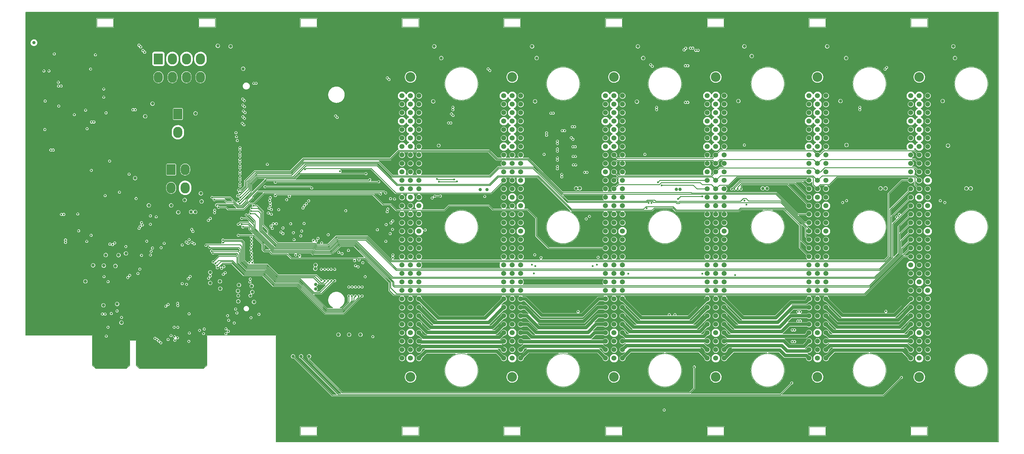
<source format=gbr>
G04 #@! TF.GenerationSoftware,KiCad,Pcbnew,6.0.7-f9a2dced07~116~ubuntu22.04.1*
G04 #@! TF.CreationDate,2023-04-06T13:37:07+01:00*
G04 #@! TF.ProjectId,hiltop_backplane_brd,68696c74-6f70-45f6-9261-636b706c616e,A*
G04 #@! TF.SameCoordinates,Original*
G04 #@! TF.FileFunction,Copper,L4,Inr*
G04 #@! TF.FilePolarity,Positive*
%FSLAX46Y46*%
G04 Gerber Fmt 4.6, Leading zero omitted, Abs format (unit mm)*
G04 Created by KiCad (PCBNEW 6.0.7-f9a2dced07~116~ubuntu22.04.1) date 2023-04-06 13:37:07*
%MOMM*%
%LPD*%
G01*
G04 APERTURE LIST*
G04 Aperture macros list*
%AMRoundRect*
0 Rectangle with rounded corners*
0 $1 Rounding radius*
0 $2 $3 $4 $5 $6 $7 $8 $9 X,Y pos of 4 corners*
0 Add a 4 corners polygon primitive as box body*
4,1,4,$2,$3,$4,$5,$6,$7,$8,$9,$2,$3,0*
0 Add four circle primitives for the rounded corners*
1,1,$1+$1,$2,$3*
1,1,$1+$1,$4,$5*
1,1,$1+$1,$6,$7*
1,1,$1+$1,$8,$9*
0 Add four rect primitives between the rounded corners*
20,1,$1+$1,$2,$3,$4,$5,0*
20,1,$1+$1,$4,$5,$6,$7,0*
20,1,$1+$1,$6,$7,$8,$9,0*
20,1,$1+$1,$8,$9,$2,$3,0*%
G04 Aperture macros list end*
G04 #@! TA.AperFunction,Profile*
%ADD10C,0.150000*%
G04 #@! TD*
G04 #@! TA.AperFunction,ComponentPad*
%ADD11C,2.900680*%
G04 #@! TD*
G04 #@! TA.AperFunction,ComponentPad*
%ADD12C,1.501140*%
G04 #@! TD*
G04 #@! TA.AperFunction,ComponentPad*
%ADD13RoundRect,0.250001X-1.099999X-1.399999X1.099999X-1.399999X1.099999X1.399999X-1.099999X1.399999X0*%
G04 #@! TD*
G04 #@! TA.AperFunction,ComponentPad*
%ADD14O,2.700000X3.300000*%
G04 #@! TD*
G04 #@! TA.AperFunction,ComponentPad*
%ADD15C,1.000000*%
G04 #@! TD*
G04 #@! TA.AperFunction,ViaPad*
%ADD16C,0.600000*%
G04 #@! TD*
G04 #@! TA.AperFunction,ViaPad*
%ADD17C,0.800000*%
G04 #@! TD*
G04 #@! TA.AperFunction,ViaPad*
%ADD18C,1.000000*%
G04 #@! TD*
G04 #@! TA.AperFunction,Conductor*
%ADD19C,0.250000*%
G04 #@! TD*
G04 #@! TA.AperFunction,Conductor*
%ADD20C,1.000000*%
G04 #@! TD*
G04 APERTURE END LIST*
D10*
X179840000Y-50700000D02*
G75*
G03*
X179840000Y-50700000I-5000000J0D01*
G01*
X210320000Y-50700000D02*
G75*
G03*
X210320000Y-50700000I-5000000J0D01*
G01*
X240800000Y-50700000D02*
G75*
G03*
X240800000Y-50700000I-5000000J0D01*
G01*
X210320000Y-93700000D02*
G75*
G03*
X210320000Y-93700000I-5000000J0D01*
G01*
X240800000Y-93700000D02*
G75*
G03*
X240800000Y-93700000I-5000000J0D01*
G01*
X179840000Y-136700000D02*
G75*
G03*
X179840000Y-136700000I-5000000J0D01*
G01*
X210320000Y-136700000D02*
G75*
G03*
X210320000Y-136700000I-5000000J0D01*
G01*
X240800000Y-136700000D02*
G75*
G03*
X240800000Y-136700000I-5000000J0D01*
G01*
X179840000Y-93700000D02*
G75*
G03*
X179840000Y-93700000I-5000000J0D01*
G01*
X248500000Y-31150000D02*
X248500000Y-33750000D01*
X284000000Y-33750000D02*
X284000000Y-31150000D01*
X271600000Y-136700000D02*
G75*
G03*
X271600000Y-136700000I-5000000J0D01*
G01*
X65300000Y-136200000D02*
X74500000Y-136200000D01*
X75500000Y-135200000D02*
X75500000Y-127700000D01*
X248500000Y-33750000D02*
X253500000Y-33750000D01*
X131600000Y-156250000D02*
X131600000Y-153650000D01*
X157100000Y-31150000D02*
X157100000Y-33750000D01*
X131600000Y-153650000D02*
X126600000Y-153650000D01*
X192550000Y-153650000D02*
X187550000Y-153650000D01*
X65650000Y-33750000D02*
X70650000Y-33750000D01*
X162100000Y-31150000D02*
X157100000Y-31150000D01*
X101150000Y-33750000D02*
X101150000Y-31150000D01*
X126600000Y-156250000D02*
X131600000Y-156250000D01*
X162100000Y-156250000D02*
X162100000Y-153650000D01*
X279000000Y-31150000D02*
X279000000Y-33750000D01*
X126600000Y-31150000D02*
X126600000Y-33750000D01*
X96150000Y-31150000D02*
X96150000Y-33750000D01*
X98600000Y-126200000D02*
X119300000Y-126200000D01*
X131600000Y-31150000D02*
X126600000Y-31150000D01*
X223050000Y-153650000D02*
X218050000Y-153650000D01*
X192550000Y-33750000D02*
X192550000Y-31150000D01*
X309450000Y-153650000D02*
X309450000Y-156250000D01*
X284000000Y-153650000D02*
X279000000Y-153650000D01*
X70650000Y-31150000D02*
X65650000Y-31150000D01*
X162100000Y-33750000D02*
X162100000Y-31150000D01*
X302080000Y-136700000D02*
G75*
G03*
X302080000Y-136700000I-5000000J0D01*
G01*
X309450000Y-156250000D02*
X314450000Y-156250000D01*
X284000000Y-156250000D02*
X284000000Y-153650000D01*
X248500000Y-156250000D02*
X253500000Y-156250000D01*
X157100000Y-156250000D02*
X162100000Y-156250000D01*
X248500000Y-153650000D02*
X248500000Y-156250000D01*
X218050000Y-156250000D02*
X223050000Y-156250000D01*
X218050000Y-31150000D02*
X218050000Y-33750000D01*
X162100000Y-153650000D02*
X157100000Y-153650000D01*
X332560000Y-93700000D02*
G75*
G03*
X332560000Y-93700000I-5000000J0D01*
G01*
X75500000Y-135200000D02*
X74500000Y-136200000D01*
X126600000Y-153650000D02*
X126600000Y-156250000D01*
X314450000Y-153650000D02*
X309450000Y-153650000D01*
X97600000Y-136200000D02*
X98600000Y-135200000D01*
X157100000Y-33750000D02*
X162100000Y-33750000D01*
X332560000Y-50700000D02*
G75*
G03*
X332560000Y-50700000I-5000000J0D01*
G01*
X70650000Y-33750000D02*
X70650000Y-31150000D01*
X223050000Y-156250000D02*
X223050000Y-153650000D01*
X271600000Y-50700000D02*
G75*
G03*
X271600000Y-50700000I-5000000J0D01*
G01*
X65650000Y-31150000D02*
X65650000Y-33750000D01*
X192550000Y-31150000D02*
X187550000Y-31150000D01*
X302080000Y-93700000D02*
G75*
G03*
X302080000Y-93700000I-5000000J0D01*
G01*
X187550000Y-153650000D02*
X187550000Y-156250000D01*
X44300000Y-29200000D02*
X335740000Y-29200000D01*
X131600000Y-33750000D02*
X131600000Y-31150000D01*
X96150000Y-33750000D02*
X101150000Y-33750000D01*
X187550000Y-33750000D02*
X192550000Y-33750000D01*
X64300000Y-135200000D02*
X64300000Y-126200000D01*
X314500000Y-31150000D02*
X309500000Y-31150000D01*
X218050000Y-153650000D02*
X218050000Y-156250000D01*
X271600000Y-93700000D02*
G75*
G03*
X271600000Y-93700000I-5000000J0D01*
G01*
X253500000Y-33750000D02*
X253500000Y-31150000D01*
X279000000Y-156250000D02*
X284000000Y-156250000D01*
X332560000Y-136700000D02*
G75*
G03*
X332560000Y-136700000I-5000000J0D01*
G01*
X77400000Y-135200000D02*
X78400000Y-136200000D01*
X119300000Y-136200000D02*
X119300000Y-158200000D01*
X309500000Y-31150000D02*
X309500000Y-33750000D01*
X44300000Y-126200000D02*
X44300000Y-29200000D01*
X218050000Y-33750000D02*
X223050000Y-33750000D01*
X314450000Y-156250000D02*
X314450000Y-153650000D01*
X284000000Y-31150000D02*
X279000000Y-31150000D01*
X119300000Y-126200000D02*
X119300000Y-136200000D01*
X78400000Y-136200000D02*
X97600000Y-136200000D01*
X279000000Y-153650000D02*
X279000000Y-156250000D01*
X279000000Y-33750000D02*
X284000000Y-33750000D01*
X253500000Y-153650000D02*
X248500000Y-153650000D01*
X64300000Y-135200000D02*
X65300000Y-136200000D01*
X187550000Y-156250000D02*
X192550000Y-156250000D01*
X75500000Y-127700000D02*
X77400000Y-127700000D01*
X101150000Y-31150000D02*
X96150000Y-31150000D01*
X192550000Y-156250000D02*
X192550000Y-153650000D01*
X253500000Y-31150000D02*
X248500000Y-31150000D01*
X126600000Y-33750000D02*
X131600000Y-33750000D01*
X98600000Y-135200000D02*
X98600000Y-127700000D01*
X335740000Y-29200000D02*
X335740000Y-158200000D01*
X187550000Y-31150000D02*
X187550000Y-33750000D01*
X302080000Y-50700000D02*
G75*
G03*
X302080000Y-50700000I-5000000J0D01*
G01*
X157100000Y-153650000D02*
X157100000Y-156250000D01*
X223050000Y-31150000D02*
X218050000Y-31150000D01*
X98600000Y-127700000D02*
X98600000Y-126200000D01*
X335740000Y-158200000D02*
X119300000Y-158200000D01*
X309500000Y-33750000D02*
X314500000Y-33750000D01*
X253500000Y-156250000D02*
X253500000Y-153650000D01*
X77400000Y-127700000D02*
X77400000Y-135200000D01*
X314500000Y-33750000D02*
X314500000Y-31150000D01*
X64300000Y-126200000D02*
X44300000Y-126200000D01*
X223050000Y-33750000D02*
X223050000Y-31150000D01*
D11*
X159600000Y-48703900D03*
X159600000Y-138696100D03*
D12*
X157060000Y-54330000D03*
X159600000Y-54330000D03*
X162140000Y-54330000D03*
X157060000Y-56870000D03*
X159600000Y-56870000D03*
X162140000Y-56870000D03*
X157060000Y-59410000D03*
X159600000Y-59410000D03*
X162140000Y-59410000D03*
X157060000Y-61950000D03*
X159600000Y-61950000D03*
X162140000Y-61950000D03*
X157060000Y-64490000D03*
X159600000Y-64490000D03*
X162140000Y-64490000D03*
X157060000Y-67030000D03*
X159600000Y-67030000D03*
X162140000Y-67030000D03*
X157060000Y-69570000D03*
X159600000Y-69570000D03*
X162140000Y-69570000D03*
X157060000Y-72110000D03*
X159600000Y-72110000D03*
X162140000Y-72110000D03*
X157060000Y-74650000D03*
X159600000Y-74650000D03*
X162140000Y-74650000D03*
X157060000Y-77190000D03*
X159600000Y-77190000D03*
X162140000Y-77190000D03*
X157060000Y-79730000D03*
X159600000Y-79730000D03*
X162140000Y-79730000D03*
X157060000Y-82270000D03*
X159600000Y-82270000D03*
X162140000Y-82270000D03*
X157060000Y-84810000D03*
X159600000Y-84810000D03*
X162140000Y-84810000D03*
X157060000Y-87350000D03*
X159600000Y-87350000D03*
X162140000Y-87350000D03*
X157060000Y-89890000D03*
X159600000Y-89890000D03*
X162140000Y-89890000D03*
X157060000Y-92430000D03*
X159600000Y-92430000D03*
X162140000Y-92430000D03*
X157060000Y-94970000D03*
X159600000Y-94970000D03*
X162140000Y-94970000D03*
X157060000Y-97510000D03*
X159600000Y-97510000D03*
X162140000Y-97510000D03*
X157060000Y-100050000D03*
X159600000Y-100050000D03*
X162140000Y-100050000D03*
X157060000Y-102590000D03*
X159600000Y-102590000D03*
X162140000Y-102590000D03*
X157060000Y-105130000D03*
X159600000Y-105130000D03*
X162140000Y-105130000D03*
X157060000Y-107670000D03*
X159600000Y-107670000D03*
X162140000Y-107670000D03*
X157060000Y-110210000D03*
X159600000Y-110210000D03*
X162140000Y-110210000D03*
X157060000Y-112750000D03*
X159600000Y-112750000D03*
X162140000Y-112750000D03*
X157060000Y-115290000D03*
X159600000Y-115290000D03*
X162140000Y-115290000D03*
X157060000Y-117830000D03*
X159600000Y-117830000D03*
X162140000Y-117830000D03*
X157060000Y-120370000D03*
X159600000Y-120370000D03*
X162140000Y-120370000D03*
X157060000Y-122910000D03*
X159600000Y-122910000D03*
X162140000Y-122910000D03*
X157060000Y-125450000D03*
X159600000Y-125450000D03*
X162140000Y-125450000D03*
X157060000Y-127990000D03*
X159600000Y-127990000D03*
X162140000Y-127990000D03*
X157060000Y-130530000D03*
X159600000Y-130530000D03*
X162140000Y-130530000D03*
X157060000Y-133070000D03*
X159600000Y-133070000D03*
X162140000Y-133070000D03*
D11*
X190080000Y-138696100D03*
X190080000Y-48703900D03*
D12*
X187540000Y-54330000D03*
X190080000Y-54330000D03*
X192620000Y-54330000D03*
X187540000Y-56870000D03*
X190080000Y-56870000D03*
X192620000Y-56870000D03*
X187540000Y-59410000D03*
X190080000Y-59410000D03*
X192620000Y-59410000D03*
X187540000Y-61950000D03*
X190080000Y-61950000D03*
X192620000Y-61950000D03*
X187540000Y-64490000D03*
X190080000Y-64490000D03*
X192620000Y-64490000D03*
X187540000Y-67030000D03*
X190080000Y-67030000D03*
X192620000Y-67030000D03*
X187540000Y-69570000D03*
X190080000Y-69570000D03*
X192620000Y-69570000D03*
X187540000Y-72110000D03*
X190080000Y-72110000D03*
X192620000Y-72110000D03*
X187540000Y-74650000D03*
X190080000Y-74650000D03*
X192620000Y-74650000D03*
X187540000Y-77190000D03*
X190080000Y-77190000D03*
X192620000Y-77190000D03*
X187540000Y-79730000D03*
X190080000Y-79730000D03*
X192620000Y-79730000D03*
X187540000Y-82270000D03*
X190080000Y-82270000D03*
X192620000Y-82270000D03*
X187540000Y-84810000D03*
X190080000Y-84810000D03*
X192620000Y-84810000D03*
X187540000Y-87350000D03*
X190080000Y-87350000D03*
X192620000Y-87350000D03*
X187540000Y-89890000D03*
X190080000Y-89890000D03*
X192620000Y-89890000D03*
X187540000Y-92430000D03*
X190080000Y-92430000D03*
X192620000Y-92430000D03*
X187540000Y-94970000D03*
X190080000Y-94970000D03*
X192620000Y-94970000D03*
X187540000Y-97510000D03*
X190080000Y-97510000D03*
X192620000Y-97510000D03*
X187540000Y-100050000D03*
X190080000Y-100050000D03*
X192620000Y-100050000D03*
X187540000Y-102590000D03*
X190080000Y-102590000D03*
X192620000Y-102590000D03*
X187540000Y-105130000D03*
X190080000Y-105130000D03*
X192620000Y-105130000D03*
X187540000Y-107670000D03*
X190080000Y-107670000D03*
X192620000Y-107670000D03*
X187540000Y-110210000D03*
X190080000Y-110210000D03*
X192620000Y-110210000D03*
X187540000Y-112750000D03*
X190080000Y-112750000D03*
X192620000Y-112750000D03*
X187540000Y-115290000D03*
X190080000Y-115290000D03*
X192620000Y-115290000D03*
X187540000Y-117830000D03*
X190080000Y-117830000D03*
X192620000Y-117830000D03*
X187540000Y-120370000D03*
X190080000Y-120370000D03*
X192620000Y-120370000D03*
X187540000Y-122910000D03*
X190080000Y-122910000D03*
X192620000Y-122910000D03*
X187540000Y-125450000D03*
X190080000Y-125450000D03*
X192620000Y-125450000D03*
X187540000Y-127990000D03*
X190080000Y-127990000D03*
X192620000Y-127990000D03*
X187540000Y-130530000D03*
X190080000Y-130530000D03*
X192620000Y-130530000D03*
X187540000Y-133070000D03*
X190080000Y-133070000D03*
X192620000Y-133070000D03*
D11*
X220560000Y-48703900D03*
X220560000Y-138696100D03*
D12*
X218020000Y-54330000D03*
X220560000Y-54330000D03*
X223100000Y-54330000D03*
X218020000Y-56870000D03*
X220560000Y-56870000D03*
X223100000Y-56870000D03*
X218020000Y-59410000D03*
X220560000Y-59410000D03*
X223100000Y-59410000D03*
X218020000Y-61950000D03*
X220560000Y-61950000D03*
X223100000Y-61950000D03*
X218020000Y-64490000D03*
X220560000Y-64490000D03*
X223100000Y-64490000D03*
X218020000Y-67030000D03*
X220560000Y-67030000D03*
X223100000Y-67030000D03*
X218020000Y-69570000D03*
X220560000Y-69570000D03*
X223100000Y-69570000D03*
X218020000Y-72110000D03*
X220560000Y-72110000D03*
X223100000Y-72110000D03*
X218020000Y-74650000D03*
X220560000Y-74650000D03*
X223100000Y-74650000D03*
X218020000Y-77190000D03*
X220560000Y-77190000D03*
X223100000Y-77190000D03*
X218020000Y-79730000D03*
X220560000Y-79730000D03*
X223100000Y-79730000D03*
X218020000Y-82270000D03*
X220560000Y-82270000D03*
X223100000Y-82270000D03*
X218020000Y-84810000D03*
X220560000Y-84810000D03*
X223100000Y-84810000D03*
X218020000Y-87350000D03*
X220560000Y-87350000D03*
X223100000Y-87350000D03*
X218020000Y-89890000D03*
X220560000Y-89890000D03*
X223100000Y-89890000D03*
X218020000Y-92430000D03*
X220560000Y-92430000D03*
X223100000Y-92430000D03*
X218020000Y-94970000D03*
X220560000Y-94970000D03*
X223100000Y-94970000D03*
X218020000Y-97510000D03*
X220560000Y-97510000D03*
X223100000Y-97510000D03*
X218020000Y-100050000D03*
X220560000Y-100050000D03*
X223100000Y-100050000D03*
X218020000Y-102590000D03*
X220560000Y-102590000D03*
X223100000Y-102590000D03*
X218020000Y-105130000D03*
X220560000Y-105130000D03*
X223100000Y-105130000D03*
X218020000Y-107670000D03*
X220560000Y-107670000D03*
X223100000Y-107670000D03*
X218020000Y-110210000D03*
X220560000Y-110210000D03*
X223100000Y-110210000D03*
X218020000Y-112750000D03*
X220560000Y-112750000D03*
X223100000Y-112750000D03*
X218020000Y-115290000D03*
X220560000Y-115290000D03*
X223100000Y-115290000D03*
X218020000Y-117830000D03*
X220560000Y-117830000D03*
X223100000Y-117830000D03*
X218020000Y-120370000D03*
X220560000Y-120370000D03*
X223100000Y-120370000D03*
X218020000Y-122910000D03*
X220560000Y-122910000D03*
X223100000Y-122910000D03*
X218020000Y-125450000D03*
X220560000Y-125450000D03*
X223100000Y-125450000D03*
X218020000Y-127990000D03*
X220560000Y-127990000D03*
X223100000Y-127990000D03*
X218020000Y-130530000D03*
X220560000Y-130530000D03*
X223100000Y-130530000D03*
X218020000Y-133070000D03*
X220560000Y-133070000D03*
X223100000Y-133070000D03*
D13*
X84074000Y-43268000D03*
D14*
X88274000Y-43268000D03*
X92474000Y-43268000D03*
X96674000Y-43268000D03*
X84074000Y-48768000D03*
X88274000Y-48768000D03*
X92474000Y-48768000D03*
X96674000Y-48768000D03*
D13*
X89916000Y-59778000D03*
D14*
X89916000Y-65278000D03*
D13*
X87884000Y-76454000D03*
D14*
X92084000Y-76454000D03*
X87884000Y-81954000D03*
X92084000Y-81954000D03*
D15*
X67600000Y-117200000D03*
X71700000Y-116800000D03*
X62200000Y-110000000D03*
X73000000Y-122400000D03*
X138000000Y-126000000D03*
X141200000Y-126000000D03*
X144600000Y-126000000D03*
X68300000Y-102100000D03*
X67700000Y-105300000D03*
X64500000Y-105200000D03*
X71200000Y-105400000D03*
X102600000Y-112200000D03*
X102500000Y-110000000D03*
X99600000Y-110500000D03*
X77090000Y-79040000D03*
X99600000Y-107300000D03*
X81200000Y-87200000D03*
X72130000Y-102140000D03*
X74350000Y-101620000D03*
X46800000Y-38400000D03*
X101870000Y-39340000D03*
X95200000Y-59600000D03*
X82300000Y-56700000D03*
X109460000Y-46210000D03*
X80120000Y-60470000D03*
X87900000Y-87200000D03*
X96800000Y-83600000D03*
X97010000Y-86030000D03*
X124400000Y-132500000D03*
D11*
X251040000Y-138696100D03*
X251040000Y-48703900D03*
D12*
X248500000Y-54330000D03*
X251040000Y-54330000D03*
X253580000Y-54330000D03*
X248500000Y-56870000D03*
X251040000Y-56870000D03*
X253580000Y-56870000D03*
X248500000Y-59410000D03*
X251040000Y-59410000D03*
X253580000Y-59410000D03*
X248500000Y-61950000D03*
X251040000Y-61950000D03*
X253580000Y-61950000D03*
X248500000Y-64490000D03*
X251040000Y-64490000D03*
X253580000Y-64490000D03*
X248500000Y-67030000D03*
X251040000Y-67030000D03*
X253580000Y-67030000D03*
X248500000Y-69570000D03*
X251040000Y-69570000D03*
X253580000Y-69570000D03*
X248500000Y-72110000D03*
X251040000Y-72110000D03*
X253580000Y-72110000D03*
X248500000Y-74650000D03*
X251040000Y-74650000D03*
X253580000Y-74650000D03*
X248500000Y-77190000D03*
X251040000Y-77190000D03*
X253580000Y-77190000D03*
X248500000Y-79730000D03*
X251040000Y-79730000D03*
X253580000Y-79730000D03*
X248500000Y-82270000D03*
X251040000Y-82270000D03*
X253580000Y-82270000D03*
X248500000Y-84810000D03*
X251040000Y-84810000D03*
X253580000Y-84810000D03*
X248500000Y-87350000D03*
X251040000Y-87350000D03*
X253580000Y-87350000D03*
X248500000Y-89890000D03*
X251040000Y-89890000D03*
X253580000Y-89890000D03*
X248500000Y-92430000D03*
X251040000Y-92430000D03*
X253580000Y-92430000D03*
X248500000Y-94970000D03*
X251040000Y-94970000D03*
X253580000Y-94970000D03*
X248500000Y-97510000D03*
X251040000Y-97510000D03*
X253580000Y-97510000D03*
X248500000Y-100050000D03*
X251040000Y-100050000D03*
X253580000Y-100050000D03*
X248500000Y-102590000D03*
X251040000Y-102590000D03*
X253580000Y-102590000D03*
X248500000Y-105130000D03*
X251040000Y-105130000D03*
X253580000Y-105130000D03*
X248500000Y-107670000D03*
X251040000Y-107670000D03*
X253580000Y-107670000D03*
X248500000Y-110210000D03*
X251040000Y-110210000D03*
X253580000Y-110210000D03*
X248500000Y-112750000D03*
X251040000Y-112750000D03*
X253580000Y-112750000D03*
X248500000Y-115290000D03*
X251040000Y-115290000D03*
X253580000Y-115290000D03*
X248500000Y-117830000D03*
X251040000Y-117830000D03*
X253580000Y-117830000D03*
X248500000Y-120370000D03*
X251040000Y-120370000D03*
X253580000Y-120370000D03*
X248500000Y-122910000D03*
X251040000Y-122910000D03*
X253580000Y-122910000D03*
X248500000Y-125450000D03*
X251040000Y-125450000D03*
X253580000Y-125450000D03*
X248500000Y-127990000D03*
X251040000Y-127990000D03*
X253580000Y-127990000D03*
X248500000Y-130530000D03*
X251040000Y-130530000D03*
X253580000Y-130530000D03*
X248500000Y-133070000D03*
X251040000Y-133070000D03*
X253580000Y-133070000D03*
D15*
X129200000Y-132500000D03*
D11*
X312000000Y-138696100D03*
X312000000Y-48703900D03*
D12*
X309460000Y-54330000D03*
X312000000Y-54330000D03*
X314540000Y-54330000D03*
X309460000Y-56870000D03*
X312000000Y-56870000D03*
X314540000Y-56870000D03*
X309460000Y-59410000D03*
X312000000Y-59410000D03*
X314540000Y-59410000D03*
X309460000Y-61950000D03*
X312000000Y-61950000D03*
X314540000Y-61950000D03*
X309460000Y-64490000D03*
X312000000Y-64490000D03*
X314540000Y-64490000D03*
X309460000Y-67030000D03*
X312000000Y-67030000D03*
X314540000Y-67030000D03*
X309460000Y-69570000D03*
X312000000Y-69570000D03*
X314540000Y-69570000D03*
X309460000Y-72110000D03*
X312000000Y-72110000D03*
X314540000Y-72110000D03*
X309460000Y-74650000D03*
X312000000Y-74650000D03*
X314540000Y-74650000D03*
X309460000Y-77190000D03*
X312000000Y-77190000D03*
X314540000Y-77190000D03*
X309460000Y-79730000D03*
X312000000Y-79730000D03*
X314540000Y-79730000D03*
X309460000Y-82270000D03*
X312000000Y-82270000D03*
X314540000Y-82270000D03*
X309460000Y-84810000D03*
X312000000Y-84810000D03*
X314540000Y-84810000D03*
X309460000Y-87350000D03*
X312000000Y-87350000D03*
X314540000Y-87350000D03*
X309460000Y-89890000D03*
X312000000Y-89890000D03*
X314540000Y-89890000D03*
X309460000Y-92430000D03*
X312000000Y-92430000D03*
X314540000Y-92430000D03*
X309460000Y-94970000D03*
X312000000Y-94970000D03*
X314540000Y-94970000D03*
X309460000Y-97510000D03*
X312000000Y-97510000D03*
X314540000Y-97510000D03*
X309460000Y-100050000D03*
X312000000Y-100050000D03*
X314540000Y-100050000D03*
X309460000Y-102590000D03*
X312000000Y-102590000D03*
X314540000Y-102590000D03*
X309460000Y-105130000D03*
X312000000Y-105130000D03*
X314540000Y-105130000D03*
X309460000Y-107670000D03*
X312000000Y-107670000D03*
X314540000Y-107670000D03*
X309460000Y-110210000D03*
X312000000Y-110210000D03*
X314540000Y-110210000D03*
X309460000Y-112750000D03*
X312000000Y-112750000D03*
X314540000Y-112750000D03*
X309460000Y-115290000D03*
X312000000Y-115290000D03*
X314540000Y-115290000D03*
X309460000Y-117830000D03*
X312000000Y-117830000D03*
X314540000Y-117830000D03*
X309460000Y-120370000D03*
X312000000Y-120370000D03*
X314540000Y-120370000D03*
X309460000Y-122910000D03*
X312000000Y-122910000D03*
X314540000Y-122910000D03*
X309460000Y-125450000D03*
X312000000Y-125450000D03*
X314540000Y-125450000D03*
X309460000Y-127990000D03*
X312000000Y-127990000D03*
X314540000Y-127990000D03*
X309460000Y-130530000D03*
X312000000Y-130530000D03*
X314540000Y-130530000D03*
X309460000Y-133070000D03*
X312000000Y-133070000D03*
X314540000Y-133070000D03*
D11*
X281520000Y-138696100D03*
X281520000Y-48703900D03*
D12*
X278980000Y-54330000D03*
X281520000Y-54330000D03*
X284060000Y-54330000D03*
X278980000Y-56870000D03*
X281520000Y-56870000D03*
X284060000Y-56870000D03*
X278980000Y-59410000D03*
X281520000Y-59410000D03*
X284060000Y-59410000D03*
X278980000Y-61950000D03*
X281520000Y-61950000D03*
X284060000Y-61950000D03*
X278980000Y-64490000D03*
X281520000Y-64490000D03*
X284060000Y-64490000D03*
X278980000Y-67030000D03*
X281520000Y-67030000D03*
X284060000Y-67030000D03*
X278980000Y-69570000D03*
X281520000Y-69570000D03*
X284060000Y-69570000D03*
X278980000Y-72110000D03*
X281520000Y-72110000D03*
X284060000Y-72110000D03*
X278980000Y-74650000D03*
X281520000Y-74650000D03*
X284060000Y-74650000D03*
X278980000Y-77190000D03*
X281520000Y-77190000D03*
X284060000Y-77190000D03*
X278980000Y-79730000D03*
X281520000Y-79730000D03*
X284060000Y-79730000D03*
X278980000Y-82270000D03*
X281520000Y-82270000D03*
X284060000Y-82270000D03*
X278980000Y-84810000D03*
X281520000Y-84810000D03*
X284060000Y-84810000D03*
X278980000Y-87350000D03*
X281520000Y-87350000D03*
X284060000Y-87350000D03*
X278980000Y-89890000D03*
X281520000Y-89890000D03*
X284060000Y-89890000D03*
X278980000Y-92430000D03*
X281520000Y-92430000D03*
X284060000Y-92430000D03*
X278980000Y-94970000D03*
X281520000Y-94970000D03*
X284060000Y-94970000D03*
X278980000Y-97510000D03*
X281520000Y-97510000D03*
X284060000Y-97510000D03*
X278980000Y-100050000D03*
X281520000Y-100050000D03*
X284060000Y-100050000D03*
X278980000Y-102590000D03*
X281520000Y-102590000D03*
X284060000Y-102590000D03*
X278980000Y-105130000D03*
X281520000Y-105130000D03*
X284060000Y-105130000D03*
X278980000Y-107670000D03*
X281520000Y-107670000D03*
X284060000Y-107670000D03*
X278980000Y-110210000D03*
X281520000Y-110210000D03*
X284060000Y-110210000D03*
X278980000Y-112750000D03*
X281520000Y-112750000D03*
X284060000Y-112750000D03*
X278980000Y-115290000D03*
X281520000Y-115290000D03*
X284060000Y-115290000D03*
X278980000Y-117830000D03*
X281520000Y-117830000D03*
X284060000Y-117830000D03*
X278980000Y-120370000D03*
X281520000Y-120370000D03*
X284060000Y-120370000D03*
X278980000Y-122910000D03*
X281520000Y-122910000D03*
X284060000Y-122910000D03*
X278980000Y-125450000D03*
X281520000Y-125450000D03*
X284060000Y-125450000D03*
X278980000Y-127990000D03*
X281520000Y-127990000D03*
X284060000Y-127990000D03*
X278980000Y-130530000D03*
X281520000Y-130530000D03*
X284060000Y-130530000D03*
X278980000Y-133070000D03*
X281520000Y-133070000D03*
X284060000Y-133070000D03*
D15*
X126800000Y-132500000D03*
D16*
X82500000Y-32500000D03*
X72500000Y-32500000D03*
X62500000Y-32500000D03*
X92500000Y-32500000D03*
X102500000Y-32500000D03*
X112500000Y-32500000D03*
X125000000Y-32500000D03*
X135000000Y-32500000D03*
X145000000Y-32500000D03*
X155000000Y-32500000D03*
X165000000Y-32500000D03*
X175000000Y-32500000D03*
X185000000Y-32500000D03*
X195000000Y-32500000D03*
X215000000Y-32500000D03*
X205000000Y-32500000D03*
X236000000Y-32000000D03*
X232500000Y-77500000D03*
X240000000Y-77500000D03*
X232350000Y-142940000D03*
X240000000Y-142500000D03*
X247000000Y-155000000D03*
X225000000Y-155000000D03*
X236000000Y-155000000D03*
X215000000Y-155000000D03*
X195000000Y-155000000D03*
X205000000Y-155000000D03*
X185000000Y-155000000D03*
X165000000Y-155000000D03*
X177500000Y-155000000D03*
X152500000Y-155000000D03*
X132500000Y-155000000D03*
X142500000Y-155000000D03*
X122500000Y-155000000D03*
X122200000Y-129000000D03*
X142500000Y-140000000D03*
X122500000Y-140000000D03*
X60000000Y-120000000D03*
X65070000Y-119100000D03*
X60000000Y-125000000D03*
X52500000Y-125000000D03*
X47500000Y-125000000D03*
X47500000Y-117500000D03*
X47500000Y-110000000D03*
X47500000Y-100000000D03*
X47500000Y-82500000D03*
X47500000Y-72500000D03*
X47500000Y-65000000D03*
X47500000Y-57500000D03*
X45000000Y-57500000D03*
X45000000Y-65000000D03*
X45000000Y-82500000D03*
X45000000Y-100000000D03*
X57500000Y-117500000D03*
X60000000Y-107500000D03*
X55000000Y-100000000D03*
X47500000Y-80000000D03*
X102500000Y-62500000D03*
X85000000Y-62500000D03*
X85000000Y-70000000D03*
X92500000Y-70000000D03*
X84600000Y-87600000D03*
X97900000Y-81700000D03*
X170000000Y-97500000D03*
X167500000Y-92500000D03*
X202400000Y-66700000D03*
X210000000Y-75000000D03*
X170000000Y-75000000D03*
X180000000Y-97500000D03*
X170000000Y-105000000D03*
X180000000Y-105000000D03*
X182500000Y-115000000D03*
X200000000Y-110000000D03*
X212500000Y-110000000D03*
X200000000Y-132500000D03*
X200000000Y-140000000D03*
X217500000Y-142500000D03*
X225000000Y-142500000D03*
X167500000Y-142500000D03*
X102500000Y-70000000D03*
X75000000Y-67500000D03*
X61976000Y-53086000D03*
X60506000Y-51616000D03*
X63446000Y-51616000D03*
X60506000Y-54556000D03*
X63446000Y-54556000D03*
X69450000Y-89770000D03*
X75000000Y-89770000D03*
X69450000Y-95650000D03*
X75000000Y-95650000D03*
X54600000Y-97380000D03*
X179900000Y-142390000D03*
X181490000Y-145230000D03*
X186060000Y-142030000D03*
X72390000Y-92710000D03*
X51400000Y-42600000D03*
X75350000Y-81110000D03*
X104750000Y-87370000D03*
X92057984Y-127242016D03*
X104670000Y-80350000D03*
X116900000Y-101900000D03*
X116110000Y-102050000D03*
X91600000Y-113800000D03*
D17*
X128800000Y-115800000D03*
D16*
X123900000Y-102000000D03*
X277000000Y-155000000D03*
X297000000Y-155000000D03*
X277300000Y-81800000D03*
X112600000Y-71900000D03*
X295000000Y-114800000D03*
X49200000Y-54400000D03*
X149200000Y-97200000D03*
X126000000Y-68600000D03*
X80000000Y-96550000D03*
X104740000Y-85570000D03*
X67175000Y-84000000D03*
X111600000Y-76500000D03*
X110400000Y-99900000D03*
X208400000Y-119000000D03*
X148200000Y-112400000D03*
X325000000Y-32000000D03*
X104670000Y-74940000D03*
X110400000Y-103500000D03*
X225000000Y-32000000D03*
X78080000Y-95480000D03*
X317000000Y-155000000D03*
X94155191Y-128113421D03*
X74980000Y-87270000D03*
X112970000Y-60920000D03*
X305800000Y-83200000D03*
X305000000Y-68000000D03*
X111400000Y-74700000D03*
X73020000Y-85550000D03*
X50000000Y-51400000D03*
X90190000Y-128119986D03*
X62080000Y-86090000D03*
X64490000Y-47550000D03*
X117300000Y-104624500D03*
X111600000Y-72700000D03*
X116400000Y-99924501D03*
X241000000Y-90000000D03*
X104030000Y-56780000D03*
X63220000Y-90270000D03*
X104700000Y-71150000D03*
X72330000Y-73910000D03*
X203800000Y-122899500D03*
X212368761Y-117368761D03*
X290800000Y-115600000D03*
X181000000Y-45000000D03*
X112780006Y-112300010D03*
X278000000Y-32000000D03*
X110400000Y-98200000D03*
X78910000Y-91070000D03*
D17*
X132400000Y-111800000D03*
D16*
X267000000Y-32000000D03*
X104600000Y-91000000D03*
X98124980Y-127902103D03*
X111699998Y-115200000D03*
X59200000Y-42800000D03*
X116094000Y-89486000D03*
X104730000Y-69390000D03*
X296800000Y-122800000D03*
X65500000Y-66110000D03*
X296000000Y-65000000D03*
X70600000Y-65400000D03*
X104580000Y-92880000D03*
X62820000Y-66380000D03*
X104760000Y-107160000D03*
X62230000Y-82880000D03*
X333000000Y-155000000D03*
X104040000Y-58600000D03*
X112682461Y-114100022D03*
X63980000Y-125060000D03*
X308000000Y-155000000D03*
X104620000Y-96300000D03*
X71600000Y-60600000D03*
X70220000Y-128240000D03*
X333000000Y-119000000D03*
X116422375Y-92972375D03*
X101200000Y-124800000D03*
X290000000Y-92600000D03*
X104040000Y-60350000D03*
X116000000Y-110100000D03*
X116003998Y-87686000D03*
X255000000Y-155000000D03*
X119600000Y-96574500D03*
X72950000Y-98170000D03*
X66790000Y-93485010D03*
X67440000Y-128220000D03*
X113400000Y-46400000D03*
X308000000Y-32000000D03*
X65420000Y-86210000D03*
X104070000Y-62180000D03*
X333000000Y-61000000D03*
X47500000Y-32500000D03*
X115996000Y-84086000D03*
X56000000Y-74600000D03*
X104800000Y-115000000D03*
X305200000Y-49800000D03*
X50800000Y-57400000D03*
X104670000Y-76570000D03*
X104680000Y-72670000D03*
X285000000Y-32000000D03*
X61700000Y-64200000D03*
X333000000Y-140000000D03*
X333000000Y-76000000D03*
X199000000Y-93600000D03*
X211000000Y-85000000D03*
X104700000Y-112000000D03*
X205200000Y-123000000D03*
X284400000Y-50800000D03*
X112900000Y-84700000D03*
X202400000Y-123000000D03*
X104700000Y-113600000D03*
X235800000Y-115200000D03*
X71150000Y-46050000D03*
X316000000Y-32000000D03*
X73240000Y-128180000D03*
X81674990Y-129100000D03*
X259800000Y-94000000D03*
X247000000Y-32000000D03*
X286000000Y-81000000D03*
X104080000Y-63930000D03*
X109800000Y-120800000D03*
X300200000Y-119200000D03*
X333000000Y-44000000D03*
X103800000Y-93300000D03*
X153200000Y-46200000D03*
X295600000Y-122800500D03*
X70357994Y-101697994D03*
X104670000Y-105330000D03*
X228400000Y-93600000D03*
X70600000Y-51800000D03*
X58300000Y-62700000D03*
X333000000Y-32000000D03*
X104680000Y-81950000D03*
X116100000Y-94800000D03*
X183400000Y-52000000D03*
X303200000Y-115000000D03*
X203110000Y-114860000D03*
X107820000Y-109650000D03*
X224400000Y-49800000D03*
X104730000Y-78320000D03*
X63080000Y-96190000D03*
X70130000Y-70460000D03*
X87194635Y-128129546D03*
X74500000Y-128040000D03*
X110780000Y-56190000D03*
X293800000Y-122800000D03*
X116046000Y-85886000D03*
X117100000Y-70000000D03*
X256000000Y-49000000D03*
X266000000Y-155000000D03*
X75434429Y-86354990D03*
X116850000Y-91250000D03*
X114860000Y-52740000D03*
X112990000Y-64290000D03*
X104700000Y-83800000D03*
X70500000Y-54800000D03*
X201800000Y-56200000D03*
X83751002Y-128491136D03*
X138000000Y-50000000D03*
X150400000Y-132000000D03*
X67490000Y-88240000D03*
X112940000Y-59070000D03*
X67710000Y-70190000D03*
X99100000Y-102250000D03*
X66740000Y-96900000D03*
X124200000Y-86600000D03*
X104050000Y-54430000D03*
X264200000Y-115800000D03*
X112600000Y-81900000D03*
X301800000Y-89600000D03*
X66310000Y-95470000D03*
X63420000Y-83120000D03*
X136000000Y-123400000D03*
X54400000Y-83600000D03*
X271400000Y-45200000D03*
X104590000Y-89130000D03*
X116090000Y-103875000D03*
X270700000Y-98500000D03*
X212000000Y-94000000D03*
X200000000Y-46400000D03*
X110400000Y-101800000D03*
X286000000Y-155000000D03*
X116090000Y-71440000D03*
X333000000Y-98000000D03*
X143000000Y-89000000D03*
X255000000Y-32000000D03*
X65860000Y-94260000D03*
X72200000Y-65400000D03*
X297000000Y-32000000D03*
X112960000Y-62790000D03*
X265600000Y-64600000D03*
X75650000Y-101090000D03*
X90940000Y-119680000D03*
X237000000Y-62000000D03*
X69530795Y-98826672D03*
X71000000Y-98469994D03*
X54940000Y-51390000D03*
X51308000Y-46880000D03*
X63920000Y-96190000D03*
X68130000Y-84290000D03*
X81675000Y-92874990D03*
X70347869Y-99003359D03*
X80580000Y-97960000D03*
X72400000Y-83260000D03*
X74320000Y-99570000D03*
X81696239Y-90363761D03*
X64050000Y-62200000D03*
X56250000Y-97600000D03*
X64750000Y-62200000D03*
X56250000Y-98300000D03*
X52550000Y-70600000D03*
X55015775Y-89916020D03*
X55715775Y-89916020D03*
X51850000Y-70600000D03*
X49784000Y-46880000D03*
X54130000Y-51400000D03*
X86275021Y-117485578D03*
X152150000Y-83475500D03*
X259600000Y-85800000D03*
X290214430Y-85785570D03*
X89876628Y-117269949D03*
X318285570Y-85785570D03*
X101450000Y-87100000D03*
X166100000Y-85000000D03*
X319650000Y-86350000D03*
X289050000Y-86350000D03*
X86995807Y-116934461D03*
X102080000Y-87800000D03*
X150600000Y-83800000D03*
X260200000Y-87000000D03*
X89831810Y-116571373D03*
X99043760Y-91713762D03*
X154270000Y-91870000D03*
X305200000Y-90700000D03*
X212233750Y-91266250D03*
X89870000Y-123790000D03*
X306000000Y-89900000D03*
X88790000Y-123780000D03*
X99647778Y-91109744D03*
X213200000Y-90500000D03*
X79947488Y-41247488D03*
X243450000Y-40027356D03*
X79452512Y-40752512D03*
X244150000Y-40027356D03*
X78747488Y-39647488D03*
X245050000Y-40700500D03*
X245750000Y-40700500D03*
X78252512Y-39152512D03*
X68985009Y-123783744D03*
X105045105Y-124987583D03*
X111800000Y-120900000D03*
X106800000Y-122500000D03*
X237100000Y-120000500D03*
X104311799Y-124254277D03*
X73025042Y-120825042D03*
X238800000Y-120000500D03*
X107600000Y-119500000D03*
X104300000Y-125700000D03*
X148300000Y-126600000D03*
X104800000Y-120300000D03*
X68459999Y-126440000D03*
X235600000Y-148600000D03*
X69955000Y-119655000D03*
X105103737Y-121689992D03*
X107200000Y-118311915D03*
X71700000Y-118900009D03*
X114200000Y-119900000D03*
X94825010Y-98769359D03*
X94130000Y-98340000D03*
X93200002Y-128000000D03*
X89800365Y-126963620D03*
X94413625Y-95024099D03*
X88898304Y-126632505D03*
X153740000Y-92460000D03*
X94051537Y-94425008D03*
X88991781Y-127674516D03*
X100870000Y-89410000D03*
X100930000Y-88650000D03*
X87846752Y-126295045D03*
X100790000Y-85500000D03*
X86966752Y-127459629D03*
X147400000Y-79500000D03*
X166850000Y-84450000D03*
X168561693Y-84419937D03*
X100130000Y-84820000D03*
X168150000Y-80100000D03*
X146250000Y-77700000D03*
X173500000Y-80000000D03*
X84801013Y-128438481D03*
X172700000Y-79400000D03*
X84174968Y-127901453D03*
X107700000Y-67750000D03*
X167500000Y-79300000D03*
X107450000Y-66600000D03*
X83649958Y-127424357D03*
X107300000Y-65400000D03*
X83034191Y-127091420D03*
X146019997Y-108604990D03*
X67300000Y-119810000D03*
X68100000Y-119850000D03*
D18*
X91948000Y-85598000D03*
D16*
X67700000Y-52300000D03*
X259600000Y-69100000D03*
X50140000Y-55890000D03*
D18*
X290200000Y-69100000D03*
D17*
X168045000Y-69245000D03*
D16*
X54210000Y-57400000D03*
X199600000Y-71900000D03*
X58900000Y-60000000D03*
D18*
X320600000Y-69300000D03*
D16*
X62250000Y-58650000D03*
X62600000Y-98010000D03*
X93270000Y-119740000D03*
X63990000Y-76700000D03*
X302000000Y-119000000D03*
X229800000Y-71900000D03*
D18*
X131170000Y-112290000D03*
D16*
X63760000Y-46300000D03*
X52899998Y-41776500D03*
X54098761Y-50261239D03*
X83410000Y-90650000D03*
X65200000Y-42050000D03*
X93350000Y-125520000D03*
X68390000Y-59460000D03*
X67700000Y-54749500D03*
X209800000Y-119074500D03*
X60198000Y-94842000D03*
X59930000Y-89800000D03*
X75300000Y-77850000D03*
X69460000Y-73910000D03*
X50050000Y-64450000D03*
X77396239Y-85153761D03*
X62700000Y-64200000D03*
D18*
X90020000Y-89270000D03*
X131200000Y-110900000D03*
X131140000Y-105125010D03*
X95095000Y-89175000D03*
X93860000Y-89150002D03*
X131078699Y-106223312D03*
X288400000Y-55900000D03*
X319000000Y-55900000D03*
X196900000Y-56000000D03*
X257800000Y-55900000D03*
X166400000Y-56000000D03*
X227400000Y-56100000D03*
X196000000Y-39500000D03*
X166700000Y-39500000D03*
X322200000Y-39500000D03*
X259600000Y-39500000D03*
X105700000Y-39500000D03*
X227699998Y-39500000D03*
X284400000Y-39500000D03*
X290100000Y-43000000D03*
X197400000Y-43000000D03*
X229300000Y-43000000D03*
X261800000Y-42400500D03*
X168800000Y-43000000D03*
X322700000Y-43000000D03*
X301894500Y-82105500D03*
X240300000Y-82400000D03*
X239223000Y-82423000D03*
X182500000Y-82500000D03*
X266394500Y-82105500D03*
X180500000Y-82500000D03*
X209194500Y-82105500D03*
X326105500Y-82105500D03*
X265105500Y-82105500D03*
X210280000Y-82100000D03*
X327394500Y-82105500D03*
X300394500Y-82105500D03*
D17*
X108000000Y-114300000D03*
X111600000Y-114300000D03*
D18*
X112700000Y-116200000D03*
X108000000Y-116000000D03*
X108200000Y-111100000D03*
X112000000Y-111400000D03*
X107900000Y-112900000D03*
X112200012Y-113200012D03*
D16*
X112000000Y-102600000D03*
X126400000Y-102300000D03*
X134944585Y-96002108D03*
X142100000Y-111685000D03*
X141100000Y-111685000D03*
X154300000Y-102064990D03*
X112000000Y-101600000D03*
X139100000Y-101700000D03*
X136900000Y-106400000D03*
X111800000Y-100700000D03*
X138094990Y-101305010D03*
X111900000Y-99700000D03*
X135800000Y-106400000D03*
X141000000Y-100700000D03*
X142833977Y-103798069D03*
X112100000Y-103600000D03*
X143100000Y-105300000D03*
X143100000Y-111700000D03*
X112200000Y-104400000D03*
X145300000Y-104400000D03*
X144100000Y-111715000D03*
X111300000Y-104400000D03*
X143900000Y-105644990D03*
X145100000Y-111715000D03*
X144169364Y-103573113D03*
X112650000Y-50600000D03*
X183347488Y-46747488D03*
X232047488Y-45496988D03*
X294200000Y-57790000D03*
X172300000Y-57790000D03*
X233300000Y-57790000D03*
X301752512Y-46347488D03*
X172300000Y-58490000D03*
X231552512Y-45002012D03*
X113350000Y-50600000D03*
X302247488Y-45852512D03*
X294200000Y-58490000D03*
X182852512Y-46252512D03*
X233300000Y-58490000D03*
X153147488Y-49447488D03*
X109817488Y-55777488D03*
X152652512Y-48952512D03*
X109322512Y-55282512D03*
X109857488Y-57607488D03*
X137647488Y-60847488D03*
X137152512Y-60352512D03*
X109362512Y-57112512D03*
X112000000Y-98800000D03*
X224800000Y-107700000D03*
X132968731Y-98484833D03*
X256800000Y-108100000D03*
X196530000Y-107670000D03*
X247000000Y-107700000D03*
X134900000Y-106400000D03*
X133900000Y-106400000D03*
X112000000Y-97800000D03*
X131366099Y-97920246D03*
X130487518Y-97725010D03*
X111900000Y-96800000D03*
X132900000Y-106400000D03*
X138500000Y-77000000D03*
X116700000Y-74900000D03*
X154300000Y-102875989D03*
X125200000Y-102100000D03*
X126736817Y-96366043D03*
X152200000Y-98000000D03*
X153500000Y-95700000D03*
X126999980Y-94900024D03*
X152301710Y-92969736D03*
X127712288Y-92638258D03*
X127373003Y-88000000D03*
X152600000Y-89100000D03*
X152797137Y-88285685D03*
X127800000Y-87300000D03*
X128400000Y-86700000D03*
X181850000Y-84550000D03*
X129100000Y-85849929D03*
X127978193Y-76378191D03*
X170980000Y-62470000D03*
X109372512Y-60612512D03*
X109867488Y-61107488D03*
X171680000Y-62470000D03*
X171852512Y-59752512D03*
X109542512Y-58892512D03*
X172347488Y-60247488D03*
X110037488Y-59387488D03*
X109687488Y-63047488D03*
X202350000Y-59560000D03*
X109192512Y-62552512D03*
X201650000Y-59560000D03*
X108500000Y-70600000D03*
X208750000Y-63600000D03*
X108500000Y-69900000D03*
X208050000Y-63600000D03*
X123300000Y-84500000D03*
X154800000Y-85300000D03*
X153600000Y-85200000D03*
X122500000Y-85500000D03*
X150100000Y-80150000D03*
X119092628Y-80307372D03*
X154200000Y-94400000D03*
X124524500Y-95400000D03*
X123700000Y-92700000D03*
X164000000Y-94600000D03*
X131900000Y-97100045D03*
X214200000Y-105400000D03*
X197000000Y-105400000D03*
X124713179Y-97499774D03*
X196000000Y-105000000D03*
X140200000Y-88800000D03*
X120100000Y-88500000D03*
X215400000Y-105000000D03*
X130000000Y-82000000D03*
X198700000Y-102900000D03*
X116000000Y-81600000D03*
X215800000Y-102800000D03*
X119100000Y-84300000D03*
X149684018Y-94524979D03*
X196800000Y-102030011D03*
X121400000Y-94000000D03*
X103400000Y-97600000D03*
X85800000Y-98600000D03*
X132900000Y-109700000D03*
X84874990Y-99902963D03*
X103400000Y-98400000D03*
X133900000Y-109800000D03*
X98300000Y-99200000D03*
X82300000Y-100000000D03*
X134900000Y-109800000D03*
X81900000Y-101000000D03*
X135900000Y-109800000D03*
X99400000Y-99800000D03*
X100000000Y-100900000D03*
X136900000Y-109800000D03*
X81700000Y-102100000D03*
X79000000Y-102200000D03*
X100400000Y-101500000D03*
X141100000Y-114385000D03*
X142000000Y-114385000D03*
X100497037Y-104174990D03*
X78500000Y-106325010D03*
X77954001Y-107654001D03*
X101167701Y-104574990D03*
X143100000Y-114400000D03*
X101613055Y-105226110D03*
X144100000Y-114415000D03*
X75490000Y-108190000D03*
X74900000Y-108874990D03*
X101702627Y-105920368D03*
X145100000Y-114415000D03*
X103700000Y-105600000D03*
X103000000Y-106100000D03*
X104100000Y-107400000D03*
X67800000Y-108600000D03*
X103500000Y-107900000D03*
X69000000Y-110100000D03*
X78613055Y-93485010D03*
X92400000Y-98200000D03*
X92500000Y-110900000D03*
X111600000Y-109300000D03*
X93600001Y-108528102D03*
X79000000Y-92400000D03*
X99640107Y-108414153D03*
X93300000Y-97500000D03*
X91200000Y-99100000D03*
X91200000Y-110700000D03*
X78295497Y-94108847D03*
X111500000Y-110200000D03*
X93000000Y-109200000D03*
X92974990Y-98600000D03*
X99100000Y-109100000D03*
X79300000Y-93100000D03*
X96400000Y-124700000D03*
X244600000Y-135700000D03*
X273800000Y-140500000D03*
X97800000Y-124300000D03*
X306650000Y-138850000D03*
X97600000Y-125700000D03*
X205750000Y-64800000D03*
X200337520Y-66149806D03*
X108500000Y-72400000D03*
X205050000Y-64800000D03*
X108500000Y-71700000D03*
X200337520Y-65449806D03*
X203600000Y-68650000D03*
X208260261Y-67392876D03*
X108500000Y-74200000D03*
X203600000Y-67950000D03*
X108463363Y-73466093D03*
X207765285Y-66897900D03*
X203600000Y-70950000D03*
X108500000Y-76000000D03*
X208950000Y-69612595D03*
X108500000Y-75300000D03*
X203600000Y-70250000D03*
X208250000Y-69612595D03*
X108500000Y-77800000D03*
X203600000Y-73650000D03*
X208992389Y-72526676D03*
X203600000Y-72950000D03*
X208292389Y-72526676D03*
X108500000Y-77100000D03*
X209071496Y-75071680D03*
X203600000Y-76250000D03*
X108500000Y-79600000D03*
X203600000Y-75550000D03*
X208371496Y-75071680D03*
X108500000Y-78900000D03*
X204900000Y-78650000D03*
X212450000Y-77300000D03*
X108500000Y-81400000D03*
X211750000Y-77300000D03*
X108500000Y-80700000D03*
X204900000Y-77950000D03*
X108100000Y-82600000D03*
X108399884Y-83307833D03*
X107800000Y-84350000D03*
X231800000Y-86500000D03*
X117600000Y-84900000D03*
X233750000Y-80250000D03*
X108598436Y-84868913D03*
X230902672Y-86474307D03*
X234850000Y-81200000D03*
X117400000Y-85700000D03*
X108000000Y-86100000D03*
X247050000Y-84475500D03*
X239700000Y-85261070D03*
X230378688Y-88081718D03*
X117600000Y-86500000D03*
X108400000Y-86700000D03*
X117600000Y-87300000D03*
X112600000Y-87300000D03*
X117200000Y-88100000D03*
X112000000Y-88100000D03*
X117925500Y-88479500D03*
X111800000Y-88900000D03*
X117000000Y-89500000D03*
X111600000Y-89700000D03*
X117925500Y-89884394D03*
X110408628Y-90076872D03*
X119400000Y-92700000D03*
X109000000Y-91100000D03*
X118500000Y-92700000D03*
X108000000Y-92900000D03*
X117800000Y-93400000D03*
X255800000Y-82300000D03*
X109000000Y-92900000D03*
X256600000Y-82300000D03*
X118200000Y-94100000D03*
X109400000Y-93700000D03*
X257600000Y-82300000D03*
X120800000Y-95200000D03*
X108000000Y-96199512D03*
X258600000Y-82300000D03*
X121400000Y-95700000D03*
X274650000Y-128100000D03*
X273950000Y-124600000D03*
X274650000Y-124600000D03*
X273950000Y-128100000D03*
X276350000Y-121900000D03*
X275668150Y-119148070D03*
X275650000Y-121900000D03*
X276368150Y-119148070D03*
X241950000Y-45299500D03*
X241552512Y-40547488D03*
X77150000Y-58500000D03*
X241950000Y-56300000D03*
X242047488Y-40052512D03*
X242650000Y-45299500D03*
X242650000Y-56300000D03*
X76450000Y-58500000D03*
D19*
X101450000Y-87100000D02*
X101725000Y-86825000D01*
X109355000Y-87945000D02*
X112355000Y-84945000D01*
X113729253Y-83100000D02*
X151774500Y-83100000D01*
X107705051Y-87945000D02*
X109355000Y-87945000D01*
X112355000Y-84474253D02*
X113729253Y-83100000D01*
X106585051Y-86825000D02*
X107705051Y-87945000D01*
X112355000Y-84945000D02*
X112355000Y-84474253D01*
X101725000Y-86825000D02*
X106585051Y-86825000D01*
X151774500Y-83100000D02*
X152150000Y-83475500D01*
X111050000Y-86950000D02*
X109550000Y-88450000D01*
X111050000Y-86750000D02*
X111050000Y-86950000D01*
X109550000Y-88450000D02*
X105000000Y-88450000D01*
X104350000Y-87800000D02*
X102080000Y-87800000D01*
X150341000Y-83541000D02*
X115759000Y-83541000D01*
X150600000Y-83800000D02*
X150341000Y-83541000D01*
X112550000Y-86750000D02*
X111050000Y-86750000D01*
X115759000Y-83541000D02*
X112550000Y-86750000D01*
X105000000Y-88450000D02*
X104350000Y-87800000D01*
D20*
X164184510Y-131025490D02*
X185495490Y-131025490D01*
X162140000Y-133070000D02*
X164184510Y-131025490D01*
X185495490Y-131025490D02*
X187540000Y-133070000D01*
X187540000Y-130530000D02*
X186610000Y-129600000D01*
X186610000Y-129600000D02*
X163070000Y-129600000D01*
X163070000Y-129600000D02*
X162140000Y-130530000D01*
X162800000Y-128200000D02*
X187330000Y-128200000D01*
X187330000Y-128200000D02*
X187540000Y-127990000D01*
X162140000Y-127990000D02*
X162590000Y-127990000D01*
X162590000Y-127990000D02*
X162800000Y-128200000D01*
X163490000Y-126800000D02*
X162140000Y-125450000D01*
X187540000Y-125450000D02*
X186190000Y-126800000D01*
X186190000Y-126800000D02*
X163490000Y-126800000D01*
X164530000Y-125300000D02*
X185150000Y-125300000D01*
X185150000Y-125300000D02*
X187540000Y-122910000D01*
X162140000Y-122910000D02*
X164530000Y-125300000D01*
X184110000Y-123800000D02*
X165570000Y-123800000D01*
X187540000Y-120370000D02*
X184110000Y-123800000D01*
X165570000Y-123800000D02*
X162140000Y-120370000D01*
X182970000Y-122400000D02*
X187540000Y-117830000D01*
X162140000Y-117830000D02*
X166710000Y-122400000D01*
X166710000Y-122400000D02*
X182970000Y-122400000D01*
X187540000Y-115360000D02*
X181900000Y-121000000D01*
X167900000Y-121000000D02*
X162190000Y-115290000D01*
X181900000Y-121000000D02*
X167900000Y-121000000D01*
X198900000Y-120200000D02*
X193990000Y-115290000D01*
X193990000Y-115290000D02*
X192620000Y-115290000D01*
X211000000Y-120200000D02*
X198900000Y-120200000D01*
X218020000Y-115290000D02*
X215910000Y-115290000D01*
X215910000Y-115290000D02*
X211000000Y-120200000D01*
X194030000Y-117830000D02*
X198200000Y-122000000D01*
X215670000Y-117830000D02*
X218020000Y-117830000D01*
X198200000Y-122000000D02*
X211500000Y-122000000D01*
X211500000Y-122000000D02*
X215670000Y-117830000D01*
X192620000Y-117830000D02*
X194030000Y-117830000D01*
X218020000Y-120370000D02*
X215630000Y-120370000D01*
X212100000Y-123900000D02*
X198000000Y-123900000D01*
X215630000Y-120370000D02*
X212100000Y-123900000D01*
X194470000Y-120370000D02*
X192620000Y-120370000D01*
X198000000Y-123900000D02*
X194470000Y-120370000D01*
X197200000Y-125300000D02*
X212800000Y-125300000D01*
X194810000Y-122910000D02*
X197200000Y-125300000D01*
X212800000Y-125300000D02*
X215190000Y-122910000D01*
X215190000Y-122910000D02*
X218020000Y-122910000D01*
X192620000Y-122910000D02*
X194810000Y-122910000D01*
X194650000Y-125450000D02*
X192620000Y-125450000D01*
X214750000Y-125450000D02*
X213500000Y-126700000D01*
X195900000Y-126700000D02*
X194650000Y-125450000D01*
X213500000Y-126700000D02*
X195900000Y-126700000D01*
X218020000Y-125450000D02*
X214750000Y-125450000D01*
X217910000Y-128100000D02*
X192730000Y-128100000D01*
X216990000Y-129500000D02*
X218020000Y-130530000D01*
X193650000Y-129500000D02*
X216990000Y-129500000D01*
X192620000Y-130530000D02*
X193650000Y-129500000D01*
X215850000Y-130900000D02*
X194790000Y-130900000D01*
X218020000Y-133070000D02*
X215850000Y-130900000D01*
X194790000Y-130900000D02*
X192620000Y-133070000D01*
D19*
X282300000Y-81000000D02*
X281520000Y-81780000D01*
X310700000Y-80970000D02*
X310700000Y-79000000D01*
X166850000Y-84450000D02*
X168531630Y-84450000D01*
X252210000Y-81100000D02*
X254900000Y-81100000D01*
X106505026Y-86250000D02*
X104550000Y-86250000D01*
X279959397Y-78664371D02*
X280200000Y-78904974D01*
X104550000Y-86250000D02*
X103800000Y-85500000D01*
X107850025Y-87595000D02*
X106505026Y-86250000D01*
X246350000Y-80350000D02*
X234750000Y-80350000D01*
X234100000Y-81000000D02*
X221800000Y-81000000D01*
X110719974Y-85369974D02*
X110719974Y-86030026D01*
X234750000Y-80350000D02*
X234100000Y-81000000D01*
X221150000Y-81680000D02*
X220560000Y-82270000D01*
X280200000Y-78904974D02*
X280200000Y-80950000D01*
X147400000Y-79500000D02*
X147137628Y-79762372D01*
X110719974Y-86030026D02*
X109155000Y-87595000D01*
X285000000Y-81000000D02*
X282300000Y-81000000D01*
X168531630Y-84450000D02*
X168561693Y-84419937D01*
X254900000Y-81100000D02*
X257335629Y-78664371D01*
X251040000Y-82270000D02*
X252210000Y-81100000D01*
X109155000Y-87595000D02*
X107850025Y-87595000D01*
X221800000Y-81000000D02*
X221150000Y-81650000D01*
X280200000Y-80950000D02*
X281520000Y-82270000D01*
X312000000Y-82270000D02*
X310700000Y-80970000D01*
X249770000Y-81000000D02*
X247000000Y-81000000D01*
X251040000Y-82270000D02*
X249770000Y-81000000D01*
X310400000Y-78700000D02*
X287300000Y-78700000D01*
X147137628Y-79762372D02*
X116327576Y-79762372D01*
X221150000Y-81650000D02*
X221150000Y-81680000D01*
X310700000Y-79000000D02*
X310400000Y-78700000D01*
X247000000Y-81000000D02*
X246350000Y-80350000D01*
X103800000Y-85500000D02*
X100790000Y-85500000D01*
X257335629Y-78664371D02*
X279959397Y-78664371D01*
X287300000Y-78700000D02*
X285000000Y-81000000D01*
X116327576Y-79762372D02*
X110719974Y-85369974D01*
X126408898Y-77700000D02*
X124858898Y-79250000D01*
X221590000Y-78700000D02*
X250010000Y-78700000D01*
X252455629Y-78314371D02*
X251040000Y-79730000D01*
X250010000Y-78700000D02*
X251040000Y-79730000D01*
X146250000Y-77700000D02*
X126408898Y-77700000D01*
X110300000Y-85294974D02*
X110300000Y-85900000D01*
X105570000Y-84820000D02*
X100130000Y-84820000D01*
X281520000Y-79730000D02*
X280104371Y-78314371D01*
X110300000Y-85900000D02*
X108955000Y-87245000D01*
X220560000Y-79730000D02*
X221590000Y-78700000D01*
X116344974Y-79250000D02*
X110300000Y-85294974D01*
X282900000Y-78350000D02*
X310620000Y-78350000D01*
X280104371Y-78314371D02*
X252455629Y-78314371D01*
X108955000Y-87245000D02*
X107995000Y-87245000D01*
X173400000Y-80100000D02*
X173500000Y-80000000D01*
X168150000Y-80100000D02*
X173400000Y-80100000D01*
X310620000Y-78350000D02*
X312000000Y-79730000D01*
X281520000Y-79730000D02*
X282900000Y-78350000D01*
X107995000Y-87245000D02*
X105570000Y-84820000D01*
X124858898Y-79250000D02*
X116344974Y-79250000D01*
X283700000Y-75900000D02*
X282410000Y-77190000D01*
X281520000Y-77190000D02*
X280330000Y-76000000D01*
X282410000Y-77190000D02*
X281520000Y-77190000D01*
X221670000Y-78300000D02*
X220560000Y-77190000D01*
X172700000Y-79400000D02*
X167600000Y-79400000D01*
X251040000Y-77190000D02*
X249930000Y-78300000D01*
X167600000Y-79400000D02*
X167500000Y-79300000D01*
X252230000Y-76000000D02*
X251040000Y-77190000D01*
X280330000Y-76000000D02*
X252230000Y-76000000D01*
X310710000Y-75900000D02*
X283700000Y-75900000D01*
X312000000Y-77190000D02*
X310710000Y-75900000D01*
X249930000Y-78300000D02*
X221670000Y-78300000D01*
X250064430Y-73674430D02*
X221535570Y-73674430D01*
X221535570Y-73674430D02*
X220560000Y-74650000D01*
X282770000Y-73400000D02*
X310750000Y-73400000D01*
X251040000Y-74650000D02*
X250064430Y-73674430D01*
X281520000Y-74650000D02*
X282770000Y-73400000D01*
X251040000Y-74650000D02*
X252290000Y-73400000D01*
X280270000Y-73400000D02*
X281520000Y-74650000D01*
X310750000Y-73400000D02*
X312000000Y-74650000D01*
X252290000Y-73400000D02*
X280270000Y-73400000D01*
X250050000Y-73100000D02*
X221550000Y-73100000D01*
X252350000Y-70800000D02*
X280210000Y-70800000D01*
X251040000Y-72110000D02*
X250050000Y-73100000D01*
X251040000Y-72110000D02*
X252350000Y-70800000D01*
X221550000Y-73100000D02*
X220560000Y-72110000D01*
X283400000Y-70800000D02*
X282090000Y-72110000D01*
X310690000Y-70800000D02*
X283400000Y-70800000D01*
X312000000Y-72110000D02*
X310690000Y-70800000D01*
X280210000Y-70800000D02*
X281520000Y-72110000D01*
X183770000Y-83500000D02*
X155200000Y-83500000D01*
X187540000Y-79730000D02*
X183770000Y-83500000D01*
X155200000Y-83500000D02*
X147800000Y-76100000D01*
X128256384Y-76100000D02*
X127978193Y-76378191D01*
X147800000Y-76100000D02*
X128256384Y-76100000D01*
X150050000Y-80200000D02*
X119200000Y-80200000D01*
X119200000Y-80200000D02*
X119092628Y-80307372D01*
X150100000Y-80150000D02*
X150050000Y-80200000D01*
X116000000Y-81600000D02*
X129600000Y-81600000D01*
X129600000Y-81600000D02*
X130000000Y-82000000D01*
X119100000Y-84300000D02*
X119445000Y-83955000D01*
X197200000Y-96300000D02*
X200950000Y-100050000D01*
X153700000Y-87000000D02*
X155400000Y-88700000D01*
X183100000Y-87300000D02*
X184300000Y-88500000D01*
X194700000Y-88500000D02*
X197200000Y-91000000D01*
X151400000Y-87000000D02*
X153700000Y-87000000D01*
X169700000Y-88700000D02*
X171100000Y-87300000D01*
X184300000Y-88500000D02*
X194700000Y-88500000D01*
X148355000Y-83955000D02*
X151400000Y-87000000D01*
X155400000Y-88700000D02*
X169700000Y-88700000D01*
X200950000Y-100050000D02*
X218020000Y-100050000D01*
X197200000Y-91000000D02*
X197200000Y-96300000D01*
X171100000Y-87300000D02*
X183100000Y-87300000D01*
X119445000Y-83955000D02*
X148355000Y-83955000D01*
X109700000Y-98300000D02*
X109000000Y-97600000D01*
X119848422Y-108200000D02*
X116652915Y-105004484D01*
X116652906Y-105004484D02*
X116648422Y-105000000D01*
X116652915Y-105004484D02*
X116652906Y-105004484D01*
X132900000Y-109700000D02*
X131400000Y-108200000D01*
X109000000Y-97600000D02*
X103400000Y-97600000D01*
X116648422Y-105000000D02*
X110948422Y-105000000D01*
X109700000Y-103751579D02*
X109700000Y-98300000D01*
X110948422Y-105000000D02*
X109700000Y-103751579D01*
X131400000Y-108200000D02*
X119848422Y-108200000D01*
X109350000Y-98450000D02*
X108850000Y-97950000D01*
X116508147Y-105353985D02*
X116459011Y-105353985D01*
X103850000Y-97950000D02*
X103400000Y-98400000D01*
X108850000Y-97950000D02*
X103850000Y-97950000D01*
X119703653Y-108549501D02*
X116508147Y-105353985D01*
X109350000Y-103895848D02*
X109350000Y-98450000D01*
X133900000Y-109800000D02*
X133300000Y-110400000D01*
X132700000Y-110400000D02*
X130849501Y-108549501D01*
X110804153Y-105350000D02*
X109350000Y-103895848D01*
X116455026Y-105350000D02*
X110804153Y-105350000D01*
X130849501Y-108549501D02*
X119703653Y-108549501D01*
X116459011Y-105353985D02*
X116455026Y-105350000D01*
X133300000Y-110400000D02*
X132700000Y-110400000D01*
X110659884Y-105700000D02*
X116310052Y-105700000D01*
X116363379Y-105703486D02*
X119558885Y-108899002D01*
X98300000Y-99200000D02*
X98500000Y-99000000D01*
X116310052Y-105700000D02*
X116313538Y-105703486D01*
X109000000Y-104040117D02*
X110659884Y-105700000D01*
X119558885Y-108899002D02*
X130499002Y-108899002D01*
X116313538Y-105703486D02*
X116363379Y-105703486D01*
X130499002Y-108899002D02*
X132400000Y-110800000D01*
X133900000Y-110800000D02*
X134900000Y-109800000D01*
X98500000Y-99000000D02*
X108500000Y-99000000D01*
X108500000Y-99000000D02*
X109000000Y-99500000D01*
X132400000Y-110800000D02*
X133900000Y-110800000D01*
X109000000Y-99500000D02*
X109000000Y-104040117D01*
X130600000Y-113300000D02*
X132400000Y-113300000D01*
X108650000Y-104184386D02*
X110515615Y-106050000D01*
X126548503Y-109248503D02*
X130600000Y-113300000D01*
X119414117Y-109248503D02*
X126548503Y-109248503D01*
X132400000Y-113300000D02*
X135900000Y-109800000D01*
X108650000Y-100350000D02*
X108650000Y-104184386D01*
X116628089Y-106462470D02*
X119414117Y-109248503D01*
X116218611Y-106052987D02*
X116628089Y-106462466D01*
X116165078Y-106050000D02*
X116168065Y-106052987D01*
X116168065Y-106052987D02*
X116218611Y-106052987D01*
X110515615Y-106050000D02*
X116165078Y-106050000D01*
X99400000Y-99800000D02*
X108100000Y-99800000D01*
X108100000Y-99800000D02*
X108650000Y-100350000D01*
X116628089Y-106462466D02*
X116628089Y-106462470D01*
X116278588Y-106607234D02*
X116278588Y-106607237D01*
X116022592Y-106402488D02*
X116073842Y-106402488D01*
X126403030Y-109598004D02*
X130455026Y-113650000D01*
X136700000Y-109800000D02*
X136900000Y-109800000D01*
X116278588Y-106607237D02*
X116483315Y-106811966D01*
X116073842Y-106402488D02*
X116278588Y-106607234D01*
X107800000Y-100900000D02*
X108300000Y-101400000D01*
X108300000Y-104328655D02*
X110371346Y-106400000D01*
X132850000Y-113650000D02*
X136700000Y-109800000D01*
X108300000Y-101400000D02*
X108300000Y-104328655D01*
X116020104Y-106400000D02*
X116022592Y-106402488D01*
X130455026Y-113650000D02*
X132850000Y-113650000D01*
X119269349Y-109598004D02*
X126403030Y-109598004D01*
X116483315Y-106811966D02*
X116483314Y-106811969D01*
X100000000Y-100900000D02*
X107800000Y-100900000D01*
X110371346Y-106400000D02*
X116020104Y-106400000D01*
X116483314Y-106811969D02*
X119269349Y-109598004D01*
X110227077Y-106750000D02*
X107950000Y-104472924D01*
X115929073Y-106751992D02*
X115877122Y-106751992D01*
X115875130Y-106750000D02*
X110227077Y-106750000D01*
X141100000Y-114385000D02*
X141100000Y-116211460D01*
X126257556Y-109947505D02*
X119124580Y-109947505D01*
X107500000Y-101500000D02*
X100400000Y-101500000D01*
X107950000Y-104472924D02*
X107950000Y-101950000D01*
X116133813Y-106956732D02*
X115929087Y-106752003D01*
X119124580Y-109947505D02*
X116133813Y-106956737D01*
X116133813Y-106956737D02*
X116133813Y-106956732D01*
X115877122Y-106751992D02*
X115875130Y-106750000D01*
X134610051Y-118300000D02*
X126257556Y-109947505D01*
X141100000Y-116211460D02*
X139011460Y-118300000D01*
X115929087Y-106752003D02*
X115929073Y-106751992D01*
X139011460Y-118300000D02*
X134610051Y-118300000D01*
X107950000Y-101950000D02*
X107500000Y-101500000D01*
X115784312Y-107101501D02*
X115784304Y-107101497D01*
X107600000Y-104617193D02*
X107600000Y-102800000D01*
X102172027Y-102500000D02*
X100497037Y-104174990D01*
X107300000Y-102500000D02*
X102172027Y-102500000D01*
X115731653Y-107101497D02*
X115730156Y-107100000D01*
X118979811Y-110297005D02*
X115887503Y-107204696D01*
X107600000Y-102800000D02*
X107300000Y-102500000D01*
X115784304Y-107101497D02*
X115731653Y-107101497D01*
X110082808Y-107100000D02*
X107600000Y-104617193D01*
X115887503Y-107204696D02*
X115784312Y-107101501D01*
X142000000Y-114385000D02*
X142000000Y-115805730D01*
X126097005Y-110297005D02*
X118979811Y-110297005D01*
X115730156Y-107100000D02*
X110082808Y-107100000D01*
X134451497Y-118651497D02*
X126097005Y-110297005D01*
X142000000Y-115805730D02*
X139154233Y-118651497D01*
X139154233Y-118651497D02*
X134451497Y-118651497D01*
X102042691Y-103700000D02*
X106188538Y-103700000D01*
X115639537Y-107450999D02*
X118835042Y-110646505D01*
X115585182Y-107450000D02*
X115586180Y-107450998D01*
X101167701Y-104574990D02*
X102042691Y-103700000D01*
X118835042Y-110646505D02*
X125946506Y-110646506D01*
X109938539Y-107450000D02*
X115585182Y-107450000D01*
X115586180Y-107450998D02*
X115639537Y-107450999D01*
X139299002Y-119000998D02*
X142600000Y-115700000D01*
X142600000Y-115700000D02*
X142600000Y-114900000D01*
X142600000Y-114900000D02*
X143100000Y-114400000D01*
X106188538Y-103700000D02*
X109938539Y-107450000D01*
X134300998Y-119000998D02*
X139299002Y-119000998D01*
X125946506Y-110646506D02*
X134300998Y-119000998D01*
X106044270Y-104050000D02*
X102789165Y-104050000D01*
X139449501Y-119350499D02*
X134150499Y-119350499D01*
X102789165Y-104050000D02*
X101613055Y-105226110D01*
X115411246Y-107800499D02*
X115410747Y-107800000D01*
X109794270Y-107800000D02*
X106044270Y-104050000D01*
X115494768Y-107800499D02*
X115411246Y-107800499D01*
X144100000Y-114415000D02*
X144100000Y-114700000D01*
X144100000Y-114700000D02*
X139449501Y-119350499D01*
X134150499Y-119350499D02*
X125796006Y-110996006D01*
X118690274Y-110996006D02*
X115494768Y-107800499D01*
X125796006Y-110996006D02*
X118690274Y-110996006D01*
X115410747Y-107800000D02*
X109794270Y-107800000D01*
X109650000Y-108150000D02*
X115350000Y-108150000D01*
X125645507Y-111345507D02*
X134000000Y-119700000D01*
X144885000Y-114415000D02*
X145100000Y-114415000D01*
X118545506Y-111345507D02*
X125645507Y-111345507D01*
X115350000Y-108150000D02*
X118545506Y-111345507D01*
X106100000Y-104600000D02*
X109650000Y-108150000D01*
X101702627Y-105920368D02*
X101979632Y-105920368D01*
X103300000Y-104600000D02*
X106100000Y-104600000D01*
X101979632Y-105920368D02*
X103300000Y-104600000D01*
X134000000Y-119700000D02*
X139600000Y-119700000D01*
X139600000Y-119700000D02*
X144885000Y-114415000D01*
D20*
X223100000Y-115290000D02*
X228710000Y-120900000D01*
X228710000Y-120900000D02*
X242890000Y-120900000D01*
X242890000Y-120900000D02*
X248500000Y-115290000D01*
X244030000Y-122300000D02*
X248500000Y-117830000D01*
X227570000Y-122300000D02*
X244030000Y-122300000D01*
X223100000Y-117830000D02*
X227570000Y-122300000D01*
X226430000Y-123700000D02*
X245170000Y-123700000D01*
X223100000Y-120370000D02*
X226430000Y-123700000D01*
X245170000Y-123700000D02*
X248500000Y-120370000D01*
X223100000Y-122910000D02*
X225290000Y-125100000D01*
X225290000Y-125100000D02*
X246310000Y-125100000D01*
X246310000Y-125100000D02*
X248500000Y-122910000D01*
X223100000Y-125450000D02*
X224150000Y-126500000D01*
X247450000Y-126500000D02*
X248500000Y-125450000D01*
X224150000Y-126500000D02*
X247450000Y-126500000D01*
X223190000Y-127900000D02*
X248410000Y-127900000D01*
X247270000Y-129300000D02*
X248500000Y-130530000D01*
X223100000Y-130530000D02*
X224330000Y-129300000D01*
X224330000Y-129300000D02*
X247270000Y-129300000D01*
X223100000Y-133000000D02*
X225400000Y-130700000D01*
X225400000Y-130700000D02*
X246130000Y-130700000D01*
X246130000Y-130700000D02*
X248500000Y-133070000D01*
D19*
X139185000Y-143485000D02*
X243215000Y-143485000D01*
X243215000Y-143485000D02*
X244600000Y-142100000D01*
X129200000Y-133500000D02*
X139185000Y-143485000D01*
X129200000Y-132500000D02*
X129200000Y-133500000D01*
X244600000Y-142100000D02*
X244600000Y-135700000D01*
X270350000Y-143950000D02*
X137950000Y-143950000D01*
X273800000Y-140500000D02*
X270350000Y-143950000D01*
X137950000Y-143950000D02*
X126800000Y-132800000D01*
X124400000Y-132500000D02*
X136200000Y-144300000D01*
X301200000Y-144300000D02*
X306650000Y-138850000D01*
X136200000Y-144300000D02*
X301200000Y-144300000D01*
X108900000Y-82600000D02*
X110000000Y-81500000D01*
X205003665Y-83300000D02*
X243615570Y-83300000D01*
X183100000Y-70700000D02*
X185550000Y-73150000D01*
X123660052Y-76955026D02*
X127465078Y-73150000D01*
X275590000Y-89890000D02*
X278980000Y-89890000D01*
X201501833Y-79798168D02*
X205188095Y-83484430D01*
X108100000Y-82600000D02*
X108900000Y-82600000D01*
X269184430Y-83484430D02*
X275590000Y-89890000D01*
X243615570Y-83300000D02*
X243800000Y-83484430D01*
X110000000Y-81500000D02*
X110000000Y-79900000D01*
X243800000Y-83484430D02*
X269184430Y-83484430D01*
X156000000Y-70700000D02*
X183100000Y-70700000D01*
X194853666Y-73150000D02*
X201501833Y-79798168D01*
X185550000Y-73150000D02*
X194853665Y-73150000D01*
X153550000Y-73150000D02*
X156000000Y-70700000D01*
X110000000Y-79900000D02*
X112944974Y-76955026D01*
X194853665Y-73150000D02*
X205003665Y-83300000D01*
X127465078Y-73150000D02*
X153550000Y-73150000D01*
X112944974Y-76955026D02*
X123660052Y-76955026D01*
X153694974Y-73500000D02*
X156144974Y-71050000D01*
X205043121Y-83834430D02*
X269029404Y-83834430D01*
X269029404Y-83834430D02*
X277624974Y-92430000D01*
X185400000Y-73500000D02*
X194708691Y-73500000D01*
X194708691Y-73500000D02*
X205043121Y-83834430D01*
X113294974Y-77305026D02*
X123805026Y-77305026D01*
X108399884Y-83307833D02*
X108687141Y-83307833D01*
X182950000Y-71050000D02*
X185400000Y-73500000D01*
X108687141Y-83307833D02*
X110400000Y-81594974D01*
X156144974Y-71050000D02*
X182950000Y-71050000D01*
X277624974Y-92430000D02*
X278980000Y-92430000D01*
X127610052Y-73500000D02*
X153694974Y-73500000D01*
X110400000Y-80200000D02*
X113294974Y-77305026D01*
X123805026Y-77305026D02*
X127610052Y-73500000D01*
X110400000Y-81594974D02*
X110400000Y-80200000D01*
X150000000Y-74150000D02*
X154150000Y-78300000D01*
X127455026Y-74150000D02*
X150000000Y-74150000D01*
X232705000Y-85605000D02*
X233050000Y-85950000D01*
X185855026Y-75750000D02*
X196463717Y-75750000D01*
X260100000Y-85100000D02*
X260850000Y-85850000D01*
X259300000Y-85100000D02*
X260100000Y-85100000D01*
X110750000Y-80400000D02*
X111189949Y-79960051D01*
X154150000Y-78300000D02*
X183305026Y-78300000D01*
X231313361Y-85600306D02*
X231318054Y-85605000D01*
X239917256Y-86249000D02*
X240216256Y-85950000D01*
X206663717Y-85950000D02*
X230190953Y-85950000D01*
X230190953Y-85950000D02*
X230540648Y-85600306D01*
X111189949Y-79960051D02*
X111255025Y-79960051D01*
X113560050Y-77655026D02*
X123950000Y-77655026D01*
X239183744Y-85950000D02*
X239482744Y-86249000D01*
X230540648Y-85600306D02*
X231313361Y-85600306D01*
X240216256Y-85950000D02*
X258450000Y-85950000D01*
X107800000Y-84350000D02*
X108139948Y-84350000D01*
X111255025Y-79960051D02*
X113560050Y-77655026D01*
X110750000Y-81739948D02*
X110750000Y-80400000D01*
X239482744Y-86249000D02*
X239917256Y-86249000D01*
X260850000Y-85850000D02*
X270550000Y-85850000D01*
X183305026Y-78300000D02*
X185855026Y-75750000D01*
X233050000Y-85950000D02*
X239183744Y-85950000D01*
X278980000Y-94280000D02*
X278980000Y-94970000D01*
X123950000Y-77655026D02*
X127455026Y-74150000D01*
X108139948Y-84350000D02*
X110750000Y-81739948D01*
X258450000Y-85950000D02*
X259300000Y-85100000D01*
X270550000Y-85850000D02*
X278980000Y-94280000D01*
X196463717Y-75750000D02*
X206663717Y-85950000D01*
X231318054Y-85605000D02*
X232705000Y-85605000D01*
X248500000Y-79730000D02*
X234270000Y-79730000D01*
X234270000Y-79730000D02*
X233750000Y-80250000D01*
X240062025Y-86598501D02*
X240286096Y-86374430D01*
X153919201Y-78700000D02*
X183400000Y-78700000D01*
X108598436Y-84868913D02*
X111100000Y-82367349D01*
X240286096Y-86374430D02*
X270569405Y-86374430D01*
X149719201Y-74500000D02*
X153919201Y-78700000D01*
X239337976Y-86598501D02*
X240062025Y-86598501D01*
X231168592Y-85949807D02*
X231173785Y-85955000D01*
X111100000Y-80610051D02*
X113510051Y-78200000D01*
X230378172Y-86300000D02*
X230378172Y-86257051D01*
X278004430Y-96534430D02*
X278980000Y-97510000D01*
X183400000Y-78700000D02*
X186000000Y-76100000D01*
X230685416Y-85949807D02*
X231168592Y-85949807D01*
X270569405Y-86374430D02*
X278004430Y-93809455D01*
X239039474Y-86300000D02*
X239337976Y-86598501D01*
X127600000Y-74500000D02*
X149719201Y-74500000D01*
X113510051Y-78200000D02*
X123900000Y-78200000D01*
X196318743Y-76100000D02*
X206518743Y-86300000D01*
X232025747Y-85955000D02*
X232370747Y-86300000D01*
X231173785Y-85955000D02*
X232025747Y-85955000D01*
X186000000Y-76100000D02*
X196318743Y-76100000D01*
X111100000Y-82367349D02*
X111100000Y-80610051D01*
X230378172Y-86257051D02*
X230685416Y-85949807D01*
X206518743Y-86300000D02*
X230378172Y-86300000D01*
X123900000Y-78200000D02*
X127600000Y-74500000D01*
X278004430Y-93809455D02*
X278004430Y-96534430D01*
X232370747Y-86300000D02*
X239039474Y-86300000D01*
X245370000Y-82270000D02*
X244200000Y-81100000D01*
X234950000Y-81100000D02*
X244200000Y-81100000D01*
X234950000Y-81100000D02*
X234850000Y-81200000D01*
X248500000Y-82270000D02*
X245370000Y-82270000D01*
X257855025Y-88550000D02*
X239244270Y-88550000D01*
X113655025Y-78550000D02*
X111450000Y-80755026D01*
X124384280Y-78550000D02*
X113655025Y-78550000D01*
X276549501Y-92849501D02*
X271650000Y-87950000D01*
X155625225Y-80900998D02*
X149624227Y-74900000D01*
X238249270Y-87555000D02*
X230145000Y-87555000D01*
X149624227Y-74900000D02*
X128034280Y-74900000D01*
X197844270Y-78350000D02*
X185750000Y-78350000D01*
X111450000Y-80755026D02*
X111450000Y-82788096D01*
X229350000Y-88350000D02*
X207844270Y-88350000D01*
X276549501Y-97619501D02*
X276549501Y-92849501D01*
X128034280Y-74900000D02*
X124384280Y-78550000D01*
X207844270Y-88350000D02*
X197844270Y-78350000D01*
X239244270Y-88550000D02*
X238249270Y-87555000D01*
X258455025Y-87950000D02*
X257855025Y-88550000D01*
X271650000Y-87950000D02*
X258455025Y-87950000D01*
X183199002Y-80900998D02*
X155625225Y-80900998D01*
X108138096Y-86100000D02*
X108000000Y-86100000D01*
X230145000Y-87555000D02*
X229350000Y-88350000D01*
X111450000Y-82788096D02*
X108138096Y-86100000D01*
X185750000Y-78350000D02*
X183199002Y-80900998D01*
X278980000Y-100050000D02*
X276549501Y-97619501D01*
X240485570Y-84475500D02*
X239700000Y-85261070D01*
X247050000Y-84475500D02*
X240485570Y-84475500D01*
X276200000Y-99810000D02*
X278980000Y-102590000D01*
X258000000Y-88900000D02*
X258600000Y-88300000D01*
X231900000Y-88700000D02*
X232600000Y-88000000D01*
X183349501Y-81250499D02*
X185900000Y-78700000D01*
X124714628Y-78900000D02*
X128314628Y-75300000D01*
X111800000Y-83300000D02*
X111800000Y-80900000D01*
X149529253Y-75300000D02*
X155479752Y-81250499D01*
X232600000Y-88000000D02*
X238200000Y-88000000D01*
X238200000Y-88000000D02*
X239100000Y-88900000D01*
X113800000Y-78900000D02*
X124714628Y-78900000D01*
X128314628Y-75300000D02*
X149529253Y-75300000D01*
X197700000Y-78700000D02*
X207700000Y-88700000D01*
X239100000Y-88900000D02*
X258000000Y-88900000D01*
X258600000Y-88300000D02*
X271400000Y-88300000D01*
X108400000Y-86700000D02*
X111800000Y-83300000D01*
X155479752Y-81250499D02*
X183349501Y-81250499D01*
X185900000Y-78700000D02*
X197700000Y-78700000D01*
X207700000Y-88700000D02*
X231900000Y-88700000D01*
X271400000Y-88300000D02*
X276200000Y-93100000D01*
X111800000Y-80900000D02*
X113800000Y-78900000D01*
X276200000Y-93100000D02*
X276200000Y-99810000D01*
X115400000Y-93070747D02*
X115400000Y-89100000D01*
X119750000Y-98550000D02*
X116864627Y-95664627D01*
X306770000Y-79730000D02*
X302800000Y-83700000D01*
X131050000Y-98550000D02*
X119750000Y-98550000D01*
X134790167Y-99109833D02*
X131609833Y-99109833D01*
X116864627Y-95664627D02*
X116864627Y-94535373D01*
X115400000Y-89100000D02*
X113600000Y-87300000D01*
X116864627Y-94535373D02*
X115400000Y-93070747D01*
X302800000Y-83700000D02*
X302800000Y-102500000D01*
X301550000Y-103750000D02*
X153850000Y-103750000D01*
X146655045Y-96555045D02*
X137344955Y-96555045D01*
X131609833Y-99109833D02*
X131050000Y-98550000D01*
X309460000Y-79730000D02*
X306770000Y-79730000D01*
X113600000Y-87300000D02*
X112600000Y-87300000D01*
X302800000Y-102500000D02*
X301550000Y-103750000D01*
X137344955Y-96555045D02*
X134790167Y-99109833D01*
X153850000Y-103750000D02*
X146655045Y-96555045D01*
X303200000Y-88530000D02*
X309460000Y-82270000D01*
X303200000Y-102645840D02*
X303200000Y-88530000D01*
X134891980Y-99502994D02*
X137489929Y-96905045D01*
X130905025Y-98900000D02*
X131508019Y-99502994D01*
X137489929Y-96905045D02*
X146510071Y-96905045D01*
X301745840Y-104100000D02*
X303200000Y-102645840D01*
X113905026Y-88100000D02*
X115050000Y-89244974D01*
X131508019Y-99502994D02*
X134891980Y-99502994D01*
X112000000Y-88100000D02*
X113905026Y-88100000D01*
X153705026Y-104100000D02*
X301745840Y-104100000D01*
X115050000Y-89244974D02*
X115050000Y-94520747D01*
X119429253Y-98900000D02*
X130905025Y-98900000D01*
X146510071Y-96905045D02*
X153705026Y-104100000D01*
X115050000Y-94520747D02*
X119429253Y-98900000D01*
X114700000Y-94665722D02*
X114700000Y-89600000D01*
X155410052Y-106300000D02*
X146365097Y-97255045D01*
X134747006Y-99852994D02*
X134746507Y-99852495D01*
X137789605Y-97265440D02*
X137624509Y-97265439D01*
X114700000Y-89600000D02*
X114000000Y-88900000D01*
X131362546Y-99852495D02*
X130760050Y-99250000D01*
X137624509Y-97265439D02*
X135036954Y-99852994D01*
X303600000Y-102740110D02*
X300040110Y-106300000D01*
X309460000Y-84810000D02*
X303600000Y-90670000D01*
X119284279Y-99250000D02*
X114700000Y-94665722D01*
X134746507Y-99852495D02*
X131362546Y-99852495D01*
X300040110Y-106300000D02*
X155410052Y-106300000D01*
X146365097Y-97255045D02*
X137800000Y-97255045D01*
X137800000Y-97255045D02*
X137789605Y-97265440D01*
X303600000Y-90670000D02*
X303600000Y-102740110D01*
X130760050Y-99250000D02*
X119284279Y-99250000D01*
X114000000Y-88900000D02*
X111800000Y-88900000D01*
X135036954Y-99852994D02*
X134747006Y-99852994D01*
X137935079Y-97614940D02*
X137934373Y-97614940D01*
X137944974Y-97605045D02*
X137935079Y-97614940D01*
X135181723Y-100202495D02*
X134602238Y-100202495D01*
X146220123Y-97605045D02*
X137944974Y-97605045D01*
X114350000Y-91050000D02*
X113000000Y-89700000D01*
X155309508Y-106694430D02*
X146220123Y-97605045D01*
X137934373Y-97614940D02*
X137934371Y-97614942D01*
X300139950Y-106694430D02*
X155309508Y-106694430D01*
X130615075Y-99600000D02*
X119139305Y-99600000D01*
X131217072Y-100201996D02*
X130615075Y-99600000D01*
X114350000Y-94810696D02*
X114350000Y-91050000D01*
X137769278Y-97614940D02*
X135181723Y-100202495D01*
X113000000Y-89700000D02*
X111600000Y-89700000D01*
X309460000Y-87350000D02*
X304000000Y-92810000D01*
X304000000Y-92810000D02*
X304000000Y-102834380D01*
X304000000Y-102834380D02*
X300139950Y-106694430D01*
X134601739Y-100201996D02*
X131217072Y-100201996D01*
X119139305Y-99600000D02*
X114350000Y-94810696D01*
X137934371Y-97614942D02*
X137769278Y-97614940D01*
X134602238Y-100202495D02*
X134601739Y-100201996D01*
X134457469Y-100551996D02*
X134456970Y-100551497D01*
X130470100Y-99950000D02*
X118850000Y-99950000D01*
X135326491Y-100551996D02*
X134457469Y-100551996D01*
X305751497Y-93598503D02*
X305751497Y-101577153D01*
X113029253Y-91900000D02*
X111206125Y-90076872D01*
X137914045Y-97964443D02*
X135326491Y-100551996D01*
X305751497Y-101577153D02*
X298578650Y-108750000D01*
X113029253Y-94129253D02*
X113029253Y-91900000D01*
X134456970Y-100551497D02*
X131071598Y-100551497D01*
X138080552Y-97964441D02*
X138079142Y-97964441D01*
X309460000Y-89890000D02*
X305751497Y-93598503D01*
X131071598Y-100551497D02*
X130470100Y-99950000D01*
X298578650Y-108750000D02*
X154250000Y-108750000D01*
X118850000Y-99950000D02*
X113029253Y-94129253D01*
X111206125Y-90076872D02*
X110408628Y-90076872D01*
X143455045Y-97955045D02*
X138089948Y-97955045D01*
X138089948Y-97955045D02*
X138080552Y-97964441D01*
X154250000Y-108750000D02*
X143455045Y-97955045D01*
X138079142Y-97964441D02*
X138079135Y-97964445D01*
X138079135Y-97964445D02*
X137914045Y-97964443D01*
X138223904Y-98313949D02*
X138058808Y-98313949D01*
X306100998Y-95789002D02*
X306100998Y-101721922D01*
X138058808Y-98313949D02*
X135471259Y-100901497D01*
X134312700Y-100901497D02*
X134312202Y-100900998D01*
X138226024Y-98313943D02*
X138223910Y-98313943D01*
X113492862Y-95100000D02*
X112679253Y-94286391D01*
X138234922Y-98305045D02*
X138226024Y-98313943D01*
X112679253Y-92979253D02*
X110800000Y-91100000D01*
X113505026Y-95100000D02*
X113492862Y-95100000D01*
X154000000Y-109100000D02*
X143205045Y-98305045D01*
X112679253Y-94286391D02*
X112679253Y-92979253D01*
X143205045Y-98305045D02*
X138234922Y-98305045D01*
X138223910Y-98313943D02*
X138223904Y-98313949D01*
X118705026Y-100300000D02*
X113505026Y-95100000D01*
X306100998Y-101721922D02*
X298722920Y-109100000D01*
X134312202Y-100900998D02*
X130926124Y-100900998D01*
X130325125Y-100300000D02*
X118705026Y-100300000D01*
X298722920Y-109100000D02*
X154000000Y-109100000D01*
X309460000Y-92430000D02*
X306100998Y-95789002D01*
X135471259Y-100901497D02*
X134312700Y-100901497D01*
X130926124Y-100900998D02*
X130325125Y-100300000D01*
X110800000Y-91100000D02*
X109000000Y-91100000D01*
X154600000Y-110194974D02*
X154600000Y-111100000D01*
X118550000Y-100650000D02*
X130149002Y-100650000D01*
X154800000Y-111300000D02*
X297017190Y-111300000D01*
X138379898Y-98655045D02*
X143060071Y-98655045D01*
X130800000Y-101250499D02*
X134167433Y-101250499D01*
X113400000Y-95500000D02*
X118550000Y-100650000D01*
X138371499Y-98663444D02*
X138379898Y-98655045D01*
X108000000Y-92900000D02*
X108545000Y-92355000D01*
X297017190Y-111300000D02*
X306450499Y-101866691D01*
X143060071Y-98655045D02*
X154600000Y-110194974D01*
X306450499Y-97979501D02*
X309460000Y-94970000D01*
X135616027Y-101250998D02*
X138203576Y-98663450D01*
X154600000Y-111100000D02*
X154800000Y-111300000D01*
X134167932Y-101250998D02*
X135616027Y-101250998D01*
X112329253Y-94430661D02*
X113398592Y-95500000D01*
X138203576Y-98663450D02*
X138368673Y-98663450D01*
X112329253Y-93629253D02*
X112329253Y-94430661D01*
X108545000Y-92355000D02*
X111055000Y-92355000D01*
X113398592Y-95500000D02*
X113400000Y-95500000D01*
X111055000Y-92355000D02*
X112329253Y-93629253D01*
X130149002Y-100650000D02*
X130749501Y-101250499D01*
X138368679Y-98663444D02*
X138371499Y-98663444D01*
X138368673Y-98663450D02*
X138368679Y-98663444D01*
X134167433Y-101250499D02*
X134167932Y-101250998D01*
X306450499Y-101866691D02*
X306450499Y-97979501D01*
X258370000Y-79730000D02*
X255800000Y-82300000D01*
X278980000Y-79730000D02*
X258370000Y-79730000D01*
X111979253Y-94574931D02*
X113254322Y-95850000D01*
X109000000Y-92900000D02*
X111000000Y-92900000D01*
X154200000Y-110289948D02*
X154200000Y-111200000D01*
X111000000Y-92900000D02*
X111979253Y-93879253D01*
X130000000Y-101000000D02*
X130600499Y-101600499D01*
X142915097Y-99005045D02*
X154200000Y-110289948D01*
X306800000Y-102011459D02*
X306800000Y-100170000D01*
X306800000Y-100170000D02*
X309460000Y-97510000D01*
X118405026Y-101000000D02*
X130000000Y-101000000D01*
X113255026Y-95850000D02*
X118405026Y-101000000D01*
X154700000Y-111700000D02*
X297111460Y-111700000D01*
X113254322Y-95850000D02*
X113255026Y-95850000D01*
X297111460Y-111700000D02*
X306800000Y-102011459D01*
X138516966Y-99012951D02*
X138524872Y-99005045D01*
X154200000Y-111200000D02*
X154700000Y-111700000D01*
X138348344Y-99012951D02*
X138516966Y-99012951D01*
X135760795Y-101600499D02*
X138348344Y-99012951D01*
X111979253Y-93879253D02*
X111979253Y-94574931D01*
X130600499Y-101600499D02*
X135760795Y-101600499D01*
X138524872Y-99005045D02*
X142915097Y-99005045D01*
X276790000Y-80080000D02*
X258514974Y-80080000D01*
X256600000Y-81994974D02*
X256600000Y-82300000D01*
X278980000Y-82270000D02*
X276790000Y-80080000D01*
X258514974Y-80080000D02*
X256600000Y-81994974D01*
X295555730Y-113750000D02*
X309255730Y-100050000D01*
X129844270Y-101350000D02*
X130494270Y-102000000D01*
X142777530Y-99362452D02*
X153650000Y-110234922D01*
X109400000Y-93700000D02*
X111200000Y-93700000D01*
X153650000Y-111950000D02*
X155450000Y-113750000D01*
X115600000Y-100300000D02*
X116000000Y-100700000D01*
X153650000Y-110234922D02*
X153650000Y-111950000D01*
X111200000Y-93700000D02*
X111400000Y-93900000D01*
X130494270Y-102000000D02*
X135855564Y-102000000D01*
X138493112Y-99362452D02*
X142777530Y-99362452D01*
X111400000Y-93900000D02*
X111400000Y-94489948D01*
X135855564Y-102000000D02*
X138493112Y-99362452D01*
X115600000Y-98689948D02*
X115600000Y-100300000D01*
X118260052Y-101350000D02*
X129844270Y-101350000D01*
X117610052Y-100700000D02*
X118260052Y-101350000D01*
X111400000Y-94489948D02*
X115600000Y-98689948D01*
X155450000Y-113750000D02*
X295555730Y-113750000D01*
X116000000Y-100700000D02*
X117610052Y-100700000D01*
X258800000Y-80500000D02*
X274670000Y-80500000D01*
X257600000Y-81700000D02*
X257600000Y-82300000D01*
X258800000Y-80500000D02*
X257600000Y-81700000D01*
X278980000Y-84810000D02*
X274670000Y-80500000D01*
X154600000Y-114100000D02*
X295700000Y-114100000D01*
X117350000Y-101050000D02*
X118050000Y-101750000D01*
X153300000Y-110379896D02*
X153300000Y-112800000D01*
X143943617Y-103028113D02*
X145948217Y-103028113D01*
X115250000Y-100444975D02*
X115855025Y-101050000D01*
X153300000Y-112800000D02*
X154600000Y-114100000D01*
X108000000Y-96199512D02*
X112599512Y-96199512D01*
X115250000Y-98850000D02*
X115250000Y-100444975D01*
X112599512Y-96199512D02*
X115250000Y-98850000D01*
X123900000Y-103100000D02*
X143871730Y-103100000D01*
X295700000Y-114100000D02*
X307210000Y-102590000D01*
X145948217Y-103028113D02*
X153300000Y-110379896D01*
X143871730Y-103100000D02*
X143943617Y-103028113D01*
X307210000Y-102590000D02*
X309460000Y-102590000D01*
X115855025Y-101050000D02*
X117350000Y-101050000D01*
X122550000Y-101750000D02*
X123900000Y-103100000D01*
X118050000Y-101750000D02*
X122550000Y-101750000D01*
X259050000Y-80850000D02*
X258600000Y-81300000D01*
X258600000Y-81300000D02*
X258600000Y-82300000D01*
X272480000Y-80850000D02*
X278980000Y-87350000D01*
X272480000Y-80850000D02*
X259050000Y-80850000D01*
D20*
X284060000Y-115290000D02*
X288970000Y-120200000D01*
X288970000Y-120200000D02*
X304550000Y-120200000D01*
X304550000Y-120200000D02*
X309460000Y-115290000D01*
X287830000Y-121600000D02*
X305690000Y-121600000D01*
X305690000Y-121600000D02*
X309460000Y-117830000D01*
X284060000Y-117830000D02*
X287830000Y-121600000D01*
X287390000Y-123700000D02*
X306130000Y-123700000D01*
X306130000Y-123700000D02*
X309460000Y-120370000D01*
X284060000Y-120370000D02*
X287390000Y-123700000D01*
X307270000Y-125100000D02*
X309460000Y-122910000D01*
X284060000Y-122910000D02*
X286250000Y-125100000D01*
X286250000Y-125100000D02*
X307270000Y-125100000D01*
X308410000Y-126500000D02*
X309460000Y-125450000D01*
X285110000Y-126500000D02*
X308410000Y-126500000D01*
X284060000Y-125450000D02*
X285110000Y-126500000D01*
X284150000Y-127900000D02*
X309370000Y-127900000D01*
X308230000Y-129300000D02*
X309460000Y-130530000D01*
X285290000Y-129300000D02*
X308230000Y-129300000D01*
X284060000Y-130530000D02*
X285290000Y-129300000D01*
X286400000Y-130700000D02*
X284060000Y-133040000D01*
X309460000Y-133070000D02*
X307090000Y-130700000D01*
X307090000Y-130700000D02*
X286400000Y-130700000D01*
X278980000Y-115290000D02*
X277970000Y-116300000D01*
X269022183Y-120900000D02*
X259190000Y-120900000D01*
X273622183Y-116300000D02*
X269022183Y-120900000D01*
X259190000Y-120900000D02*
X253580000Y-115290000D01*
X277970000Y-116300000D02*
X273622183Y-116300000D01*
X278980000Y-117830000D02*
X274070000Y-117830000D01*
X274070000Y-117830000D02*
X269600000Y-122300000D01*
X258050000Y-122300000D02*
X253580000Y-117830000D01*
X269600000Y-122300000D02*
X258050000Y-122300000D01*
X270200000Y-123700000D02*
X256910000Y-123700000D01*
X256910000Y-123700000D02*
X253580000Y-120370000D01*
X273530000Y-120370000D02*
X270200000Y-123700000D01*
X278980000Y-120370000D02*
X273530000Y-120370000D01*
X270800000Y-125100000D02*
X255770000Y-125100000D01*
X278980000Y-122910000D02*
X272990000Y-122910000D01*
X272990000Y-122910000D02*
X270800000Y-125100000D01*
X255770000Y-125100000D02*
X253580000Y-122910000D01*
X277930000Y-126500000D02*
X278980000Y-125450000D01*
X254630000Y-126500000D02*
X277930000Y-126500000D01*
X253580000Y-125450000D02*
X254630000Y-126500000D01*
X271400000Y-127900000D02*
X273000000Y-129500000D01*
X273000000Y-129500000D02*
X277470000Y-129500000D01*
X253670000Y-127900000D02*
X271400000Y-127900000D01*
X277470000Y-129500000D02*
X278980000Y-127990000D01*
X253580000Y-130530000D02*
X254810000Y-129300000D01*
X254810000Y-129300000D02*
X270800000Y-129300000D01*
X270800000Y-129300000D02*
X272400000Y-130900000D01*
X272400000Y-130900000D02*
X278610000Y-130900000D01*
X278610000Y-130900000D02*
X278980000Y-130530000D01*
X278210000Y-132300000D02*
X278980000Y-133070000D01*
X270200000Y-130700000D02*
X271800000Y-132300000D01*
X256200000Y-130700000D02*
X270200000Y-130700000D01*
X271800000Y-132300000D02*
X278210000Y-132300000D01*
X253830000Y-133070000D02*
X256200000Y-130700000D01*
X253580000Y-133070000D02*
X253830000Y-133070000D01*
G04 #@! TA.AperFunction,Conductor*
G36*
X335554621Y-29347502D02*
G01*
X335601114Y-29401158D01*
X335612500Y-29453500D01*
X335612500Y-157946500D01*
X335592498Y-158014621D01*
X335538842Y-158061114D01*
X335486500Y-158072500D01*
X119553500Y-158072500D01*
X119485379Y-158052498D01*
X119438886Y-157998842D01*
X119427500Y-157946500D01*
X119427500Y-156268723D01*
X126468443Y-156268723D01*
X126475934Y-156285198D01*
X126475934Y-156285199D01*
X126476495Y-156286432D01*
X126482700Y-156303118D01*
X126483082Y-156304420D01*
X126488178Y-156321789D01*
X126495432Y-156328084D01*
X126499408Y-156336828D01*
X126514614Y-156346647D01*
X126515756Y-156347385D01*
X126529980Y-156358064D01*
X126531009Y-156358957D01*
X126531010Y-156358958D01*
X126544683Y-156370822D01*
X126554189Y-156372200D01*
X126562259Y-156377411D01*
X126562873Y-156377500D01*
X126581656Y-156377500D01*
X126599736Y-156378804D01*
X126600810Y-156378960D01*
X126600811Y-156378960D01*
X126618723Y-156381557D01*
X126623070Y-156379581D01*
X126627646Y-156380245D01*
X126627646Y-156377500D01*
X131581656Y-156377500D01*
X131599736Y-156378804D01*
X131600810Y-156378960D01*
X131600811Y-156378960D01*
X131618723Y-156381557D01*
X131636435Y-156373504D01*
X131653118Y-156367300D01*
X131654420Y-156366918D01*
X131654421Y-156366917D01*
X131671789Y-156361822D01*
X131678084Y-156354568D01*
X131686828Y-156350592D01*
X131696647Y-156335386D01*
X131697385Y-156334244D01*
X131708064Y-156320020D01*
X131708957Y-156318991D01*
X131708958Y-156318990D01*
X131720822Y-156305317D01*
X131722200Y-156295811D01*
X131727411Y-156287741D01*
X131727500Y-156287127D01*
X131727500Y-156268723D01*
X156968443Y-156268723D01*
X156975934Y-156285198D01*
X156975934Y-156285199D01*
X156976495Y-156286432D01*
X156982700Y-156303118D01*
X156983082Y-156304420D01*
X156988178Y-156321789D01*
X156995432Y-156328084D01*
X156999408Y-156336828D01*
X157014614Y-156346647D01*
X157015756Y-156347385D01*
X157029980Y-156358064D01*
X157031009Y-156358957D01*
X157031010Y-156358958D01*
X157044683Y-156370822D01*
X157054189Y-156372200D01*
X157062259Y-156377411D01*
X157062873Y-156377500D01*
X157081656Y-156377500D01*
X157099736Y-156378804D01*
X157100810Y-156378960D01*
X157100811Y-156378960D01*
X157118723Y-156381557D01*
X157123070Y-156379581D01*
X157127646Y-156380245D01*
X157127646Y-156377500D01*
X162081656Y-156377500D01*
X162099736Y-156378804D01*
X162100810Y-156378960D01*
X162100811Y-156378960D01*
X162118723Y-156381557D01*
X162136435Y-156373504D01*
X162153118Y-156367300D01*
X162154420Y-156366918D01*
X162154421Y-156366917D01*
X162171789Y-156361822D01*
X162178084Y-156354568D01*
X162186828Y-156350592D01*
X162196647Y-156335386D01*
X162197385Y-156334244D01*
X162208064Y-156320020D01*
X162208957Y-156318991D01*
X162208958Y-156318990D01*
X162220822Y-156305317D01*
X162222200Y-156295811D01*
X162227411Y-156287741D01*
X162227500Y-156287127D01*
X162227500Y-156268723D01*
X187418443Y-156268723D01*
X187425934Y-156285198D01*
X187425934Y-156285199D01*
X187426495Y-156286432D01*
X187432700Y-156303118D01*
X187433082Y-156304420D01*
X187438178Y-156321789D01*
X187445432Y-156328084D01*
X187449408Y-156336828D01*
X187464614Y-156346647D01*
X187465756Y-156347385D01*
X187479980Y-156358064D01*
X187481009Y-156358957D01*
X187481010Y-156358958D01*
X187494683Y-156370822D01*
X187504189Y-156372200D01*
X187512259Y-156377411D01*
X187512873Y-156377500D01*
X187531656Y-156377500D01*
X187549736Y-156378804D01*
X187550810Y-156378960D01*
X187550811Y-156378960D01*
X187568723Y-156381557D01*
X187573070Y-156379581D01*
X187577646Y-156380245D01*
X187577646Y-156377500D01*
X192531656Y-156377500D01*
X192549736Y-156378804D01*
X192550810Y-156378960D01*
X192550811Y-156378960D01*
X192568723Y-156381557D01*
X192586435Y-156373504D01*
X192603118Y-156367300D01*
X192604420Y-156366918D01*
X192604421Y-156366917D01*
X192621789Y-156361822D01*
X192628084Y-156354568D01*
X192636828Y-156350592D01*
X192646647Y-156335386D01*
X192647385Y-156334244D01*
X192658064Y-156320020D01*
X192658957Y-156318991D01*
X192658958Y-156318990D01*
X192670822Y-156305317D01*
X192672200Y-156295811D01*
X192677411Y-156287741D01*
X192677500Y-156287127D01*
X192677500Y-156268723D01*
X217918443Y-156268723D01*
X217925934Y-156285198D01*
X217925934Y-156285199D01*
X217926495Y-156286432D01*
X217932700Y-156303118D01*
X217933082Y-156304420D01*
X217938178Y-156321789D01*
X217945432Y-156328084D01*
X217949408Y-156336828D01*
X217964614Y-156346647D01*
X217965756Y-156347385D01*
X217979980Y-156358064D01*
X217981009Y-156358957D01*
X217981010Y-156358958D01*
X217994683Y-156370822D01*
X218004189Y-156372200D01*
X218012259Y-156377411D01*
X218012873Y-156377500D01*
X218031656Y-156377500D01*
X218049736Y-156378804D01*
X218050810Y-156378960D01*
X218050811Y-156378960D01*
X218068723Y-156381557D01*
X218073070Y-156379581D01*
X218077646Y-156380245D01*
X218077646Y-156377500D01*
X223031656Y-156377500D01*
X223049736Y-156378804D01*
X223050810Y-156378960D01*
X223050811Y-156378960D01*
X223068723Y-156381557D01*
X223086435Y-156373504D01*
X223103118Y-156367300D01*
X223104420Y-156366918D01*
X223104421Y-156366917D01*
X223121789Y-156361822D01*
X223128084Y-156354568D01*
X223136828Y-156350592D01*
X223146647Y-156335386D01*
X223147385Y-156334244D01*
X223158064Y-156320020D01*
X223158957Y-156318991D01*
X223158958Y-156318990D01*
X223170822Y-156305317D01*
X223172200Y-156295811D01*
X223177411Y-156287741D01*
X223177500Y-156287127D01*
X223177500Y-156268723D01*
X248368443Y-156268723D01*
X248375934Y-156285198D01*
X248375934Y-156285199D01*
X248376495Y-156286432D01*
X248382700Y-156303118D01*
X248383082Y-156304420D01*
X248388178Y-156321789D01*
X248395432Y-156328084D01*
X248399408Y-156336828D01*
X248414614Y-156346647D01*
X248415756Y-156347385D01*
X248429980Y-156358064D01*
X248431009Y-156358957D01*
X248431010Y-156358958D01*
X248444683Y-156370822D01*
X248454189Y-156372200D01*
X248462259Y-156377411D01*
X248462873Y-156377500D01*
X248481656Y-156377500D01*
X248499736Y-156378804D01*
X248500810Y-156378960D01*
X248500811Y-156378960D01*
X248518723Y-156381557D01*
X248523070Y-156379581D01*
X248527646Y-156380245D01*
X248527646Y-156377500D01*
X253481656Y-156377500D01*
X253499736Y-156378804D01*
X253500810Y-156378960D01*
X253500811Y-156378960D01*
X253518723Y-156381557D01*
X253536435Y-156373504D01*
X253553118Y-156367300D01*
X253554420Y-156366918D01*
X253554421Y-156366917D01*
X253571789Y-156361822D01*
X253578084Y-156354568D01*
X253586828Y-156350592D01*
X253596647Y-156335386D01*
X253597385Y-156334244D01*
X253608064Y-156320020D01*
X253608957Y-156318991D01*
X253608958Y-156318990D01*
X253620822Y-156305317D01*
X253622200Y-156295811D01*
X253627411Y-156287741D01*
X253627500Y-156287127D01*
X253627500Y-156268723D01*
X278868443Y-156268723D01*
X278875934Y-156285198D01*
X278875934Y-156285199D01*
X278876495Y-156286432D01*
X278882700Y-156303118D01*
X278883082Y-156304420D01*
X278888178Y-156321789D01*
X278895432Y-156328084D01*
X278899408Y-156336828D01*
X278914614Y-156346647D01*
X278915756Y-156347385D01*
X278929980Y-156358064D01*
X278931009Y-156358957D01*
X278931010Y-156358958D01*
X278944683Y-156370822D01*
X278954189Y-156372200D01*
X278962259Y-156377411D01*
X278962873Y-156377500D01*
X278981656Y-156377500D01*
X278999736Y-156378804D01*
X279000810Y-156378960D01*
X279000811Y-156378960D01*
X279018723Y-156381557D01*
X279023070Y-156379581D01*
X279027646Y-156380245D01*
X279027646Y-156377500D01*
X283981656Y-156377500D01*
X283999736Y-156378804D01*
X284000810Y-156378960D01*
X284000811Y-156378960D01*
X284018723Y-156381557D01*
X284036435Y-156373504D01*
X284053118Y-156367300D01*
X284054420Y-156366918D01*
X284054421Y-156366917D01*
X284071789Y-156361822D01*
X284078084Y-156354568D01*
X284086828Y-156350592D01*
X284096647Y-156335386D01*
X284097385Y-156334244D01*
X284108064Y-156320020D01*
X284108957Y-156318991D01*
X284108958Y-156318990D01*
X284120822Y-156305317D01*
X284122200Y-156295811D01*
X284127411Y-156287741D01*
X284127500Y-156287127D01*
X284127500Y-156268723D01*
X309318443Y-156268723D01*
X309325934Y-156285198D01*
X309325934Y-156285199D01*
X309326495Y-156286432D01*
X309332700Y-156303118D01*
X309333082Y-156304420D01*
X309338178Y-156321789D01*
X309345432Y-156328084D01*
X309349408Y-156336828D01*
X309364614Y-156346647D01*
X309365756Y-156347385D01*
X309379980Y-156358064D01*
X309381009Y-156358957D01*
X309381010Y-156358958D01*
X309394683Y-156370822D01*
X309404189Y-156372200D01*
X309412259Y-156377411D01*
X309412873Y-156377500D01*
X309431656Y-156377500D01*
X309449736Y-156378804D01*
X309450810Y-156378960D01*
X309450811Y-156378960D01*
X309468723Y-156381557D01*
X309473070Y-156379581D01*
X309477646Y-156380245D01*
X309477646Y-156377500D01*
X314431656Y-156377500D01*
X314449736Y-156378804D01*
X314450810Y-156378960D01*
X314450811Y-156378960D01*
X314468723Y-156381557D01*
X314486435Y-156373504D01*
X314503118Y-156367300D01*
X314504420Y-156366918D01*
X314504421Y-156366917D01*
X314521789Y-156361822D01*
X314528084Y-156354568D01*
X314536828Y-156350592D01*
X314546647Y-156335386D01*
X314547385Y-156334244D01*
X314558064Y-156320020D01*
X314558957Y-156318991D01*
X314558958Y-156318990D01*
X314570822Y-156305317D01*
X314572200Y-156295811D01*
X314577411Y-156287741D01*
X314577500Y-156287127D01*
X314577500Y-156268344D01*
X314578804Y-156250264D01*
X314578960Y-156249190D01*
X314578960Y-156249189D01*
X314581557Y-156231277D01*
X314579581Y-156226930D01*
X314580245Y-156222354D01*
X314577500Y-156222354D01*
X314577500Y-153668344D01*
X314578804Y-153650264D01*
X314578960Y-153649190D01*
X314578960Y-153649189D01*
X314581557Y-153631277D01*
X314573504Y-153613565D01*
X314567300Y-153596882D01*
X314566918Y-153595580D01*
X314566917Y-153595579D01*
X314561822Y-153578211D01*
X314554568Y-153571916D01*
X314550592Y-153563172D01*
X314535386Y-153553353D01*
X314534244Y-153552615D01*
X314520020Y-153541936D01*
X314518991Y-153541043D01*
X314518990Y-153541042D01*
X314505317Y-153529178D01*
X314495811Y-153527800D01*
X314487741Y-153522589D01*
X314487127Y-153522500D01*
X314468344Y-153522500D01*
X314450264Y-153521196D01*
X314449190Y-153521040D01*
X314449189Y-153521040D01*
X314431277Y-153518443D01*
X314426930Y-153520419D01*
X314422354Y-153519755D01*
X314422354Y-153522500D01*
X309468344Y-153522500D01*
X309450264Y-153521196D01*
X309449190Y-153521040D01*
X309449189Y-153521040D01*
X309431277Y-153518443D01*
X309414802Y-153525934D01*
X309414801Y-153525934D01*
X309413568Y-153526495D01*
X309396882Y-153532700D01*
X309395580Y-153533082D01*
X309395579Y-153533083D01*
X309378211Y-153538178D01*
X309371916Y-153545432D01*
X309363172Y-153549408D01*
X309353353Y-153564614D01*
X309352615Y-153565756D01*
X309341936Y-153579980D01*
X309341829Y-153580104D01*
X309329178Y-153594683D01*
X309327800Y-153604189D01*
X309322589Y-153612259D01*
X309322500Y-153612873D01*
X309322500Y-153631656D01*
X309321196Y-153649735D01*
X309318443Y-153668723D01*
X309320419Y-153673070D01*
X309319755Y-153677646D01*
X309322500Y-153677646D01*
X309322500Y-156231656D01*
X309321196Y-156249735D01*
X309318443Y-156268723D01*
X284127500Y-156268723D01*
X284127500Y-156268344D01*
X284128804Y-156250264D01*
X284128960Y-156249190D01*
X284128960Y-156249189D01*
X284131557Y-156231277D01*
X284129581Y-156226930D01*
X284130245Y-156222354D01*
X284127500Y-156222354D01*
X284127500Y-153668344D01*
X284128804Y-153650264D01*
X284128960Y-153649190D01*
X284128960Y-153649189D01*
X284131557Y-153631277D01*
X284123504Y-153613565D01*
X284117300Y-153596882D01*
X284116918Y-153595580D01*
X284116917Y-153595579D01*
X284111822Y-153578211D01*
X284104568Y-153571916D01*
X284100592Y-153563172D01*
X284085386Y-153553353D01*
X284084244Y-153552615D01*
X284070020Y-153541936D01*
X284068991Y-153541043D01*
X284068990Y-153541042D01*
X284055317Y-153529178D01*
X284045811Y-153527800D01*
X284037741Y-153522589D01*
X284037127Y-153522500D01*
X284018344Y-153522500D01*
X284000264Y-153521196D01*
X283999190Y-153521040D01*
X283999189Y-153521040D01*
X283981277Y-153518443D01*
X283976930Y-153520419D01*
X283972354Y-153519755D01*
X283972354Y-153522500D01*
X279018344Y-153522500D01*
X279000264Y-153521196D01*
X278999190Y-153521040D01*
X278999189Y-153521040D01*
X278981277Y-153518443D01*
X278964802Y-153525934D01*
X278964801Y-153525934D01*
X278963568Y-153526495D01*
X278946882Y-153532700D01*
X278945580Y-153533082D01*
X278945579Y-153533083D01*
X278928211Y-153538178D01*
X278921916Y-153545432D01*
X278913172Y-153549408D01*
X278903353Y-153564614D01*
X278902615Y-153565756D01*
X278891936Y-153579980D01*
X278891829Y-153580104D01*
X278879178Y-153594683D01*
X278877800Y-153604189D01*
X278872589Y-153612259D01*
X278872500Y-153612873D01*
X278872500Y-153631656D01*
X278871196Y-153649735D01*
X278868443Y-153668723D01*
X278870419Y-153673070D01*
X278869755Y-153677646D01*
X278872500Y-153677646D01*
X278872500Y-156231656D01*
X278871196Y-156249735D01*
X278868443Y-156268723D01*
X253627500Y-156268723D01*
X253627500Y-156268344D01*
X253628804Y-156250264D01*
X253628960Y-156249190D01*
X253628960Y-156249189D01*
X253631557Y-156231277D01*
X253629581Y-156226930D01*
X253630245Y-156222354D01*
X253627500Y-156222354D01*
X253627500Y-153668344D01*
X253628804Y-153650264D01*
X253628960Y-153649190D01*
X253628960Y-153649189D01*
X253631557Y-153631277D01*
X253623504Y-153613565D01*
X253617300Y-153596882D01*
X253616918Y-153595580D01*
X253616917Y-153595579D01*
X253611822Y-153578211D01*
X253604568Y-153571916D01*
X253600592Y-153563172D01*
X253585386Y-153553353D01*
X253584244Y-153552615D01*
X253570020Y-153541936D01*
X253568991Y-153541043D01*
X253568990Y-153541042D01*
X253555317Y-153529178D01*
X253545811Y-153527800D01*
X253537741Y-153522589D01*
X253537127Y-153522500D01*
X253518344Y-153522500D01*
X253500264Y-153521196D01*
X253499190Y-153521040D01*
X253499189Y-153521040D01*
X253481277Y-153518443D01*
X253476930Y-153520419D01*
X253472354Y-153519755D01*
X253472354Y-153522500D01*
X248518344Y-153522500D01*
X248500264Y-153521196D01*
X248499190Y-153521040D01*
X248499189Y-153521040D01*
X248481277Y-153518443D01*
X248464802Y-153525934D01*
X248464801Y-153525934D01*
X248463568Y-153526495D01*
X248446882Y-153532700D01*
X248445580Y-153533082D01*
X248445579Y-153533083D01*
X248428211Y-153538178D01*
X248421916Y-153545432D01*
X248413172Y-153549408D01*
X248403353Y-153564614D01*
X248402615Y-153565756D01*
X248391936Y-153579980D01*
X248391829Y-153580104D01*
X248379178Y-153594683D01*
X248377800Y-153604189D01*
X248372589Y-153612259D01*
X248372500Y-153612873D01*
X248372500Y-153631656D01*
X248371196Y-153649735D01*
X248368443Y-153668723D01*
X248370419Y-153673070D01*
X248369755Y-153677646D01*
X248372500Y-153677646D01*
X248372500Y-156231656D01*
X248371196Y-156249735D01*
X248368443Y-156268723D01*
X223177500Y-156268723D01*
X223177500Y-156268344D01*
X223178804Y-156250264D01*
X223178960Y-156249190D01*
X223178960Y-156249189D01*
X223181557Y-156231277D01*
X223179581Y-156226930D01*
X223180245Y-156222354D01*
X223177500Y-156222354D01*
X223177500Y-153668344D01*
X223178804Y-153650264D01*
X223178960Y-153649190D01*
X223178960Y-153649189D01*
X223181557Y-153631277D01*
X223173504Y-153613565D01*
X223167300Y-153596882D01*
X223166918Y-153595580D01*
X223166917Y-153595579D01*
X223161822Y-153578211D01*
X223154568Y-153571916D01*
X223150592Y-153563172D01*
X223135386Y-153553353D01*
X223134244Y-153552615D01*
X223120020Y-153541936D01*
X223118991Y-153541043D01*
X223118990Y-153541042D01*
X223105317Y-153529178D01*
X223095811Y-153527800D01*
X223087741Y-153522589D01*
X223087127Y-153522500D01*
X223068344Y-153522500D01*
X223050264Y-153521196D01*
X223049190Y-153521040D01*
X223049189Y-153521040D01*
X223031277Y-153518443D01*
X223026930Y-153520419D01*
X223022354Y-153519755D01*
X223022354Y-153522500D01*
X218068344Y-153522500D01*
X218050264Y-153521196D01*
X218049190Y-153521040D01*
X218049189Y-153521040D01*
X218031277Y-153518443D01*
X218014802Y-153525934D01*
X218014801Y-153525934D01*
X218013568Y-153526495D01*
X217996882Y-153532700D01*
X217995580Y-153533082D01*
X217995579Y-153533083D01*
X217978211Y-153538178D01*
X217971916Y-153545432D01*
X217963172Y-153549408D01*
X217953353Y-153564614D01*
X217952615Y-153565756D01*
X217941936Y-153579980D01*
X217941829Y-153580104D01*
X217929178Y-153594683D01*
X217927800Y-153604189D01*
X217922589Y-153612259D01*
X217922500Y-153612873D01*
X217922500Y-153631656D01*
X217921196Y-153649735D01*
X217918443Y-153668723D01*
X217920419Y-153673070D01*
X217919755Y-153677646D01*
X217922500Y-153677646D01*
X217922500Y-156231656D01*
X217921196Y-156249735D01*
X217918443Y-156268723D01*
X192677500Y-156268723D01*
X192677500Y-156268344D01*
X192678804Y-156250264D01*
X192678960Y-156249190D01*
X192678960Y-156249189D01*
X192681557Y-156231277D01*
X192679581Y-156226930D01*
X192680245Y-156222354D01*
X192677500Y-156222354D01*
X192677500Y-153668344D01*
X192678804Y-153650264D01*
X192678960Y-153649190D01*
X192678960Y-153649189D01*
X192681557Y-153631277D01*
X192673504Y-153613565D01*
X192667300Y-153596882D01*
X192666918Y-153595580D01*
X192666917Y-153595579D01*
X192661822Y-153578211D01*
X192654568Y-153571916D01*
X192650592Y-153563172D01*
X192635386Y-153553353D01*
X192634244Y-153552615D01*
X192620020Y-153541936D01*
X192618991Y-153541043D01*
X192618990Y-153541042D01*
X192605317Y-153529178D01*
X192595811Y-153527800D01*
X192587741Y-153522589D01*
X192587127Y-153522500D01*
X192568344Y-153522500D01*
X192550264Y-153521196D01*
X192549190Y-153521040D01*
X192549189Y-153521040D01*
X192531277Y-153518443D01*
X192526930Y-153520419D01*
X192522354Y-153519755D01*
X192522354Y-153522500D01*
X187568344Y-153522500D01*
X187550264Y-153521196D01*
X187549190Y-153521040D01*
X187549189Y-153521040D01*
X187531277Y-153518443D01*
X187514802Y-153525934D01*
X187514801Y-153525934D01*
X187513568Y-153526495D01*
X187496882Y-153532700D01*
X187495580Y-153533082D01*
X187495579Y-153533083D01*
X187478211Y-153538178D01*
X187471916Y-153545432D01*
X187463172Y-153549408D01*
X187453353Y-153564614D01*
X187452615Y-153565756D01*
X187441936Y-153579980D01*
X187441829Y-153580104D01*
X187429178Y-153594683D01*
X187427800Y-153604189D01*
X187422589Y-153612259D01*
X187422500Y-153612873D01*
X187422500Y-153631656D01*
X187421196Y-153649735D01*
X187418443Y-153668723D01*
X187420419Y-153673070D01*
X187419755Y-153677646D01*
X187422500Y-153677646D01*
X187422500Y-156231656D01*
X187421196Y-156249735D01*
X187418443Y-156268723D01*
X162227500Y-156268723D01*
X162227500Y-156268344D01*
X162228804Y-156250264D01*
X162228960Y-156249190D01*
X162228960Y-156249189D01*
X162231557Y-156231277D01*
X162229581Y-156226930D01*
X162230245Y-156222354D01*
X162227500Y-156222354D01*
X162227500Y-153668344D01*
X162228804Y-153650264D01*
X162228960Y-153649190D01*
X162228960Y-153649189D01*
X162231557Y-153631277D01*
X162223504Y-153613565D01*
X162217300Y-153596882D01*
X162216918Y-153595580D01*
X162216917Y-153595579D01*
X162211822Y-153578211D01*
X162204568Y-153571916D01*
X162200592Y-153563172D01*
X162185386Y-153553353D01*
X162184244Y-153552615D01*
X162170020Y-153541936D01*
X162168991Y-153541043D01*
X162168990Y-153541042D01*
X162155317Y-153529178D01*
X162145811Y-153527800D01*
X162137741Y-153522589D01*
X162137127Y-153522500D01*
X162118344Y-153522500D01*
X162100264Y-153521196D01*
X162099190Y-153521040D01*
X162099189Y-153521040D01*
X162081277Y-153518443D01*
X162076930Y-153520419D01*
X162072354Y-153519755D01*
X162072354Y-153522500D01*
X157118344Y-153522500D01*
X157100264Y-153521196D01*
X157099190Y-153521040D01*
X157099189Y-153521040D01*
X157081277Y-153518443D01*
X157064802Y-153525934D01*
X157064801Y-153525934D01*
X157063568Y-153526495D01*
X157046882Y-153532700D01*
X157045580Y-153533082D01*
X157045579Y-153533083D01*
X157028211Y-153538178D01*
X157021916Y-153545432D01*
X157013172Y-153549408D01*
X157003353Y-153564614D01*
X157002615Y-153565756D01*
X156991936Y-153579980D01*
X156991829Y-153580104D01*
X156979178Y-153594683D01*
X156977800Y-153604189D01*
X156972589Y-153612259D01*
X156972500Y-153612873D01*
X156972500Y-153631656D01*
X156971196Y-153649735D01*
X156968443Y-153668723D01*
X156970419Y-153673070D01*
X156969755Y-153677646D01*
X156972500Y-153677646D01*
X156972500Y-156231656D01*
X156971196Y-156249735D01*
X156968443Y-156268723D01*
X131727500Y-156268723D01*
X131727500Y-156268344D01*
X131728804Y-156250264D01*
X131728960Y-156249190D01*
X131728960Y-156249189D01*
X131731557Y-156231277D01*
X131729581Y-156226930D01*
X131730245Y-156222354D01*
X131727500Y-156222354D01*
X131727500Y-153668344D01*
X131728804Y-153650264D01*
X131728960Y-153649190D01*
X131728960Y-153649189D01*
X131731557Y-153631277D01*
X131723504Y-153613565D01*
X131717300Y-153596882D01*
X131716918Y-153595580D01*
X131716917Y-153595579D01*
X131711822Y-153578211D01*
X131704568Y-153571916D01*
X131700592Y-153563172D01*
X131685386Y-153553353D01*
X131684244Y-153552615D01*
X131670020Y-153541936D01*
X131668991Y-153541043D01*
X131668990Y-153541042D01*
X131655317Y-153529178D01*
X131645811Y-153527800D01*
X131637741Y-153522589D01*
X131637127Y-153522500D01*
X131618344Y-153522500D01*
X131600264Y-153521196D01*
X131599190Y-153521040D01*
X131599189Y-153521040D01*
X131581277Y-153518443D01*
X131576930Y-153520419D01*
X131572354Y-153519755D01*
X131572354Y-153522500D01*
X126618344Y-153522500D01*
X126600264Y-153521196D01*
X126599190Y-153521040D01*
X126599189Y-153521040D01*
X126581277Y-153518443D01*
X126564802Y-153525934D01*
X126564801Y-153525934D01*
X126563568Y-153526495D01*
X126546882Y-153532700D01*
X126545580Y-153533082D01*
X126545579Y-153533083D01*
X126528211Y-153538178D01*
X126521916Y-153545432D01*
X126513172Y-153549408D01*
X126503353Y-153564614D01*
X126502615Y-153565756D01*
X126491936Y-153579980D01*
X126491829Y-153580104D01*
X126479178Y-153594683D01*
X126477800Y-153604189D01*
X126472589Y-153612259D01*
X126472500Y-153612873D01*
X126472500Y-153631656D01*
X126471196Y-153649735D01*
X126468443Y-153668723D01*
X126470419Y-153673070D01*
X126469755Y-153677646D01*
X126472500Y-153677646D01*
X126472500Y-156231656D01*
X126471196Y-156249735D01*
X126468443Y-156268723D01*
X119427500Y-156268723D01*
X119427500Y-148594724D01*
X235168136Y-148594724D01*
X235169300Y-148603626D01*
X235169300Y-148603629D01*
X235182850Y-148707246D01*
X235184014Y-148716145D01*
X235233333Y-148828230D01*
X235312127Y-148921968D01*
X235414064Y-148989823D01*
X235530948Y-149026340D01*
X235653383Y-149028584D01*
X235671434Y-149023663D01*
X235762863Y-148998737D01*
X235771527Y-148996375D01*
X235875881Y-148932301D01*
X235958058Y-148841513D01*
X236011451Y-148731311D01*
X236014003Y-148716145D01*
X236030960Y-148615348D01*
X236031767Y-148610552D01*
X236031896Y-148600000D01*
X236014536Y-148478781D01*
X235963852Y-148367307D01*
X235883918Y-148274539D01*
X235781160Y-148207935D01*
X235663838Y-148172848D01*
X235654862Y-148172793D01*
X235654861Y-148172793D01*
X235604483Y-148172485D01*
X235541385Y-148172100D01*
X235423644Y-148205751D01*
X235320080Y-148271095D01*
X235239018Y-148362879D01*
X235186976Y-148473726D01*
X235168136Y-148594724D01*
X119427500Y-148594724D01*
X119427500Y-132493381D01*
X123767926Y-132493381D01*
X123784592Y-132644343D01*
X123836787Y-132786971D01*
X123921497Y-132913033D01*
X124033831Y-133015250D01*
X124040504Y-133018873D01*
X124040508Y-133018876D01*
X124144752Y-133075475D01*
X124167305Y-133087720D01*
X124314213Y-133126261D01*
X124391667Y-133127477D01*
X124458474Y-133128527D01*
X124458477Y-133128527D01*
X124466073Y-133128646D01*
X124565326Y-133105914D01*
X124636192Y-133110203D01*
X124682550Y-133139639D01*
X135995089Y-144452178D01*
X136010759Y-144471271D01*
X136011063Y-144471726D01*
X136011065Y-144471728D01*
X136017957Y-144482043D01*
X136101479Y-144537850D01*
X136113650Y-144540271D01*
X136187297Y-144554921D01*
X136200000Y-144557448D01*
X136212704Y-144554921D01*
X136237286Y-144552500D01*
X301162714Y-144552500D01*
X301187296Y-144554921D01*
X301200000Y-144557448D01*
X301283214Y-144540895D01*
X301298521Y-144537850D01*
X301382043Y-144482043D01*
X301388935Y-144471728D01*
X301388937Y-144471726D01*
X301389241Y-144471271D01*
X301404911Y-144452178D01*
X306542887Y-139314202D01*
X306605199Y-139280176D01*
X306634290Y-139277318D01*
X306694405Y-139278420D01*
X306694409Y-139278420D01*
X306703383Y-139278584D01*
X306821527Y-139246375D01*
X306925881Y-139182301D01*
X306973364Y-139129843D01*
X307002035Y-139098167D01*
X307008058Y-139091513D01*
X307061451Y-138981311D01*
X307081767Y-138860552D01*
X307081896Y-138850000D01*
X307064536Y-138728781D01*
X307013852Y-138617307D01*
X307003914Y-138605773D01*
X310276461Y-138605773D01*
X310279050Y-138715600D01*
X310282514Y-138862586D01*
X310282630Y-138867516D01*
X310283464Y-138872222D01*
X310323507Y-139098167D01*
X310328318Y-139125315D01*
X310412476Y-139373236D01*
X310414679Y-139377477D01*
X310494493Y-139531124D01*
X310533167Y-139605575D01*
X310535993Y-139609443D01*
X310535994Y-139609445D01*
X310561103Y-139643815D01*
X310687612Y-139816985D01*
X310690983Y-139820374D01*
X310690985Y-139820376D01*
X310868883Y-139999208D01*
X310868888Y-139999212D01*
X310872259Y-140002601D01*
X311082857Y-140158151D01*
X311087087Y-140160377D01*
X311087091Y-140160379D01*
X311305865Y-140275481D01*
X311314561Y-140280056D01*
X311562038Y-140365511D01*
X311634698Y-140378781D01*
X311815622Y-140411824D01*
X311815628Y-140411825D01*
X311819594Y-140412549D01*
X311865031Y-140414930D01*
X311901708Y-140416853D01*
X311901724Y-140416853D01*
X311903376Y-140416940D01*
X312066574Y-140416940D01*
X312068954Y-140416759D01*
X312256295Y-140402509D01*
X312256300Y-140402508D01*
X312261062Y-140402146D01*
X312265715Y-140401067D01*
X312265718Y-140401067D01*
X312511452Y-140344108D01*
X312511451Y-140344108D01*
X312516116Y-140343027D01*
X312759293Y-140246009D01*
X312984997Y-140113325D01*
X313188034Y-139948027D01*
X313363732Y-139753919D01*
X313508047Y-139535468D01*
X313552635Y-139438751D01*
X313615653Y-139302054D01*
X313615654Y-139302051D01*
X313617659Y-139297702D01*
X313650859Y-139182301D01*
X313688724Y-139050684D01*
X313688725Y-139050680D01*
X313690045Y-139046091D01*
X313723539Y-138786427D01*
X313717370Y-138524684D01*
X313705538Y-138457920D01*
X313672516Y-138271589D01*
X313672515Y-138271585D01*
X313671682Y-138266885D01*
X313587524Y-138018964D01*
X313506119Y-137862254D01*
X313469042Y-137790877D01*
X313469040Y-137790874D01*
X313466833Y-137786625D01*
X313312388Y-137575215D01*
X313185559Y-137447720D01*
X313131117Y-137392992D01*
X313131112Y-137392988D01*
X313127741Y-137389599D01*
X312917143Y-137234049D01*
X312912913Y-137231823D01*
X312912909Y-137231821D01*
X312689676Y-137114373D01*
X312689674Y-137114372D01*
X312685439Y-137112144D01*
X312437962Y-137026689D01*
X312353028Y-137011177D01*
X312184378Y-136980376D01*
X312184372Y-136980375D01*
X312180406Y-136979651D01*
X312134969Y-136977270D01*
X312098292Y-136975347D01*
X312098276Y-136975347D01*
X312096624Y-136975260D01*
X311933426Y-136975260D01*
X311931047Y-136975441D01*
X311931046Y-136975441D01*
X311743705Y-136989691D01*
X311743700Y-136989692D01*
X311738938Y-136990054D01*
X311734285Y-136991133D01*
X311734282Y-136991133D01*
X311574138Y-137028253D01*
X311483884Y-137049173D01*
X311240707Y-137146191D01*
X311015003Y-137278875D01*
X310811966Y-137444173D01*
X310636268Y-137638281D01*
X310491953Y-137856732D01*
X310489952Y-137861072D01*
X310489950Y-137861076D01*
X310411622Y-138030983D01*
X310382341Y-138094498D01*
X310381017Y-138099099D01*
X310381017Y-138099100D01*
X310331394Y-138271589D01*
X310309955Y-138346109D01*
X310276461Y-138605773D01*
X307003914Y-138605773D01*
X306933918Y-138524539D01*
X306831160Y-138457935D01*
X306713838Y-138422848D01*
X306704862Y-138422793D01*
X306704861Y-138422793D01*
X306654483Y-138422485D01*
X306591385Y-138422100D01*
X306473644Y-138455751D01*
X306370080Y-138521095D01*
X306364137Y-138527824D01*
X306299478Y-138601036D01*
X306289018Y-138612879D01*
X306236976Y-138723726D01*
X306235595Y-138732595D01*
X306226476Y-138791164D01*
X306218136Y-138844724D01*
X306219300Y-138853625D01*
X306219300Y-138853633D01*
X306219346Y-138853981D01*
X306219292Y-138854325D01*
X306219191Y-138862601D01*
X306217996Y-138862586D01*
X306208342Y-138924119D01*
X306183504Y-138959407D01*
X301132316Y-144010595D01*
X301070004Y-144044621D01*
X301043221Y-144047500D01*
X270913779Y-144047500D01*
X270845658Y-144027498D01*
X270799165Y-143973842D01*
X270789061Y-143903568D01*
X270818555Y-143838988D01*
X270824684Y-143832405D01*
X273692887Y-140964202D01*
X273755199Y-140930176D01*
X273784290Y-140927318D01*
X273844405Y-140928420D01*
X273844409Y-140928420D01*
X273853383Y-140928584D01*
X273971527Y-140896375D01*
X274075881Y-140832301D01*
X274158058Y-140741513D01*
X274211451Y-140631311D01*
X274231767Y-140510552D01*
X274231896Y-140500000D01*
X274220001Y-140416940D01*
X274215809Y-140387667D01*
X274215808Y-140387664D01*
X274214536Y-140378781D01*
X274207792Y-140363947D01*
X274191049Y-140327124D01*
X274163852Y-140267307D01*
X274083918Y-140174539D01*
X273981160Y-140107935D01*
X273863838Y-140072848D01*
X273854862Y-140072793D01*
X273854861Y-140072793D01*
X273804483Y-140072485D01*
X273741385Y-140072100D01*
X273623644Y-140105751D01*
X273616057Y-140110538D01*
X273616055Y-140110539D01*
X273562300Y-140144456D01*
X273520080Y-140171095D01*
X273514137Y-140177824D01*
X273452350Y-140247784D01*
X273439018Y-140262879D01*
X273386976Y-140373726D01*
X273385595Y-140382595D01*
X273380276Y-140416759D01*
X273368136Y-140494724D01*
X273369300Y-140503625D01*
X273369300Y-140503633D01*
X273369346Y-140503981D01*
X273369292Y-140504325D01*
X273369191Y-140512601D01*
X273367996Y-140512586D01*
X273358342Y-140574119D01*
X273333504Y-140609407D01*
X270282316Y-143660595D01*
X270220004Y-143694621D01*
X270193221Y-143697500D01*
X243663779Y-143697500D01*
X243595658Y-143677498D01*
X243549165Y-143623842D01*
X243539061Y-143553568D01*
X243568555Y-143488988D01*
X243574684Y-143482405D01*
X244752178Y-142304911D01*
X244771271Y-142289241D01*
X244771726Y-142288937D01*
X244771728Y-142288935D01*
X244782043Y-142282043D01*
X244837850Y-142198521D01*
X244840895Y-142183214D01*
X244857448Y-142100000D01*
X244854921Y-142087296D01*
X244852500Y-142062714D01*
X244852500Y-138605773D01*
X249316461Y-138605773D01*
X249319050Y-138715600D01*
X249322514Y-138862586D01*
X249322630Y-138867516D01*
X249323464Y-138872222D01*
X249363507Y-139098167D01*
X249368318Y-139125315D01*
X249452476Y-139373236D01*
X249454679Y-139377477D01*
X249534493Y-139531124D01*
X249573167Y-139605575D01*
X249575993Y-139609443D01*
X249575994Y-139609445D01*
X249601103Y-139643815D01*
X249727612Y-139816985D01*
X249730983Y-139820374D01*
X249730985Y-139820376D01*
X249908883Y-139999208D01*
X249908888Y-139999212D01*
X249912259Y-140002601D01*
X250122857Y-140158151D01*
X250127087Y-140160377D01*
X250127091Y-140160379D01*
X250345865Y-140275481D01*
X250354561Y-140280056D01*
X250602038Y-140365511D01*
X250674698Y-140378781D01*
X250855622Y-140411824D01*
X250855628Y-140411825D01*
X250859594Y-140412549D01*
X250905031Y-140414930D01*
X250941708Y-140416853D01*
X250941724Y-140416853D01*
X250943376Y-140416940D01*
X251106574Y-140416940D01*
X251108954Y-140416759D01*
X251296295Y-140402509D01*
X251296300Y-140402508D01*
X251301062Y-140402146D01*
X251305715Y-140401067D01*
X251305718Y-140401067D01*
X251551452Y-140344108D01*
X251551451Y-140344108D01*
X251556116Y-140343027D01*
X251799293Y-140246009D01*
X252024997Y-140113325D01*
X252228034Y-139948027D01*
X252403732Y-139753919D01*
X252548047Y-139535468D01*
X252592635Y-139438751D01*
X252655653Y-139302054D01*
X252655654Y-139302051D01*
X252657659Y-139297702D01*
X252690859Y-139182301D01*
X252728724Y-139050684D01*
X252728725Y-139050680D01*
X252730045Y-139046091D01*
X252763539Y-138786427D01*
X252757370Y-138524684D01*
X252745538Y-138457920D01*
X252712516Y-138271589D01*
X252712515Y-138271585D01*
X252711682Y-138266885D01*
X252627524Y-138018964D01*
X252546119Y-137862254D01*
X252509042Y-137790877D01*
X252509040Y-137790874D01*
X252506833Y-137786625D01*
X252352388Y-137575215D01*
X252225559Y-137447720D01*
X252171117Y-137392992D01*
X252171112Y-137392988D01*
X252167741Y-137389599D01*
X251957143Y-137234049D01*
X251952913Y-137231823D01*
X251952909Y-137231821D01*
X251729676Y-137114373D01*
X251729674Y-137114372D01*
X251725439Y-137112144D01*
X251477962Y-137026689D01*
X251393028Y-137011177D01*
X251224378Y-136980376D01*
X251224372Y-136980375D01*
X251220406Y-136979651D01*
X251174969Y-136977270D01*
X251138292Y-136975347D01*
X251138276Y-136975347D01*
X251136624Y-136975260D01*
X250973426Y-136975260D01*
X250971047Y-136975441D01*
X250971046Y-136975441D01*
X250783705Y-136989691D01*
X250783700Y-136989692D01*
X250778938Y-136990054D01*
X250774285Y-136991133D01*
X250774282Y-136991133D01*
X250614138Y-137028253D01*
X250523884Y-137049173D01*
X250280707Y-137146191D01*
X250055003Y-137278875D01*
X249851966Y-137444173D01*
X249676268Y-137638281D01*
X249531953Y-137856732D01*
X249529952Y-137861072D01*
X249529950Y-137861076D01*
X249451622Y-138030983D01*
X249422341Y-138094498D01*
X249421017Y-138099099D01*
X249421017Y-138099100D01*
X249371394Y-138271589D01*
X249349955Y-138346109D01*
X249316461Y-138605773D01*
X244852500Y-138605773D01*
X244852500Y-136106688D01*
X244872502Y-136038567D01*
X244885081Y-136022137D01*
X244958058Y-135941513D01*
X245011451Y-135831311D01*
X245014003Y-135816145D01*
X245030960Y-135715348D01*
X245031767Y-135710552D01*
X245031896Y-135700000D01*
X245014536Y-135578781D01*
X244963852Y-135467307D01*
X244883918Y-135374539D01*
X244781160Y-135307935D01*
X244663838Y-135272848D01*
X244654862Y-135272793D01*
X244654861Y-135272793D01*
X244604483Y-135272485D01*
X244541385Y-135272100D01*
X244423644Y-135305751D01*
X244320080Y-135371095D01*
X244239018Y-135462879D01*
X244186976Y-135573726D01*
X244168136Y-135694724D01*
X244169300Y-135703626D01*
X244169300Y-135703629D01*
X244182697Y-135806073D01*
X244184014Y-135816145D01*
X244233333Y-135928230D01*
X244239112Y-135935105D01*
X244312127Y-136021968D01*
X244310881Y-136023015D01*
X244342933Y-136074633D01*
X244347500Y-136108250D01*
X244347500Y-141943221D01*
X244327498Y-142011342D01*
X244310595Y-142032316D01*
X243147316Y-143195595D01*
X243085004Y-143229621D01*
X243058221Y-143232500D01*
X139341779Y-143232500D01*
X139273658Y-143212498D01*
X139252684Y-143195595D01*
X134662862Y-138605773D01*
X157876461Y-138605773D01*
X157879050Y-138715600D01*
X157882514Y-138862586D01*
X157882630Y-138867516D01*
X157883464Y-138872222D01*
X157923507Y-139098167D01*
X157928318Y-139125315D01*
X158012476Y-139373236D01*
X158014679Y-139377477D01*
X158094493Y-139531124D01*
X158133167Y-139605575D01*
X158135993Y-139609443D01*
X158135994Y-139609445D01*
X158161103Y-139643815D01*
X158287612Y-139816985D01*
X158290983Y-139820374D01*
X158290985Y-139820376D01*
X158468883Y-139999208D01*
X158468888Y-139999212D01*
X158472259Y-140002601D01*
X158682857Y-140158151D01*
X158687087Y-140160377D01*
X158687091Y-140160379D01*
X158905865Y-140275481D01*
X158914561Y-140280056D01*
X159162038Y-140365511D01*
X159234698Y-140378781D01*
X159415622Y-140411824D01*
X159415628Y-140411825D01*
X159419594Y-140412549D01*
X159465031Y-140414930D01*
X159501708Y-140416853D01*
X159501724Y-140416853D01*
X159503376Y-140416940D01*
X159666574Y-140416940D01*
X159668954Y-140416759D01*
X159856295Y-140402509D01*
X159856300Y-140402508D01*
X159861062Y-140402146D01*
X159865715Y-140401067D01*
X159865718Y-140401067D01*
X160111452Y-140344108D01*
X160111451Y-140344108D01*
X160116116Y-140343027D01*
X160359293Y-140246009D01*
X160584997Y-140113325D01*
X160788034Y-139948027D01*
X160963732Y-139753919D01*
X161108047Y-139535468D01*
X161152635Y-139438751D01*
X161215653Y-139302054D01*
X161215654Y-139302051D01*
X161217659Y-139297702D01*
X161250859Y-139182301D01*
X161288724Y-139050684D01*
X161288725Y-139050680D01*
X161290045Y-139046091D01*
X161323539Y-138786427D01*
X161317370Y-138524684D01*
X161305538Y-138457920D01*
X161272516Y-138271589D01*
X161272515Y-138271585D01*
X161271682Y-138266885D01*
X161187524Y-138018964D01*
X161106119Y-137862254D01*
X161069042Y-137790877D01*
X161069040Y-137790874D01*
X161066833Y-137786625D01*
X160912388Y-137575215D01*
X160785559Y-137447720D01*
X160731117Y-137392992D01*
X160731112Y-137392988D01*
X160727741Y-137389599D01*
X160517143Y-137234049D01*
X160512913Y-137231823D01*
X160512909Y-137231821D01*
X160289676Y-137114373D01*
X160289674Y-137114372D01*
X160285439Y-137112144D01*
X160037962Y-137026689D01*
X159953028Y-137011177D01*
X159784378Y-136980376D01*
X159784372Y-136980375D01*
X159780406Y-136979651D01*
X159734969Y-136977270D01*
X159698292Y-136975347D01*
X159698276Y-136975347D01*
X159696624Y-136975260D01*
X159533426Y-136975260D01*
X159531047Y-136975441D01*
X159531046Y-136975441D01*
X159343705Y-136989691D01*
X159343700Y-136989692D01*
X159338938Y-136990054D01*
X159334285Y-136991133D01*
X159334282Y-136991133D01*
X159174138Y-137028253D01*
X159083884Y-137049173D01*
X158840707Y-137146191D01*
X158615003Y-137278875D01*
X158411966Y-137444173D01*
X158236268Y-137638281D01*
X158091953Y-137856732D01*
X158089952Y-137861072D01*
X158089950Y-137861076D01*
X158011622Y-138030983D01*
X157982341Y-138094498D01*
X157981017Y-138099099D01*
X157981017Y-138099100D01*
X157931394Y-138271589D01*
X157909955Y-138346109D01*
X157876461Y-138605773D01*
X134662862Y-138605773D01*
X129489405Y-133432316D01*
X129455379Y-133370004D01*
X129452500Y-133343221D01*
X129452500Y-133153103D01*
X129472502Y-133084982D01*
X129489149Y-133070000D01*
X156177093Y-133070000D01*
X156177783Y-133076565D01*
X156190855Y-133200930D01*
X156196387Y-133253567D01*
X156198427Y-133259845D01*
X156198427Y-133259846D01*
X156244280Y-133400967D01*
X156253424Y-133429111D01*
X156256725Y-133434828D01*
X156256728Y-133434834D01*
X156330791Y-133563115D01*
X156345713Y-133588960D01*
X156350131Y-133593867D01*
X156350132Y-133593868D01*
X156436007Y-133689241D01*
X156469220Y-133726128D01*
X156618546Y-133834620D01*
X156624575Y-133837304D01*
X156624578Y-133837306D01*
X156781131Y-133907007D01*
X156781134Y-133907008D01*
X156787167Y-133909694D01*
X156827375Y-133918241D01*
X156961254Y-133946698D01*
X156961259Y-133946698D01*
X156967711Y-133948070D01*
X157152289Y-133948070D01*
X157158741Y-133946698D01*
X157158746Y-133946698D01*
X157292625Y-133918241D01*
X157332833Y-133909694D01*
X157338866Y-133907008D01*
X157338869Y-133907007D01*
X157495422Y-133837306D01*
X157495425Y-133837304D01*
X157501454Y-133834620D01*
X157650780Y-133726128D01*
X157683994Y-133689241D01*
X157769868Y-133593868D01*
X157769869Y-133593867D01*
X157774287Y-133588960D01*
X157789209Y-133563115D01*
X157863272Y-133434834D01*
X157863275Y-133434828D01*
X157866576Y-133429111D01*
X157875721Y-133400967D01*
X157921573Y-133259846D01*
X157921573Y-133259845D01*
X157923613Y-133253567D01*
X157929146Y-133200930D01*
X157942217Y-133076565D01*
X157942907Y-133070000D01*
X158336121Y-133070000D01*
X158355322Y-133289470D01*
X158356746Y-133294783D01*
X158356746Y-133294785D01*
X158392739Y-133429111D01*
X158412342Y-133502272D01*
X158414664Y-133507252D01*
X158414665Y-133507254D01*
X158499528Y-133689241D01*
X158505449Y-133701939D01*
X158631813Y-133882406D01*
X158787594Y-134038187D01*
X158792102Y-134041344D01*
X158792105Y-134041346D01*
X158867191Y-134093921D01*
X158968060Y-134164551D01*
X158973042Y-134166874D01*
X158973047Y-134166877D01*
X159086318Y-134219696D01*
X159167728Y-134257658D01*
X159173036Y-134259080D01*
X159173038Y-134259081D01*
X159375215Y-134313254D01*
X159375217Y-134313254D01*
X159380530Y-134314678D01*
X159600000Y-134333879D01*
X159819470Y-134314678D01*
X159824783Y-134313254D01*
X159824785Y-134313254D01*
X160026962Y-134259081D01*
X160026964Y-134259080D01*
X160032272Y-134257658D01*
X160113682Y-134219696D01*
X160226953Y-134166877D01*
X160226958Y-134166874D01*
X160231940Y-134164551D01*
X160332809Y-134093921D01*
X160407895Y-134041346D01*
X160407898Y-134041344D01*
X160412406Y-134038187D01*
X160568187Y-133882406D01*
X160694551Y-133701939D01*
X160700473Y-133689241D01*
X160785335Y-133507254D01*
X160785336Y-133507252D01*
X160787658Y-133502272D01*
X160807262Y-133429111D01*
X160843254Y-133294785D01*
X160843254Y-133294783D01*
X160844678Y-133289470D01*
X160863879Y-133070000D01*
X160844678Y-132850530D01*
X160839759Y-132832171D01*
X160789081Y-132643038D01*
X160789080Y-132643036D01*
X160787658Y-132637728D01*
X160749902Y-132556761D01*
X160696874Y-132443042D01*
X160696872Y-132443039D01*
X160694551Y-132438061D01*
X160568187Y-132257594D01*
X160412406Y-132101813D01*
X160407898Y-132098656D01*
X160407895Y-132098654D01*
X160328268Y-132042899D01*
X160231940Y-131975449D01*
X160226958Y-131973126D01*
X160226953Y-131973123D01*
X160037254Y-131884665D01*
X160037253Y-131884664D01*
X160032272Y-131882342D01*
X160026964Y-131880920D01*
X160026962Y-131880919D01*
X159824785Y-131826746D01*
X159824783Y-131826746D01*
X159819470Y-131825322D01*
X159600000Y-131806121D01*
X159380530Y-131825322D01*
X159375217Y-131826746D01*
X159375215Y-131826746D01*
X159173038Y-131880919D01*
X159173036Y-131880920D01*
X159167728Y-131882342D01*
X159162748Y-131884664D01*
X159162746Y-131884665D01*
X158973042Y-131973126D01*
X158973039Y-131973128D01*
X158968061Y-131975449D01*
X158787594Y-132101813D01*
X158631813Y-132257594D01*
X158505449Y-132438061D01*
X158503128Y-132443039D01*
X158503126Y-132443042D01*
X158450098Y-132556761D01*
X158412342Y-132637728D01*
X158410920Y-132643036D01*
X158410919Y-132643038D01*
X158360241Y-132832171D01*
X158355322Y-132850530D01*
X158336121Y-133070000D01*
X157942907Y-133070000D01*
X157939880Y-133041198D01*
X157924303Y-132892997D01*
X157924303Y-132892996D01*
X157923613Y-132886433D01*
X157910221Y-132845215D01*
X157868618Y-132717173D01*
X157868617Y-132717171D01*
X157866576Y-132710889D01*
X157824337Y-132637728D01*
X157777590Y-132556761D01*
X157774287Y-132551040D01*
X157736536Y-132509113D01*
X157655195Y-132418775D01*
X157655193Y-132418774D01*
X157650780Y-132413872D01*
X157561796Y-132349221D01*
X157506796Y-132309261D01*
X157506795Y-132309260D01*
X157501454Y-132305380D01*
X157495425Y-132302696D01*
X157495422Y-132302694D01*
X157338869Y-132232993D01*
X157338866Y-132232992D01*
X157332833Y-132230306D01*
X157274642Y-132217937D01*
X157158746Y-132193302D01*
X157158741Y-132193302D01*
X157152289Y-132191930D01*
X156967711Y-132191930D01*
X156961259Y-132193302D01*
X156961254Y-132193302D01*
X156877439Y-132211118D01*
X156787167Y-132230306D01*
X156781137Y-132232991D01*
X156781136Y-132232991D01*
X156624577Y-132302695D01*
X156624575Y-132302696D01*
X156618547Y-132305380D01*
X156613206Y-132309260D01*
X156613205Y-132309261D01*
X156567981Y-132342118D01*
X156469220Y-132413872D01*
X156464807Y-132418774D01*
X156464805Y-132418775D01*
X156383464Y-132509113D01*
X156345713Y-132551040D01*
X156342410Y-132556761D01*
X156295664Y-132637728D01*
X156253424Y-132710889D01*
X156251383Y-132717171D01*
X156251382Y-132717173D01*
X156209779Y-132845215D01*
X156196387Y-132886433D01*
X156195697Y-132892996D01*
X156195697Y-132892997D01*
X156180120Y-133041198D01*
X156177093Y-133070000D01*
X129489149Y-133070000D01*
X129521885Y-133040539D01*
X129543013Y-133029913D01*
X129543016Y-133029911D01*
X129549804Y-133026497D01*
X129665294Y-132927859D01*
X129753921Y-132804521D01*
X129758443Y-132793274D01*
X129786744Y-132722870D01*
X129810570Y-132663602D01*
X129831970Y-132513238D01*
X129832109Y-132500000D01*
X129813863Y-132349221D01*
X129760177Y-132207146D01*
X129687784Y-132101813D01*
X129678454Y-132088238D01*
X129678453Y-132088236D01*
X129674152Y-132081979D01*
X129630290Y-132042899D01*
X129566425Y-131985997D01*
X129566422Y-131985995D01*
X129560753Y-131980944D01*
X129553673Y-131977195D01*
X129508065Y-131953047D01*
X129426528Y-131909875D01*
X129417216Y-131907536D01*
X129286595Y-131874726D01*
X129286591Y-131874726D01*
X129279224Y-131872875D01*
X129271625Y-131872835D01*
X129271623Y-131872835D01*
X129207984Y-131872502D01*
X129127347Y-131872080D01*
X129119967Y-131873852D01*
X129119965Y-131873852D01*
X128987044Y-131905764D01*
X128987043Y-131905765D01*
X128979664Y-131907536D01*
X128897544Y-131949921D01*
X128852586Y-131973126D01*
X128844702Y-131977195D01*
X128730251Y-132077037D01*
X128725884Y-132083251D01*
X128648538Y-132193303D01*
X128642920Y-132201296D01*
X128587750Y-132342801D01*
X128567926Y-132493381D01*
X128584592Y-132644343D01*
X128636787Y-132786971D01*
X128721497Y-132913033D01*
X128833831Y-133015250D01*
X128840505Y-133018873D01*
X128840511Y-133018878D01*
X128881621Y-133041198D01*
X128931943Y-133091280D01*
X128947500Y-133151929D01*
X128947500Y-133462714D01*
X128945079Y-133487296D01*
X128942552Y-133500000D01*
X128944973Y-133512170D01*
X128944973Y-133512174D01*
X128945776Y-133516208D01*
X128955108Y-133563118D01*
X128962150Y-133598521D01*
X129017957Y-133682043D01*
X129028272Y-133688935D01*
X129028274Y-133688937D01*
X129028729Y-133689241D01*
X129047822Y-133704911D01*
X138825316Y-143482405D01*
X138859342Y-143544717D01*
X138854277Y-143615532D01*
X138811730Y-143672368D01*
X138745210Y-143697179D01*
X138736221Y-143697500D01*
X138106779Y-143697500D01*
X138038658Y-143677498D01*
X138017684Y-143660595D01*
X127349204Y-132992115D01*
X127315178Y-132929803D01*
X127320243Y-132858988D01*
X127335977Y-132829494D01*
X127349487Y-132810693D01*
X127349490Y-132810687D01*
X127353921Y-132804521D01*
X127358443Y-132793274D01*
X127386744Y-132722870D01*
X127410570Y-132663602D01*
X127431970Y-132513238D01*
X127432109Y-132500000D01*
X127413863Y-132349221D01*
X127360177Y-132207146D01*
X127287784Y-132101813D01*
X127278454Y-132088238D01*
X127278453Y-132088236D01*
X127274152Y-132081979D01*
X127230290Y-132042899D01*
X127166425Y-131985997D01*
X127166422Y-131985995D01*
X127160753Y-131980944D01*
X127153673Y-131977195D01*
X127108065Y-131953047D01*
X127026528Y-131909875D01*
X127017216Y-131907536D01*
X126886595Y-131874726D01*
X126886591Y-131874726D01*
X126879224Y-131872875D01*
X126871625Y-131872835D01*
X126871623Y-131872835D01*
X126807984Y-131872502D01*
X126727347Y-131872080D01*
X126719967Y-131873852D01*
X126719965Y-131873852D01*
X126587044Y-131905764D01*
X126587043Y-131905765D01*
X126579664Y-131907536D01*
X126497544Y-131949921D01*
X126452586Y-131973126D01*
X126444702Y-131977195D01*
X126330251Y-132077037D01*
X126325884Y-132083251D01*
X126248538Y-132193303D01*
X126242920Y-132201296D01*
X126187750Y-132342801D01*
X126167926Y-132493381D01*
X126184592Y-132644343D01*
X126236787Y-132786971D01*
X126321497Y-132913033D01*
X126433831Y-133015250D01*
X126440504Y-133018873D01*
X126440508Y-133018876D01*
X126544752Y-133075475D01*
X126567305Y-133087720D01*
X126714213Y-133126261D01*
X126721813Y-133126380D01*
X126729331Y-133127410D01*
X126729051Y-133129451D01*
X126786830Y-133147413D01*
X126806137Y-133163226D01*
X137475316Y-143832405D01*
X137509342Y-143894717D01*
X137504277Y-143965532D01*
X137461730Y-144022368D01*
X137395210Y-144047179D01*
X137386221Y-144047500D01*
X136356779Y-144047500D01*
X136288658Y-144027498D01*
X136267684Y-144010595D01*
X125042271Y-132785182D01*
X125008245Y-132722870D01*
X125009598Y-132666019D01*
X125010570Y-132663602D01*
X125026590Y-132551040D01*
X125031389Y-132517321D01*
X125031389Y-132517320D01*
X125031970Y-132513238D01*
X125032109Y-132500000D01*
X125013863Y-132349221D01*
X124960177Y-132207146D01*
X124887784Y-132101813D01*
X124878454Y-132088238D01*
X124878453Y-132088236D01*
X124874152Y-132081979D01*
X124830290Y-132042899D01*
X124766425Y-131985997D01*
X124766422Y-131985995D01*
X124760753Y-131980944D01*
X124753673Y-131977195D01*
X124708065Y-131953047D01*
X124626528Y-131909875D01*
X124617216Y-131907536D01*
X124486595Y-131874726D01*
X124486591Y-131874726D01*
X124479224Y-131872875D01*
X124471625Y-131872835D01*
X124471623Y-131872835D01*
X124407984Y-131872502D01*
X124327347Y-131872080D01*
X124319967Y-131873852D01*
X124319965Y-131873852D01*
X124187044Y-131905764D01*
X124187043Y-131905765D01*
X124179664Y-131907536D01*
X124097544Y-131949921D01*
X124052586Y-131973126D01*
X124044702Y-131977195D01*
X123930251Y-132077037D01*
X123925884Y-132083251D01*
X123848538Y-132193303D01*
X123842920Y-132201296D01*
X123787750Y-132342801D01*
X123767926Y-132493381D01*
X119427500Y-132493381D01*
X119427500Y-130530000D01*
X156177093Y-130530000D01*
X156196387Y-130713567D01*
X156253424Y-130889111D01*
X156256727Y-130894833D01*
X156256728Y-130894834D01*
X156262159Y-130904240D01*
X156345713Y-131048960D01*
X156469220Y-131186128D01*
X156474559Y-131190007D01*
X156533423Y-131232774D01*
X156618546Y-131294620D01*
X156624575Y-131297304D01*
X156624578Y-131297306D01*
X156781131Y-131367007D01*
X156781134Y-131367008D01*
X156787167Y-131369694D01*
X156824747Y-131377682D01*
X156961254Y-131406698D01*
X156961259Y-131406698D01*
X156967711Y-131408070D01*
X157152289Y-131408070D01*
X157158741Y-131406698D01*
X157158746Y-131406698D01*
X157295253Y-131377682D01*
X157332833Y-131369694D01*
X157338866Y-131367008D01*
X157338869Y-131367007D01*
X157495422Y-131297306D01*
X157495425Y-131297304D01*
X157501454Y-131294620D01*
X157586578Y-131232774D01*
X157645441Y-131190007D01*
X157650780Y-131186128D01*
X157774287Y-131048960D01*
X157857841Y-130904240D01*
X157863272Y-130894834D01*
X157863273Y-130894833D01*
X157866576Y-130889111D01*
X157923613Y-130713567D01*
X157942907Y-130530000D01*
X158693967Y-130530000D01*
X158713766Y-130718375D01*
X158772298Y-130898517D01*
X158867004Y-131062553D01*
X158871422Y-131067460D01*
X158871423Y-131067461D01*
X158978272Y-131186128D01*
X158993746Y-131203314D01*
X158999085Y-131207193D01*
X159097167Y-131278454D01*
X159146983Y-131314648D01*
X159153011Y-131317332D01*
X159153013Y-131317333D01*
X159313989Y-131389004D01*
X159320020Y-131391689D01*
X159397087Y-131408070D01*
X159498837Y-131429698D01*
X159498841Y-131429698D01*
X159505294Y-131431070D01*
X159694706Y-131431070D01*
X159701159Y-131429698D01*
X159701163Y-131429698D01*
X159802913Y-131408070D01*
X159879980Y-131391689D01*
X159886011Y-131389004D01*
X160046987Y-131317333D01*
X160046989Y-131317332D01*
X160053017Y-131314648D01*
X160102834Y-131278454D01*
X160200915Y-131207193D01*
X160206254Y-131203314D01*
X160221729Y-131186128D01*
X160328577Y-131067461D01*
X160328578Y-131067460D01*
X160332996Y-131062553D01*
X160427702Y-130898517D01*
X160486234Y-130718375D01*
X160506033Y-130530000D01*
X160502926Y-130500438D01*
X160486924Y-130348189D01*
X160486924Y-130348188D01*
X160486234Y-130341625D01*
X160474424Y-130305276D01*
X160444882Y-130214358D01*
X160427702Y-130161483D01*
X160411837Y-130134003D01*
X160336299Y-130003168D01*
X160332996Y-129997447D01*
X160316051Y-129978628D01*
X160210669Y-129861589D01*
X160210667Y-129861588D01*
X160206254Y-129856686D01*
X160080583Y-129765380D01*
X160058359Y-129749233D01*
X160058358Y-129749232D01*
X160053017Y-129745352D01*
X160046989Y-129742668D01*
X160046987Y-129742667D01*
X159886011Y-129670996D01*
X159886010Y-129670996D01*
X159879980Y-129668311D01*
X159787343Y-129648621D01*
X159701163Y-129630302D01*
X159701159Y-129630302D01*
X159694706Y-129628930D01*
X159505294Y-129628930D01*
X159498841Y-129630302D01*
X159498837Y-129630302D01*
X159412657Y-129648621D01*
X159320020Y-129668311D01*
X159313991Y-129670995D01*
X159313989Y-129670996D01*
X159153014Y-129742667D01*
X159153012Y-129742668D01*
X159146984Y-129745352D01*
X158993746Y-129856686D01*
X158989333Y-129861588D01*
X158989331Y-129861589D01*
X158883949Y-129978628D01*
X158867004Y-129997447D01*
X158863701Y-130003168D01*
X158788164Y-130134003D01*
X158772298Y-130161483D01*
X158755118Y-130214358D01*
X158725577Y-130305276D01*
X158713766Y-130341625D01*
X158713076Y-130348188D01*
X158713076Y-130348189D01*
X158697074Y-130500438D01*
X158693967Y-130530000D01*
X157942907Y-130530000D01*
X157939433Y-130496946D01*
X157924303Y-130352997D01*
X157924303Y-130352996D01*
X157923613Y-130346433D01*
X157919816Y-130334746D01*
X157868618Y-130177173D01*
X157868617Y-130177171D01*
X157866576Y-130170889D01*
X157862833Y-130164405D01*
X157777590Y-130016761D01*
X157774287Y-130011040D01*
X157769868Y-130006132D01*
X157655195Y-129878775D01*
X157655193Y-129878774D01*
X157650780Y-129873872D01*
X157501454Y-129765380D01*
X157495425Y-129762696D01*
X157495422Y-129762694D01*
X157338869Y-129692993D01*
X157338866Y-129692992D01*
X157332833Y-129690306D01*
X157292625Y-129681759D01*
X157158746Y-129653302D01*
X157158741Y-129653302D01*
X157152289Y-129651930D01*
X156967711Y-129651930D01*
X156961259Y-129653302D01*
X156961254Y-129653302D01*
X156878013Y-129670996D01*
X156787167Y-129690306D01*
X156781137Y-129692991D01*
X156781136Y-129692991D01*
X156624577Y-129762695D01*
X156624575Y-129762696D01*
X156618547Y-129765380D01*
X156469220Y-129873872D01*
X156464807Y-129878774D01*
X156464805Y-129878775D01*
X156350132Y-130006132D01*
X156345713Y-130011040D01*
X156342410Y-130016761D01*
X156257168Y-130164405D01*
X156253424Y-130170889D01*
X156251383Y-130177171D01*
X156251382Y-130177173D01*
X156200184Y-130334746D01*
X156196387Y-130346433D01*
X156195697Y-130352996D01*
X156195697Y-130352997D01*
X156180567Y-130496946D01*
X156177093Y-130530000D01*
X119427500Y-130530000D01*
X119427500Y-127990000D01*
X156177093Y-127990000D01*
X156177783Y-127996565D01*
X156191775Y-128129683D01*
X156196387Y-128173567D01*
X156198427Y-128179845D01*
X156198427Y-128179846D01*
X156250490Y-128340080D01*
X156253424Y-128349111D01*
X156256727Y-128354833D01*
X156256728Y-128354834D01*
X156307827Y-128443340D01*
X156345713Y-128508960D01*
X156350131Y-128513867D01*
X156350132Y-128513868D01*
X156428729Y-128601158D01*
X156469220Y-128646128D01*
X156486126Y-128658411D01*
X156608657Y-128747435D01*
X156618546Y-128754620D01*
X156624575Y-128757304D01*
X156624578Y-128757306D01*
X156781131Y-128827007D01*
X156781134Y-128827008D01*
X156787167Y-128829694D01*
X156827375Y-128838241D01*
X156961254Y-128866698D01*
X156961259Y-128866698D01*
X156967711Y-128868070D01*
X157152289Y-128868070D01*
X157158741Y-128866698D01*
X157158746Y-128866698D01*
X157292625Y-128838241D01*
X157332833Y-128829694D01*
X157338866Y-128827008D01*
X157338869Y-128827007D01*
X157495422Y-128757306D01*
X157495425Y-128757304D01*
X157501454Y-128754620D01*
X157511344Y-128747435D01*
X157633874Y-128658411D01*
X157650780Y-128646128D01*
X157691272Y-128601158D01*
X157769868Y-128513868D01*
X157769869Y-128513867D01*
X157774287Y-128508960D01*
X157812173Y-128443340D01*
X157863272Y-128354834D01*
X157863273Y-128354833D01*
X157866576Y-128349111D01*
X157869511Y-128340080D01*
X157921573Y-128179846D01*
X157921573Y-128179845D01*
X157923613Y-128173567D01*
X157928226Y-128129683D01*
X157942217Y-127996565D01*
X157942907Y-127990000D01*
X158693967Y-127990000D01*
X158713766Y-128178375D01*
X158715806Y-128184652D01*
X158715806Y-128184654D01*
X158731657Y-128233438D01*
X158772298Y-128358517D01*
X158775601Y-128364239D01*
X158775602Y-128364240D01*
X158827326Y-128453829D01*
X158867004Y-128522553D01*
X158871422Y-128527460D01*
X158871423Y-128527461D01*
X158978272Y-128646128D01*
X158993746Y-128663314D01*
X158999085Y-128667193D01*
X159137598Y-128767829D01*
X159146983Y-128774648D01*
X159153011Y-128777332D01*
X159153013Y-128777333D01*
X159305097Y-128845045D01*
X159320020Y-128851689D01*
X159410632Y-128870949D01*
X159498837Y-128889698D01*
X159498841Y-128889698D01*
X159505294Y-128891070D01*
X159694706Y-128891070D01*
X159701159Y-128889698D01*
X159701163Y-128889698D01*
X159789368Y-128870949D01*
X159879980Y-128851689D01*
X159894903Y-128845045D01*
X160046987Y-128777333D01*
X160046989Y-128777332D01*
X160053017Y-128774648D01*
X160062403Y-128767829D01*
X160200915Y-128667193D01*
X160206254Y-128663314D01*
X160221729Y-128646128D01*
X160328577Y-128527461D01*
X160328578Y-128527460D01*
X160332996Y-128522553D01*
X160372674Y-128453829D01*
X160424398Y-128364240D01*
X160424399Y-128364239D01*
X160427702Y-128358517D01*
X160468343Y-128233438D01*
X160484194Y-128184654D01*
X160484194Y-128184652D01*
X160486234Y-128178375D01*
X160506033Y-127990000D01*
X160492185Y-127858247D01*
X160486924Y-127808189D01*
X160486924Y-127808188D01*
X160486234Y-127801625D01*
X160479727Y-127781597D01*
X160435532Y-127645580D01*
X160427702Y-127621483D01*
X160423737Y-127614614D01*
X160336299Y-127463168D01*
X160332996Y-127457447D01*
X160308884Y-127430668D01*
X160210669Y-127321589D01*
X160210667Y-127321588D01*
X160206254Y-127316686D01*
X160175246Y-127294157D01*
X160058359Y-127209233D01*
X160058358Y-127209232D01*
X160053017Y-127205352D01*
X160046989Y-127202668D01*
X160046987Y-127202667D01*
X159886011Y-127130996D01*
X159886010Y-127130996D01*
X159879980Y-127128311D01*
X159760929Y-127103006D01*
X159701163Y-127090302D01*
X159701159Y-127090302D01*
X159694706Y-127088930D01*
X159505294Y-127088930D01*
X159498841Y-127090302D01*
X159498837Y-127090302D01*
X159439071Y-127103006D01*
X159320020Y-127128311D01*
X159313991Y-127130995D01*
X159313989Y-127130996D01*
X159153014Y-127202667D01*
X159153012Y-127202668D01*
X159146984Y-127205352D01*
X159141643Y-127209232D01*
X159141642Y-127209233D01*
X159022327Y-127295921D01*
X158993746Y-127316686D01*
X158989333Y-127321588D01*
X158989331Y-127321589D01*
X158891116Y-127430668D01*
X158867004Y-127457447D01*
X158863701Y-127463168D01*
X158776264Y-127614614D01*
X158772298Y-127621483D01*
X158764468Y-127645580D01*
X158720274Y-127781597D01*
X158713766Y-127801625D01*
X158713076Y-127808188D01*
X158713076Y-127808189D01*
X158707815Y-127858247D01*
X158693967Y-127990000D01*
X157942907Y-127990000D01*
X157934459Y-127909621D01*
X157924303Y-127812997D01*
X157924303Y-127812996D01*
X157923613Y-127806433D01*
X157918901Y-127791930D01*
X157868618Y-127637173D01*
X157868617Y-127637171D01*
X157866576Y-127630889D01*
X157862165Y-127623248D01*
X157777590Y-127476761D01*
X157774287Y-127471040D01*
X157768388Y-127464488D01*
X157655195Y-127338775D01*
X157655193Y-127338774D01*
X157650780Y-127333872D01*
X157593958Y-127292588D01*
X157506796Y-127229261D01*
X157506795Y-127229260D01*
X157501454Y-127225380D01*
X157495425Y-127222696D01*
X157495422Y-127222694D01*
X157338869Y-127152993D01*
X157338866Y-127152992D01*
X157332833Y-127150306D01*
X157272365Y-127137453D01*
X157158746Y-127113302D01*
X157158741Y-127113302D01*
X157152289Y-127111930D01*
X156967711Y-127111930D01*
X156961259Y-127113302D01*
X156961254Y-127113302D01*
X156884204Y-127129680D01*
X156787167Y-127150306D01*
X156781137Y-127152991D01*
X156781136Y-127152991D01*
X156624577Y-127222695D01*
X156624575Y-127222696D01*
X156618547Y-127225380D01*
X156613206Y-127229260D01*
X156613205Y-127229261D01*
X156502000Y-127310056D01*
X156469220Y-127333872D01*
X156464807Y-127338774D01*
X156464805Y-127338775D01*
X156351612Y-127464488D01*
X156345713Y-127471040D01*
X156342410Y-127476761D01*
X156257836Y-127623248D01*
X156253424Y-127630889D01*
X156251383Y-127637171D01*
X156251382Y-127637173D01*
X156201099Y-127791930D01*
X156196387Y-127806433D01*
X156195697Y-127812996D01*
X156195697Y-127812997D01*
X156185541Y-127909621D01*
X156177093Y-127990000D01*
X119427500Y-127990000D01*
X119427500Y-126218344D01*
X119428804Y-126200264D01*
X119428960Y-126199190D01*
X119428960Y-126199189D01*
X119431557Y-126181277D01*
X119423504Y-126163565D01*
X119417300Y-126146882D01*
X119416918Y-126145580D01*
X119416917Y-126145579D01*
X119411822Y-126128211D01*
X119404568Y-126121916D01*
X119400592Y-126113172D01*
X119385386Y-126103353D01*
X119384244Y-126102615D01*
X119370020Y-126091936D01*
X119368991Y-126091043D01*
X119368990Y-126091042D01*
X119355317Y-126079178D01*
X119345811Y-126077800D01*
X119337741Y-126072589D01*
X119337127Y-126072500D01*
X119318344Y-126072500D01*
X119300264Y-126071196D01*
X119299190Y-126071040D01*
X119299189Y-126071040D01*
X119281277Y-126068443D01*
X119276930Y-126070419D01*
X119272354Y-126069755D01*
X119272354Y-126072500D01*
X104795652Y-126072500D01*
X104727531Y-126052498D01*
X104681038Y-125998842D01*
X104680253Y-125993381D01*
X137367926Y-125993381D01*
X137384592Y-126144343D01*
X137436787Y-126286971D01*
X137521497Y-126413033D01*
X137633831Y-126515250D01*
X137640504Y-126518873D01*
X137640508Y-126518876D01*
X137760632Y-126584097D01*
X137767305Y-126587720D01*
X137914213Y-126626261D01*
X137991667Y-126627477D01*
X138058474Y-126628527D01*
X138058477Y-126628527D01*
X138066073Y-126628646D01*
X138073477Y-126626950D01*
X138073479Y-126626950D01*
X138128425Y-126614366D01*
X138214119Y-126594739D01*
X138290855Y-126556145D01*
X138343021Y-126529909D01*
X138343024Y-126529907D01*
X138349804Y-126526497D01*
X138355576Y-126521568D01*
X138355578Y-126521566D01*
X138459522Y-126432789D01*
X138459523Y-126432788D01*
X138465294Y-126427859D01*
X138553921Y-126304521D01*
X138557731Y-126295045D01*
X138581551Y-126235790D01*
X138610570Y-126163602D01*
X138631970Y-126013238D01*
X138632109Y-126000000D01*
X138631308Y-125993381D01*
X140567926Y-125993381D01*
X140584592Y-126144343D01*
X140636787Y-126286971D01*
X140721497Y-126413033D01*
X140833831Y-126515250D01*
X140840504Y-126518873D01*
X140840508Y-126518876D01*
X140960632Y-126584097D01*
X140967305Y-126587720D01*
X141114213Y-126626261D01*
X141191667Y-126627477D01*
X141258474Y-126628527D01*
X141258477Y-126628527D01*
X141266073Y-126628646D01*
X141273477Y-126626950D01*
X141273479Y-126626950D01*
X141328425Y-126614366D01*
X141414119Y-126594739D01*
X141490855Y-126556145D01*
X141543021Y-126529909D01*
X141543024Y-126529907D01*
X141549804Y-126526497D01*
X141555576Y-126521568D01*
X141555578Y-126521566D01*
X141659522Y-126432789D01*
X141659523Y-126432788D01*
X141665294Y-126427859D01*
X141753921Y-126304521D01*
X141757731Y-126295045D01*
X141781551Y-126235790D01*
X141810570Y-126163602D01*
X141831970Y-126013238D01*
X141832109Y-126000000D01*
X141831308Y-125993381D01*
X143967926Y-125993381D01*
X143984592Y-126144343D01*
X144036787Y-126286971D01*
X144121497Y-126413033D01*
X144233831Y-126515250D01*
X144240504Y-126518873D01*
X144240508Y-126518876D01*
X144360632Y-126584097D01*
X144367305Y-126587720D01*
X144514213Y-126626261D01*
X144591667Y-126627477D01*
X144658474Y-126628527D01*
X144658477Y-126628527D01*
X144666073Y-126628646D01*
X144673477Y-126626950D01*
X144673479Y-126626950D01*
X144728425Y-126614366D01*
X144814119Y-126594739D01*
X144814149Y-126594724D01*
X147868136Y-126594724D01*
X147869300Y-126603626D01*
X147869300Y-126603629D01*
X147881818Y-126699355D01*
X147884014Y-126716145D01*
X147933333Y-126828230D01*
X148012127Y-126921968D01*
X148019604Y-126926945D01*
X148086723Y-126971623D01*
X148114064Y-126989823D01*
X148184066Y-127011693D01*
X148217140Y-127022026D01*
X148230948Y-127026340D01*
X148353383Y-127028584D01*
X148371434Y-127023663D01*
X148459492Y-126999656D01*
X148471527Y-126996375D01*
X148575881Y-126932301D01*
X148658058Y-126841513D01*
X148711451Y-126731311D01*
X148713094Y-126721549D01*
X148726967Y-126639081D01*
X148731767Y-126610552D01*
X148731896Y-126600000D01*
X148722810Y-126536558D01*
X148715809Y-126487667D01*
X148715808Y-126487664D01*
X148714536Y-126478781D01*
X148663852Y-126367307D01*
X148629552Y-126327500D01*
X148589776Y-126281337D01*
X148589774Y-126281335D01*
X148583918Y-126274539D01*
X148481160Y-126207935D01*
X148363838Y-126172848D01*
X148354862Y-126172793D01*
X148354861Y-126172793D01*
X148304483Y-126172485D01*
X148241385Y-126172100D01*
X148123644Y-126205751D01*
X148116057Y-126210538D01*
X148116055Y-126210539D01*
X148076035Y-126235790D01*
X148020080Y-126271095D01*
X148014137Y-126277824D01*
X147970117Y-126327667D01*
X147939018Y-126362879D01*
X147886976Y-126473726D01*
X147885595Y-126482595D01*
X147869791Y-126584097D01*
X147868136Y-126594724D01*
X144814149Y-126594724D01*
X144890855Y-126556145D01*
X144943021Y-126529909D01*
X144943024Y-126529907D01*
X144949804Y-126526497D01*
X144955576Y-126521568D01*
X144955578Y-126521566D01*
X145059522Y-126432789D01*
X145059523Y-126432788D01*
X145065294Y-126427859D01*
X145153921Y-126304521D01*
X145157731Y-126295045D01*
X145181551Y-126235790D01*
X145210570Y-126163602D01*
X145231970Y-126013238D01*
X145232109Y-126000000D01*
X145213863Y-125849221D01*
X145160177Y-125707146D01*
X145130515Y-125663988D01*
X145078454Y-125588238D01*
X145078453Y-125588236D01*
X145074152Y-125581979D01*
X145068481Y-125576926D01*
X144966425Y-125485997D01*
X144966422Y-125485995D01*
X144960753Y-125480944D01*
X144953673Y-125477195D01*
X144902311Y-125450000D01*
X156177093Y-125450000D01*
X156177783Y-125456565D01*
X156191030Y-125582595D01*
X156196387Y-125633567D01*
X156198427Y-125639845D01*
X156198427Y-125639846D01*
X156250387Y-125799763D01*
X156253424Y-125809111D01*
X156256727Y-125814833D01*
X156256728Y-125814834D01*
X156295900Y-125882681D01*
X156345713Y-125968960D01*
X156350131Y-125973867D01*
X156350132Y-125973868D01*
X156462660Y-126098842D01*
X156469220Y-126106128D01*
X156476056Y-126111095D01*
X156609333Y-126207926D01*
X156618546Y-126214620D01*
X156624575Y-126217304D01*
X156624578Y-126217306D01*
X156781131Y-126287007D01*
X156781134Y-126287008D01*
X156787167Y-126289694D01*
X156823759Y-126297472D01*
X156961254Y-126326698D01*
X156961259Y-126326698D01*
X156967711Y-126328070D01*
X157152289Y-126328070D01*
X157158741Y-126326698D01*
X157158746Y-126326698D01*
X157296241Y-126297472D01*
X157332833Y-126289694D01*
X157338866Y-126287008D01*
X157338869Y-126287007D01*
X157495422Y-126217306D01*
X157495425Y-126217304D01*
X157501454Y-126214620D01*
X157510668Y-126207926D01*
X157643944Y-126111095D01*
X157650780Y-126106128D01*
X157657341Y-126098842D01*
X157769868Y-125973868D01*
X157769869Y-125973867D01*
X157774287Y-125968960D01*
X157824100Y-125882681D01*
X157863272Y-125814834D01*
X157863273Y-125814833D01*
X157866576Y-125809111D01*
X157869614Y-125799763D01*
X157921573Y-125639846D01*
X157921573Y-125639845D01*
X157923613Y-125633567D01*
X157928971Y-125582595D01*
X157942217Y-125456565D01*
X157942907Y-125450000D01*
X158336121Y-125450000D01*
X158336600Y-125455475D01*
X158354440Y-125659386D01*
X158355322Y-125669470D01*
X158356746Y-125674783D01*
X158356746Y-125674785D01*
X158409724Y-125872500D01*
X158412342Y-125882272D01*
X158414664Y-125887252D01*
X158414665Y-125887254D01*
X158502649Y-126075934D01*
X158505449Y-126081939D01*
X158631813Y-126262406D01*
X158787594Y-126418187D01*
X158792102Y-126421344D01*
X158792105Y-126421346D01*
X158833816Y-126450552D01*
X158968060Y-126544551D01*
X158973042Y-126546874D01*
X158973047Y-126546877D01*
X159162746Y-126635335D01*
X159167728Y-126637658D01*
X159173036Y-126639080D01*
X159173038Y-126639081D01*
X159375215Y-126693254D01*
X159375217Y-126693254D01*
X159380530Y-126694678D01*
X159600000Y-126713879D01*
X159819470Y-126694678D01*
X159824783Y-126693254D01*
X159824785Y-126693254D01*
X160026962Y-126639081D01*
X160026964Y-126639080D01*
X160032272Y-126637658D01*
X160037254Y-126635335D01*
X160226953Y-126546877D01*
X160226958Y-126546874D01*
X160231940Y-126544551D01*
X160366184Y-126450552D01*
X160407895Y-126421346D01*
X160407898Y-126421344D01*
X160412406Y-126418187D01*
X160568187Y-126262406D01*
X160694551Y-126081939D01*
X160697352Y-126075934D01*
X160785335Y-125887254D01*
X160785336Y-125887252D01*
X160787658Y-125882272D01*
X160790277Y-125872500D01*
X160843254Y-125674785D01*
X160843254Y-125674783D01*
X160844678Y-125669470D01*
X160845561Y-125659386D01*
X160863400Y-125455475D01*
X160863879Y-125450000D01*
X160844678Y-125230530D01*
X160836856Y-125201337D01*
X160789081Y-125023038D01*
X160789080Y-125023036D01*
X160787658Y-125017728D01*
X160775293Y-124991212D01*
X160696874Y-124823042D01*
X160696872Y-124823039D01*
X160694551Y-124818061D01*
X160568187Y-124637594D01*
X160412406Y-124481813D01*
X160407898Y-124478656D01*
X160407895Y-124478654D01*
X160313583Y-124412616D01*
X160231940Y-124355449D01*
X160226958Y-124353126D01*
X160226953Y-124353123D01*
X160037254Y-124264665D01*
X160037253Y-124264664D01*
X160032272Y-124262342D01*
X160026964Y-124260920D01*
X160026962Y-124260919D01*
X159824785Y-124206746D01*
X159824783Y-124206746D01*
X159819470Y-124205322D01*
X159600000Y-124186121D01*
X159380530Y-124205322D01*
X159375217Y-124206746D01*
X159375215Y-124206746D01*
X159173038Y-124260919D01*
X159173036Y-124260920D01*
X159167728Y-124262342D01*
X159162748Y-124264664D01*
X159162746Y-124264665D01*
X158973042Y-124353126D01*
X158973039Y-124353128D01*
X158968061Y-124355449D01*
X158787594Y-124481813D01*
X158631813Y-124637594D01*
X158505449Y-124818061D01*
X158503128Y-124823039D01*
X158503126Y-124823042D01*
X158424707Y-124991212D01*
X158412342Y-125017728D01*
X158410920Y-125023036D01*
X158410919Y-125023038D01*
X158363144Y-125201337D01*
X158355322Y-125230530D01*
X158336121Y-125450000D01*
X157942907Y-125450000D01*
X157934801Y-125372875D01*
X157924303Y-125272997D01*
X157924303Y-125272996D01*
X157923613Y-125266433D01*
X157866576Y-125090889D01*
X157835462Y-125036997D01*
X157777590Y-124936761D01*
X157774287Y-124931040D01*
X157768802Y-124924948D01*
X157655195Y-124798775D01*
X157655193Y-124798774D01*
X157650780Y-124793872D01*
X157597126Y-124754890D01*
X157506796Y-124689261D01*
X157506795Y-124689260D01*
X157501454Y-124685380D01*
X157495425Y-124682696D01*
X157495422Y-124682694D01*
X157338869Y-124612993D01*
X157338866Y-124612992D01*
X157332833Y-124610306D01*
X157284347Y-124600000D01*
X157158746Y-124573302D01*
X157158741Y-124573302D01*
X157152289Y-124571930D01*
X156967711Y-124571930D01*
X156961259Y-124573302D01*
X156961254Y-124573302D01*
X156878615Y-124590868D01*
X156787167Y-124610306D01*
X156781137Y-124612991D01*
X156781136Y-124612991D01*
X156624577Y-124682695D01*
X156624575Y-124682696D01*
X156618547Y-124685380D01*
X156613206Y-124689260D01*
X156613205Y-124689261D01*
X156545605Y-124738375D01*
X156469220Y-124793872D01*
X156464807Y-124798774D01*
X156464805Y-124798775D01*
X156351198Y-124924948D01*
X156345713Y-124931040D01*
X156342410Y-124936761D01*
X156284539Y-125036997D01*
X156253424Y-125090889D01*
X156196387Y-125266433D01*
X156195697Y-125272996D01*
X156195697Y-125272997D01*
X156185199Y-125372875D01*
X156177093Y-125450000D01*
X144902311Y-125450000D01*
X144838100Y-125416002D01*
X144826528Y-125409875D01*
X144817216Y-125407536D01*
X144686595Y-125374726D01*
X144686591Y-125374726D01*
X144679224Y-125372875D01*
X144671625Y-125372835D01*
X144671623Y-125372835D01*
X144607984Y-125372502D01*
X144527347Y-125372080D01*
X144519967Y-125373852D01*
X144519965Y-125373852D01*
X144387044Y-125405764D01*
X144387043Y-125405765D01*
X144379664Y-125407536D01*
X144244702Y-125477195D01*
X144238980Y-125482187D01*
X144238978Y-125482188D01*
X144201682Y-125514724D01*
X144130251Y-125577037D01*
X144122780Y-125587667D01*
X144047816Y-125694330D01*
X144042920Y-125701296D01*
X143987750Y-125842801D01*
X143984108Y-125870466D01*
X143971510Y-125966161D01*
X143967926Y-125993381D01*
X141831308Y-125993381D01*
X141813863Y-125849221D01*
X141760177Y-125707146D01*
X141730515Y-125663988D01*
X141678454Y-125588238D01*
X141678453Y-125588236D01*
X141674152Y-125581979D01*
X141668481Y-125576926D01*
X141566425Y-125485997D01*
X141566422Y-125485995D01*
X141560753Y-125480944D01*
X141553673Y-125477195D01*
X141438100Y-125416002D01*
X141426528Y-125409875D01*
X141417216Y-125407536D01*
X141286595Y-125374726D01*
X141286591Y-125374726D01*
X141279224Y-125372875D01*
X141271625Y-125372835D01*
X141271623Y-125372835D01*
X141207984Y-125372502D01*
X141127347Y-125372080D01*
X141119967Y-125373852D01*
X141119965Y-125373852D01*
X140987044Y-125405764D01*
X140987043Y-125405765D01*
X140979664Y-125407536D01*
X140844702Y-125477195D01*
X140838980Y-125482187D01*
X140838978Y-125482188D01*
X140801682Y-125514724D01*
X140730251Y-125577037D01*
X140722780Y-125587667D01*
X140647816Y-125694330D01*
X140642920Y-125701296D01*
X140587750Y-125842801D01*
X140584108Y-125870466D01*
X140571510Y-125966161D01*
X140567926Y-125993381D01*
X138631308Y-125993381D01*
X138613863Y-125849221D01*
X138560177Y-125707146D01*
X138530515Y-125663988D01*
X138478454Y-125588238D01*
X138478453Y-125588236D01*
X138474152Y-125581979D01*
X138468481Y-125576926D01*
X138366425Y-125485997D01*
X138366422Y-125485995D01*
X138360753Y-125480944D01*
X138353673Y-125477195D01*
X138238100Y-125416002D01*
X138226528Y-125409875D01*
X138217216Y-125407536D01*
X138086595Y-125374726D01*
X138086591Y-125374726D01*
X138079224Y-125372875D01*
X138071625Y-125372835D01*
X138071623Y-125372835D01*
X138007984Y-125372502D01*
X137927347Y-125372080D01*
X137919967Y-125373852D01*
X137919965Y-125373852D01*
X137787044Y-125405764D01*
X137787043Y-125405765D01*
X137779664Y-125407536D01*
X137644702Y-125477195D01*
X137638980Y-125482187D01*
X137638978Y-125482188D01*
X137601682Y-125514724D01*
X137530251Y-125577037D01*
X137522780Y-125587667D01*
X137447816Y-125694330D01*
X137442920Y-125701296D01*
X137387750Y-125842801D01*
X137384108Y-125870466D01*
X137371510Y-125966161D01*
X137367926Y-125993381D01*
X104680253Y-125993381D01*
X104670934Y-125928568D01*
X104682260Y-125891562D01*
X104707537Y-125839390D01*
X104707538Y-125839388D01*
X104711451Y-125831311D01*
X104714003Y-125816145D01*
X104730960Y-125715348D01*
X104731767Y-125710552D01*
X104731896Y-125700000D01*
X104719796Y-125615510D01*
X104715809Y-125587667D01*
X104715808Y-125587664D01*
X104714536Y-125578781D01*
X104699841Y-125546460D01*
X104689853Y-125476171D01*
X104719453Y-125411639D01*
X104779243Y-125373354D01*
X104850239Y-125373472D01*
X104857361Y-125376202D01*
X104859169Y-125377406D01*
X104933361Y-125400585D01*
X104957175Y-125408025D01*
X104976053Y-125413923D01*
X105098488Y-125416167D01*
X105116539Y-125411246D01*
X105207968Y-125386320D01*
X105216632Y-125383958D01*
X105320986Y-125319884D01*
X105343075Y-125295481D01*
X105397140Y-125235750D01*
X105403163Y-125229096D01*
X105456556Y-125118894D01*
X105459108Y-125103728D01*
X105471124Y-125032301D01*
X105476872Y-124998135D01*
X105477001Y-124987583D01*
X105468501Y-124928230D01*
X105460914Y-124875250D01*
X105460913Y-124875247D01*
X105459641Y-124866364D01*
X105453784Y-124853481D01*
X105438706Y-124820320D01*
X105408957Y-124754890D01*
X105380957Y-124722394D01*
X105334881Y-124668920D01*
X105334879Y-124668918D01*
X105329023Y-124662122D01*
X105226265Y-124595518D01*
X105108943Y-124560431D01*
X105099967Y-124560376D01*
X105099966Y-124560376D01*
X105049588Y-124560068D01*
X104986490Y-124559683D01*
X104868749Y-124593334D01*
X104866222Y-124594929D01*
X104798857Y-124604082D01*
X104734507Y-124574088D01*
X104696588Y-124514066D01*
X104697139Y-124443071D01*
X104704364Y-124424568D01*
X104704465Y-124424360D01*
X104723250Y-124385588D01*
X104725600Y-124371623D01*
X104740029Y-124285852D01*
X104743566Y-124264829D01*
X104743695Y-124254277D01*
X104733413Y-124182481D01*
X104727608Y-124141944D01*
X104727607Y-124141941D01*
X104726335Y-124133058D01*
X104721667Y-124122790D01*
X104696440Y-124067307D01*
X104675651Y-124021584D01*
X104637945Y-123977824D01*
X104601575Y-123935614D01*
X104601573Y-123935612D01*
X104595717Y-123928816D01*
X104492959Y-123862212D01*
X104375637Y-123827125D01*
X104366661Y-123827070D01*
X104366660Y-123827070D01*
X104316282Y-123826762D01*
X104253184Y-123826377D01*
X104135443Y-123860028D01*
X104127856Y-123864815D01*
X104127854Y-123864816D01*
X104092305Y-123887246D01*
X104031879Y-123925372D01*
X104025936Y-123932101D01*
X103988456Y-123974539D01*
X103950817Y-124017156D01*
X103932509Y-124056152D01*
X103904577Y-124115646D01*
X103898775Y-124128003D01*
X103897394Y-124136872D01*
X103882556Y-124232171D01*
X103879935Y-124249001D01*
X103881099Y-124257903D01*
X103881099Y-124257906D01*
X103894268Y-124358606D01*
X103895813Y-124370422D01*
X103945132Y-124482507D01*
X104023926Y-124576245D01*
X104125863Y-124644100D01*
X104242747Y-124680617D01*
X104365182Y-124682861D01*
X104483326Y-124650652D01*
X104489937Y-124646593D01*
X104559792Y-124637972D01*
X104623769Y-124668752D01*
X104660949Y-124729235D01*
X104659528Y-124800217D01*
X104653425Y-124815847D01*
X104632081Y-124861309D01*
X104630700Y-124870178D01*
X104614944Y-124971372D01*
X104613241Y-124982307D01*
X104614405Y-124991209D01*
X104614405Y-124991212D01*
X104627689Y-125092793D01*
X104629119Y-125103728D01*
X104641919Y-125132817D01*
X104646318Y-125142815D01*
X104655444Y-125213222D01*
X104625057Y-125277387D01*
X104564804Y-125314937D01*
X104493814Y-125313951D01*
X104485558Y-125310785D01*
X104481160Y-125307935D01*
X104363838Y-125272848D01*
X104354862Y-125272793D01*
X104354861Y-125272793D01*
X104304483Y-125272485D01*
X104241385Y-125272100D01*
X104123644Y-125305751D01*
X104116057Y-125310538D01*
X104116055Y-125310539D01*
X104093802Y-125324580D01*
X104020080Y-125371095D01*
X104014137Y-125377824D01*
X103950393Y-125450000D01*
X103939018Y-125462879D01*
X103932619Y-125476509D01*
X103897134Y-125552091D01*
X103886976Y-125573726D01*
X103885595Y-125582595D01*
X103870356Y-125680468D01*
X103868136Y-125694724D01*
X103869300Y-125703626D01*
X103869300Y-125703629D01*
X103882272Y-125802827D01*
X103884014Y-125816145D01*
X103906455Y-125867145D01*
X103919043Y-125895754D01*
X103928171Y-125966161D01*
X103897784Y-126030326D01*
X103837531Y-126067877D01*
X103803714Y-126072500D01*
X98618344Y-126072500D01*
X98600264Y-126071196D01*
X98599190Y-126071040D01*
X98599189Y-126071040D01*
X98581277Y-126068443D01*
X98564802Y-126075934D01*
X98564801Y-126075934D01*
X98563568Y-126076495D01*
X98546882Y-126082700D01*
X98545580Y-126083082D01*
X98545579Y-126083083D01*
X98528211Y-126088178D01*
X98521916Y-126095432D01*
X98513172Y-126099408D01*
X98503353Y-126114614D01*
X98502615Y-126115756D01*
X98491936Y-126129980D01*
X98491829Y-126130104D01*
X98479178Y-126144683D01*
X98477800Y-126154189D01*
X98472589Y-126162259D01*
X98472500Y-126162873D01*
X98472500Y-126181656D01*
X98471196Y-126199736D01*
X98471085Y-126200504D01*
X98468443Y-126218723D01*
X98470419Y-126223070D01*
X98469755Y-126227646D01*
X98472500Y-126227646D01*
X98472500Y-135094998D01*
X98452498Y-135163119D01*
X98435595Y-135184093D01*
X97584093Y-136035595D01*
X97521781Y-136069621D01*
X97494998Y-136072500D01*
X78505002Y-136072500D01*
X78436881Y-136052498D01*
X78415907Y-136035595D01*
X77564405Y-135184093D01*
X77530379Y-135121781D01*
X77527500Y-135094998D01*
X77527500Y-127718344D01*
X77528804Y-127700264D01*
X77528960Y-127699190D01*
X77528960Y-127699189D01*
X77531557Y-127681277D01*
X77523504Y-127663565D01*
X77517300Y-127646882D01*
X77516918Y-127645580D01*
X77516917Y-127645579D01*
X77511822Y-127628211D01*
X77504568Y-127621916D01*
X77500592Y-127613172D01*
X77485386Y-127603353D01*
X77484244Y-127602615D01*
X77470020Y-127591936D01*
X77468991Y-127591043D01*
X77468990Y-127591042D01*
X77455317Y-127579178D01*
X77445811Y-127577800D01*
X77437741Y-127572589D01*
X77437127Y-127572500D01*
X77418344Y-127572500D01*
X77400264Y-127571196D01*
X77399190Y-127571040D01*
X77399189Y-127571040D01*
X77381277Y-127568443D01*
X77376930Y-127570419D01*
X77372354Y-127569755D01*
X77372354Y-127572500D01*
X75518344Y-127572500D01*
X75500264Y-127571196D01*
X75499190Y-127571040D01*
X75499189Y-127571040D01*
X75481277Y-127568443D01*
X75464802Y-127575934D01*
X75464801Y-127575934D01*
X75463568Y-127576495D01*
X75446882Y-127582700D01*
X75445580Y-127583082D01*
X75445579Y-127583083D01*
X75428211Y-127588178D01*
X75421916Y-127595432D01*
X75413172Y-127599408D01*
X75403353Y-127614614D01*
X75402615Y-127615756D01*
X75391936Y-127629980D01*
X75391148Y-127630889D01*
X75379178Y-127644683D01*
X75377800Y-127654189D01*
X75372589Y-127662259D01*
X75372500Y-127662873D01*
X75372500Y-127681656D01*
X75371196Y-127699735D01*
X75368443Y-127718723D01*
X75370419Y-127723070D01*
X75369755Y-127727646D01*
X75372500Y-127727646D01*
X75372500Y-135094998D01*
X75352498Y-135163119D01*
X75335595Y-135184093D01*
X74484093Y-136035595D01*
X74421781Y-136069621D01*
X74394998Y-136072500D01*
X65405002Y-136072500D01*
X65336881Y-136052498D01*
X65315907Y-136035595D01*
X64464405Y-135184093D01*
X64430379Y-135121781D01*
X64427500Y-135094998D01*
X64427500Y-127086144D01*
X82602327Y-127086144D01*
X82603491Y-127095046D01*
X82603491Y-127095049D01*
X82616526Y-127194724D01*
X82618205Y-127207565D01*
X82649474Y-127278628D01*
X82663303Y-127310056D01*
X82667524Y-127319650D01*
X82746318Y-127413388D01*
X82763313Y-127424701D01*
X82837744Y-127474246D01*
X82848255Y-127481243D01*
X82965139Y-127517760D01*
X83087574Y-127520004D01*
X83105496Y-127515118D01*
X83176477Y-127516499D01*
X83235445Y-127556037D01*
X83253963Y-127585935D01*
X83264514Y-127609913D01*
X83283291Y-127652587D01*
X83362085Y-127746325D01*
X83464022Y-127814180D01*
X83580906Y-127850697D01*
X83628982Y-127851578D01*
X83696724Y-127872825D01*
X83742226Y-127927323D01*
X83751609Y-127961218D01*
X83756681Y-128000000D01*
X83758982Y-128017598D01*
X83808301Y-128129683D01*
X83887095Y-128223421D01*
X83989032Y-128291276D01*
X84105916Y-128327793D01*
X84228351Y-128330037D01*
X84231842Y-128329085D01*
X84299251Y-128340080D01*
X84352020Y-128387577D01*
X84369691Y-128437347D01*
X84385027Y-128554626D01*
X84434346Y-128666711D01*
X84513140Y-128760449D01*
X84539467Y-128777974D01*
X84595309Y-128815145D01*
X84615077Y-128828304D01*
X84731961Y-128864821D01*
X84854396Y-128867065D01*
X84872447Y-128862144D01*
X84963876Y-128837218D01*
X84972540Y-128834856D01*
X85051171Y-128786576D01*
X85069246Y-128775478D01*
X85076894Y-128770782D01*
X85090786Y-128755435D01*
X85153048Y-128686648D01*
X85159071Y-128679994D01*
X85212464Y-128569792D01*
X85215016Y-128554626D01*
X85231973Y-128453829D01*
X85232780Y-128449033D01*
X85232845Y-128443744D01*
X85232850Y-128443340D01*
X85232850Y-128443335D01*
X85232909Y-128438481D01*
X85219863Y-128347384D01*
X85216822Y-128326148D01*
X85216821Y-128326145D01*
X85215549Y-128317262D01*
X85164865Y-128205788D01*
X85131446Y-128167003D01*
X85090789Y-128119818D01*
X85090787Y-128119816D01*
X85084931Y-128113020D01*
X84982173Y-128046416D01*
X84864851Y-128011329D01*
X84855875Y-128011274D01*
X84855874Y-128011274D01*
X84807717Y-128010980D01*
X84746369Y-128010605D01*
X84746367Y-128010605D01*
X84742398Y-128010581D01*
X84742402Y-128010008D01*
X84678651Y-128000408D01*
X84625307Y-127953558D01*
X84608280Y-127901250D01*
X84606864Y-127901453D01*
X84590777Y-127789120D01*
X84590776Y-127789117D01*
X84589504Y-127780234D01*
X84583627Y-127767307D01*
X84557233Y-127709258D01*
X84538820Y-127668760D01*
X84501257Y-127625166D01*
X84464744Y-127582790D01*
X84464742Y-127582788D01*
X84458886Y-127575992D01*
X84356128Y-127509388D01*
X84238806Y-127474301D01*
X84229830Y-127474246D01*
X84229829Y-127474246D01*
X84197440Y-127474048D01*
X84131854Y-127454353D01*
X86534888Y-127454353D01*
X86536052Y-127463255D01*
X86536052Y-127463258D01*
X86549602Y-127566875D01*
X86550766Y-127575774D01*
X86586947Y-127658001D01*
X86592552Y-127670738D01*
X86600085Y-127687859D01*
X86678879Y-127781597D01*
X86780816Y-127849452D01*
X86866070Y-127876087D01*
X86874693Y-127878781D01*
X86897700Y-127885969D01*
X87020135Y-127888213D01*
X87038186Y-127883292D01*
X87129615Y-127858366D01*
X87138279Y-127856004D01*
X87229239Y-127800154D01*
X87234985Y-127796626D01*
X87242633Y-127791930D01*
X87268072Y-127763826D01*
X87300820Y-127727646D01*
X87324810Y-127701142D01*
X87378203Y-127590940D01*
X87380755Y-127575774D01*
X87397712Y-127474977D01*
X87398519Y-127470181D01*
X87398648Y-127459629D01*
X87389320Y-127394496D01*
X87382561Y-127347296D01*
X87382560Y-127347293D01*
X87381288Y-127338410D01*
X87372759Y-127319650D01*
X87362183Y-127296391D01*
X87330604Y-127226936D01*
X87285067Y-127174088D01*
X87256528Y-127140966D01*
X87256526Y-127140964D01*
X87250670Y-127134168D01*
X87147912Y-127067564D01*
X87030590Y-127032477D01*
X87021614Y-127032422D01*
X87021613Y-127032422D01*
X86971235Y-127032114D01*
X86908137Y-127031729D01*
X86790396Y-127065380D01*
X86782809Y-127070167D01*
X86782807Y-127070168D01*
X86743560Y-127094931D01*
X86686832Y-127130724D01*
X86680889Y-127137453D01*
X86611951Y-127215510D01*
X86605770Y-127222508D01*
X86594100Y-127247364D01*
X86561707Y-127316361D01*
X86553728Y-127333355D01*
X86552347Y-127342224D01*
X86537916Y-127434909D01*
X86534888Y-127454353D01*
X84131854Y-127454353D01*
X84129443Y-127453629D01*
X84083279Y-127399690D01*
X84073484Y-127365912D01*
X84065767Y-127312024D01*
X84065766Y-127312021D01*
X84064494Y-127303138D01*
X84059715Y-127292626D01*
X84041469Y-127252498D01*
X84013810Y-127191664D01*
X83990479Y-127164586D01*
X83939734Y-127105694D01*
X83939732Y-127105692D01*
X83933876Y-127098896D01*
X83831118Y-127032292D01*
X83713796Y-126997205D01*
X83704820Y-126997150D01*
X83704819Y-126997150D01*
X83654441Y-126996842D01*
X83591343Y-126996457D01*
X83580080Y-126999676D01*
X83577365Y-126999656D01*
X83573820Y-127000142D01*
X83573750Y-126999630D01*
X83509087Y-126999162D01*
X83449640Y-126960348D01*
X83430758Y-126930678D01*
X83401761Y-126866904D01*
X83401760Y-126866903D01*
X83398043Y-126858727D01*
X83318109Y-126765959D01*
X83215351Y-126699355D01*
X83098029Y-126664268D01*
X83089053Y-126664213D01*
X83089052Y-126664213D01*
X83038674Y-126663905D01*
X82975576Y-126663520D01*
X82857835Y-126697171D01*
X82850248Y-126701958D01*
X82850246Y-126701959D01*
X82815117Y-126724124D01*
X82754271Y-126762515D01*
X82748328Y-126769244D01*
X82688182Y-126837346D01*
X82673209Y-126854299D01*
X82669394Y-126862425D01*
X82636588Y-126932301D01*
X82621167Y-126965146D01*
X82619786Y-126974015D01*
X82604460Y-127072446D01*
X82602327Y-127086144D01*
X64427500Y-127086144D01*
X64427500Y-126434724D01*
X68028135Y-126434724D01*
X68029299Y-126443626D01*
X68029299Y-126443629D01*
X68042497Y-126544551D01*
X68044013Y-126556145D01*
X68093332Y-126668230D01*
X68172126Y-126761968D01*
X68274063Y-126829823D01*
X68344804Y-126851924D01*
X68378416Y-126862425D01*
X68390947Y-126866340D01*
X68513382Y-126868584D01*
X68531433Y-126863663D01*
X68622862Y-126838737D01*
X68631526Y-126836375D01*
X68735880Y-126772301D01*
X68818057Y-126681513D01*
X68871450Y-126571311D01*
X68874002Y-126556145D01*
X68890959Y-126455348D01*
X68891766Y-126450552D01*
X68891895Y-126440000D01*
X68882014Y-126371005D01*
X68875808Y-126327667D01*
X68875807Y-126327664D01*
X68874535Y-126318781D01*
X68868052Y-126304521D01*
X68861344Y-126289769D01*
X87414888Y-126289769D01*
X87416052Y-126298671D01*
X87416052Y-126298674D01*
X87428699Y-126395384D01*
X87430766Y-126411190D01*
X87480085Y-126523275D01*
X87558879Y-126617013D01*
X87581457Y-126632042D01*
X87632452Y-126665987D01*
X87660816Y-126684868D01*
X87722813Y-126704237D01*
X87760928Y-126716145D01*
X87777700Y-126721385D01*
X87900135Y-126723629D01*
X87918186Y-126718708D01*
X87998607Y-126696783D01*
X88018279Y-126691420D01*
X88103521Y-126639081D01*
X88114985Y-126632042D01*
X88122633Y-126627346D01*
X88122739Y-126627229D01*
X88466440Y-126627229D01*
X88467604Y-126636131D01*
X88467604Y-126636134D01*
X88481154Y-126739751D01*
X88482318Y-126748650D01*
X88494791Y-126776997D01*
X88521346Y-126837346D01*
X88531637Y-126860735D01*
X88610431Y-126954473D01*
X88712368Y-127022328D01*
X88790975Y-127046886D01*
X88796530Y-127048622D01*
X88855587Y-127088028D01*
X88883964Y-127153107D01*
X88872652Y-127223196D01*
X88825242Y-127276044D01*
X88819437Y-127279120D01*
X88815425Y-127280267D01*
X88711861Y-127345611D01*
X88705918Y-127352340D01*
X88638764Y-127428377D01*
X88630799Y-127437395D01*
X88612837Y-127475654D01*
X88593124Y-127517642D01*
X88578757Y-127548242D01*
X88577376Y-127557111D01*
X88562261Y-127654189D01*
X88559917Y-127669240D01*
X88561081Y-127678142D01*
X88561081Y-127678145D01*
X88574631Y-127781762D01*
X88575795Y-127790661D01*
X88625114Y-127902746D01*
X88703908Y-127996484D01*
X88805845Y-128064339D01*
X88873792Y-128085567D01*
X88902193Y-128094440D01*
X88922729Y-128100856D01*
X89045164Y-128103100D01*
X89063215Y-128098179D01*
X89154644Y-128073253D01*
X89163308Y-128070891D01*
X89267662Y-128006817D01*
X89273833Y-128000000D01*
X89278609Y-127994724D01*
X92768138Y-127994724D01*
X92769302Y-128003626D01*
X92769302Y-128003629D01*
X92782310Y-128103100D01*
X92784016Y-128116145D01*
X92833335Y-128228230D01*
X92912129Y-128321968D01*
X93014066Y-128389823D01*
X93130950Y-128426340D01*
X93253385Y-128428584D01*
X93271436Y-128423663D01*
X93362865Y-128398737D01*
X93371529Y-128396375D01*
X93458740Y-128342827D01*
X93468235Y-128336997D01*
X93475883Y-128332301D01*
X93558060Y-128241513D01*
X93611453Y-128131311D01*
X93614005Y-128116145D01*
X93628032Y-128032764D01*
X93631769Y-128010552D01*
X93631898Y-128000000D01*
X93620825Y-127922683D01*
X93615811Y-127887667D01*
X93615810Y-127887664D01*
X93614538Y-127878781D01*
X93563854Y-127767307D01*
X93529680Y-127727646D01*
X93489778Y-127681337D01*
X93489776Y-127681335D01*
X93483920Y-127674539D01*
X93381162Y-127607935D01*
X93263840Y-127572848D01*
X93254864Y-127572793D01*
X93254863Y-127572793D01*
X93204485Y-127572485D01*
X93141387Y-127572100D01*
X93023646Y-127605751D01*
X93016059Y-127610538D01*
X93016057Y-127610539D01*
X92962440Y-127644369D01*
X92920082Y-127671095D01*
X92914139Y-127677824D01*
X92847393Y-127753399D01*
X92839020Y-127762879D01*
X92786978Y-127873726D01*
X92785597Y-127882595D01*
X92769659Y-127984958D01*
X92768138Y-127994724D01*
X89278609Y-127994724D01*
X89343816Y-127922683D01*
X89349839Y-127916029D01*
X89403232Y-127805827D01*
X89404996Y-127795346D01*
X89417950Y-127718344D01*
X89423548Y-127685068D01*
X89423613Y-127679779D01*
X89423618Y-127679375D01*
X89423618Y-127679370D01*
X89423677Y-127674516D01*
X89413829Y-127605751D01*
X89407590Y-127562183D01*
X89407589Y-127562180D01*
X89406317Y-127553297D01*
X89400500Y-127540502D01*
X89368162Y-127469379D01*
X89358176Y-127399088D01*
X89387776Y-127334557D01*
X89447566Y-127296273D01*
X89518563Y-127296391D01*
X89552682Y-127312341D01*
X89606955Y-127348468D01*
X89614429Y-127353443D01*
X89695221Y-127378684D01*
X89713805Y-127384490D01*
X89731313Y-127389960D01*
X89853748Y-127392204D01*
X89871799Y-127387283D01*
X89956703Y-127364136D01*
X89971892Y-127359995D01*
X90076246Y-127295921D01*
X90084020Y-127287333D01*
X90152400Y-127211787D01*
X90158423Y-127205133D01*
X90211816Y-127094931D01*
X90213412Y-127085448D01*
X90228770Y-126994157D01*
X90232132Y-126974172D01*
X90232197Y-126968883D01*
X90232202Y-126968479D01*
X90232202Y-126968474D01*
X90232261Y-126963620D01*
X90218627Y-126868419D01*
X90216174Y-126851287D01*
X90216173Y-126851284D01*
X90214901Y-126842401D01*
X90204721Y-126820010D01*
X90198142Y-126805541D01*
X90164217Y-126730927D01*
X90116118Y-126675105D01*
X90090141Y-126644957D01*
X90090139Y-126644955D01*
X90084283Y-126638159D01*
X89981525Y-126571555D01*
X89864203Y-126536468D01*
X89855227Y-126536413D01*
X89855226Y-126536413D01*
X89804848Y-126536105D01*
X89741750Y-126535720D01*
X89624009Y-126569371D01*
X89616422Y-126574158D01*
X89616420Y-126574159D01*
X89591875Y-126589646D01*
X89520445Y-126634715D01*
X89520287Y-126634464D01*
X89460526Y-126661119D01*
X89390344Y-126650392D01*
X89337102Y-126603426D01*
X89318973Y-126554110D01*
X89316815Y-126539041D01*
X89312840Y-126511286D01*
X89262156Y-126399812D01*
X89202820Y-126330949D01*
X89188080Y-126313842D01*
X89188078Y-126313840D01*
X89182222Y-126307044D01*
X89079464Y-126240440D01*
X88962142Y-126205353D01*
X88953166Y-126205298D01*
X88953165Y-126205298D01*
X88902787Y-126204990D01*
X88839689Y-126204605D01*
X88721948Y-126238256D01*
X88714361Y-126243043D01*
X88714359Y-126243044D01*
X88677499Y-126266301D01*
X88618384Y-126303600D01*
X88612441Y-126310329D01*
X88596773Y-126328070D01*
X88537322Y-126395384D01*
X88533508Y-126403507D01*
X88533507Y-126403509D01*
X88531405Y-126407986D01*
X88509170Y-126455348D01*
X88501363Y-126471976D01*
X88477405Y-126499044D01*
X88481432Y-126530944D01*
X88468031Y-126617013D01*
X88466440Y-126627229D01*
X88122739Y-126627229D01*
X88130770Y-126618357D01*
X88198787Y-126543212D01*
X88204810Y-126536558D01*
X88243540Y-126456620D01*
X88267220Y-126430518D01*
X88263054Y-126397525D01*
X88277712Y-126310395D01*
X88277712Y-126310393D01*
X88278519Y-126305597D01*
X88278648Y-126295045D01*
X88267515Y-126217306D01*
X88262561Y-126182712D01*
X88262560Y-126182709D01*
X88261288Y-126173826D01*
X88256640Y-126163602D01*
X88237423Y-126121337D01*
X88210604Y-126062352D01*
X88167304Y-126012100D01*
X88136528Y-125976382D01*
X88136526Y-125976380D01*
X88130670Y-125969584D01*
X88027912Y-125902980D01*
X87910590Y-125867893D01*
X87901614Y-125867838D01*
X87901613Y-125867838D01*
X87851235Y-125867530D01*
X87788137Y-125867145D01*
X87670396Y-125900796D01*
X87662809Y-125905583D01*
X87662807Y-125905584D01*
X87609052Y-125939501D01*
X87566832Y-125966140D01*
X87560889Y-125972869D01*
X87496864Y-126045363D01*
X87485770Y-126057924D01*
X87467188Y-126097502D01*
X87442493Y-126150103D01*
X87433728Y-126168771D01*
X87432347Y-126177640D01*
X87416748Y-126277824D01*
X87414888Y-126289769D01*
X68861344Y-126289769D01*
X68853169Y-126271789D01*
X68823851Y-126207307D01*
X68787963Y-126165657D01*
X68749775Y-126121337D01*
X68749773Y-126121335D01*
X68743917Y-126114539D01*
X68641159Y-126047935D01*
X68523837Y-126012848D01*
X68514861Y-126012793D01*
X68514860Y-126012793D01*
X68464482Y-126012485D01*
X68401384Y-126012100D01*
X68283643Y-126045751D01*
X68276056Y-126050538D01*
X68276054Y-126050539D01*
X68272444Y-126052817D01*
X68180079Y-126111095D01*
X68174136Y-126117824D01*
X68118096Y-126181277D01*
X68099017Y-126202879D01*
X68082590Y-126237868D01*
X68050792Y-126305597D01*
X68046975Y-126313726D01*
X68045594Y-126322595D01*
X68030164Y-126421695D01*
X68028135Y-126434724D01*
X64427500Y-126434724D01*
X64427500Y-126218344D01*
X64428804Y-126200264D01*
X64428960Y-126199190D01*
X64428960Y-126199189D01*
X64431557Y-126181277D01*
X64423504Y-126163565D01*
X64417300Y-126146882D01*
X64416918Y-126145580D01*
X64416917Y-126145579D01*
X64411822Y-126128211D01*
X64404568Y-126121916D01*
X64400592Y-126113172D01*
X64385386Y-126103353D01*
X64384244Y-126102615D01*
X64370020Y-126091936D01*
X64368991Y-126091043D01*
X64368990Y-126091042D01*
X64355317Y-126079178D01*
X64345811Y-126077800D01*
X64337741Y-126072589D01*
X64337127Y-126072500D01*
X64318344Y-126072500D01*
X64300264Y-126071196D01*
X64299190Y-126071040D01*
X64299189Y-126071040D01*
X64281277Y-126068443D01*
X64276930Y-126070419D01*
X64272354Y-126069755D01*
X64272354Y-126072500D01*
X44553500Y-126072500D01*
X44485379Y-126052498D01*
X44438886Y-125998842D01*
X44427500Y-125946500D01*
X44427500Y-125514724D01*
X92918136Y-125514724D01*
X92919300Y-125523626D01*
X92919300Y-125523629D01*
X92932850Y-125627246D01*
X92934014Y-125636145D01*
X92951016Y-125674785D01*
X92974212Y-125727500D01*
X92983333Y-125748230D01*
X93062127Y-125841968D01*
X93164064Y-125909823D01*
X93239651Y-125933438D01*
X93265498Y-125941513D01*
X93280948Y-125946340D01*
X93403383Y-125948584D01*
X93421434Y-125943663D01*
X93490987Y-125924701D01*
X93521527Y-125916375D01*
X93603575Y-125865997D01*
X93618233Y-125856997D01*
X93625881Y-125852301D01*
X93633026Y-125844408D01*
X93698907Y-125771623D01*
X93708058Y-125761513D01*
X93740417Y-125694724D01*
X97168136Y-125694724D01*
X97169300Y-125703626D01*
X97169300Y-125703629D01*
X97182272Y-125802827D01*
X97184014Y-125816145D01*
X97206455Y-125867145D01*
X97227575Y-125915143D01*
X97233333Y-125928230D01*
X97312127Y-126021968D01*
X97319604Y-126026945D01*
X97402560Y-126082165D01*
X97414064Y-126089823D01*
X97478682Y-126110011D01*
X97516788Y-126121916D01*
X97530948Y-126126340D01*
X97653383Y-126128584D01*
X97671434Y-126123663D01*
X97722056Y-126109862D01*
X97771527Y-126096375D01*
X97875881Y-126032301D01*
X97958058Y-125941513D01*
X98011451Y-125831311D01*
X98014003Y-125816145D01*
X98030960Y-125715348D01*
X98031767Y-125710552D01*
X98031896Y-125700000D01*
X98019796Y-125615510D01*
X98015809Y-125587667D01*
X98015808Y-125587664D01*
X98014536Y-125578781D01*
X97999842Y-125546462D01*
X97991158Y-125527364D01*
X97963852Y-125467307D01*
X97917995Y-125414087D01*
X97889776Y-125381337D01*
X97889774Y-125381335D01*
X97883918Y-125374539D01*
X97781160Y-125307935D01*
X97663838Y-125272848D01*
X97654862Y-125272793D01*
X97654861Y-125272793D01*
X97604483Y-125272485D01*
X97541385Y-125272100D01*
X97423644Y-125305751D01*
X97416057Y-125310538D01*
X97416055Y-125310539D01*
X97393802Y-125324580D01*
X97320080Y-125371095D01*
X97314137Y-125377824D01*
X97250393Y-125450000D01*
X97239018Y-125462879D01*
X97232619Y-125476509D01*
X97197134Y-125552091D01*
X97186976Y-125573726D01*
X97185595Y-125582595D01*
X97170356Y-125680468D01*
X97168136Y-125694724D01*
X93740417Y-125694724D01*
X93761451Y-125651311D01*
X93764003Y-125636145D01*
X93776634Y-125561063D01*
X93781767Y-125530552D01*
X93781896Y-125520000D01*
X93773716Y-125462879D01*
X93765809Y-125407667D01*
X93765808Y-125407664D01*
X93764536Y-125398781D01*
X93758871Y-125386320D01*
X93728664Y-125319884D01*
X93713852Y-125287307D01*
X93660350Y-125225215D01*
X93639776Y-125201337D01*
X93639774Y-125201335D01*
X93633918Y-125194539D01*
X93531160Y-125127935D01*
X93413838Y-125092848D01*
X93404862Y-125092793D01*
X93404861Y-125092793D01*
X93354483Y-125092485D01*
X93291385Y-125092100D01*
X93173644Y-125125751D01*
X93070080Y-125191095D01*
X93064137Y-125197824D01*
X92997746Y-125272997D01*
X92989018Y-125282879D01*
X92979438Y-125303285D01*
X92942793Y-125381337D01*
X92936976Y-125393726D01*
X92935595Y-125402595D01*
X92923396Y-125480944D01*
X92918136Y-125514724D01*
X44427500Y-125514724D01*
X44427500Y-124694724D01*
X95968136Y-124694724D01*
X95969300Y-124703626D01*
X95969300Y-124703629D01*
X95981931Y-124800217D01*
X95984014Y-124816145D01*
X96033333Y-124928230D01*
X96112127Y-125021968D01*
X96214064Y-125089823D01*
X96299318Y-125116458D01*
X96321170Y-125123285D01*
X96330948Y-125126340D01*
X96453383Y-125128584D01*
X96471434Y-125123663D01*
X96562863Y-125098737D01*
X96571527Y-125096375D01*
X96675881Y-125032301D01*
X96684266Y-125023038D01*
X96752035Y-124948167D01*
X96758058Y-124941513D01*
X96811451Y-124831311D01*
X96813028Y-124821941D01*
X96830960Y-124715348D01*
X96831767Y-124710552D01*
X96831896Y-124700000D01*
X96824258Y-124646668D01*
X96815809Y-124587667D01*
X96815808Y-124587664D01*
X96814536Y-124578781D01*
X96806975Y-124562150D01*
X96789768Y-124524306D01*
X96763852Y-124467307D01*
X96728340Y-124426093D01*
X96689776Y-124381337D01*
X96689774Y-124381335D01*
X96683918Y-124374539D01*
X96581160Y-124307935D01*
X96536986Y-124294724D01*
X97368136Y-124294724D01*
X97369300Y-124303626D01*
X97369300Y-124303629D01*
X97382455Y-124404222D01*
X97384014Y-124416145D01*
X97433333Y-124528230D01*
X97512127Y-124621968D01*
X97537902Y-124639125D01*
X97582410Y-124668752D01*
X97614064Y-124689823D01*
X97695765Y-124715348D01*
X97718318Y-124722394D01*
X97730948Y-124726340D01*
X97853383Y-124728584D01*
X97871434Y-124723663D01*
X97919525Y-124710552D01*
X97971527Y-124696375D01*
X98075881Y-124632301D01*
X98093360Y-124612991D01*
X98152035Y-124548167D01*
X98158058Y-124541513D01*
X98211451Y-124431311D01*
X98214003Y-124416145D01*
X98229152Y-124326093D01*
X98231767Y-124310552D01*
X98231896Y-124300000D01*
X98220213Y-124218419D01*
X98215809Y-124187667D01*
X98215808Y-124187664D01*
X98214536Y-124178781D01*
X98209904Y-124168592D01*
X98190033Y-124124889D01*
X98163852Y-124067307D01*
X98127641Y-124025282D01*
X98089776Y-123981337D01*
X98089774Y-123981335D01*
X98083918Y-123974539D01*
X97981160Y-123907935D01*
X97863838Y-123872848D01*
X97854862Y-123872793D01*
X97854861Y-123872793D01*
X97804483Y-123872485D01*
X97741385Y-123872100D01*
X97623644Y-123905751D01*
X97616057Y-123910538D01*
X97616055Y-123910539D01*
X97587088Y-123928816D01*
X97520080Y-123971095D01*
X97514137Y-123977824D01*
X97473852Y-124023438D01*
X97439018Y-124062879D01*
X97415971Y-124111968D01*
X97397134Y-124152091D01*
X97386976Y-124173726D01*
X97385595Y-124182595D01*
X97370356Y-124280468D01*
X97368136Y-124294724D01*
X96536986Y-124294724D01*
X96463838Y-124272848D01*
X96454862Y-124272793D01*
X96454861Y-124272793D01*
X96404483Y-124272485D01*
X96341385Y-124272100D01*
X96223644Y-124305751D01*
X96216057Y-124310538D01*
X96216055Y-124310539D01*
X96189174Y-124327500D01*
X96120080Y-124371095D01*
X96114137Y-124377824D01*
X96059767Y-124439386D01*
X96039018Y-124462879D01*
X96018128Y-124507374D01*
X95993517Y-124559795D01*
X95986976Y-124573726D01*
X95985595Y-124582595D01*
X95969591Y-124685380D01*
X95968136Y-124694724D01*
X44427500Y-124694724D01*
X44427500Y-123778468D01*
X68553145Y-123778468D01*
X68554309Y-123787370D01*
X68554309Y-123787373D01*
X68567621Y-123889168D01*
X68569023Y-123899889D01*
X68618342Y-124011974D01*
X68697136Y-124105712D01*
X68704613Y-124110689D01*
X68785975Y-124164848D01*
X68799073Y-124173567D01*
X68857181Y-124191721D01*
X68905273Y-124206746D01*
X68915957Y-124210084D01*
X69038392Y-124212328D01*
X69056443Y-124207407D01*
X69147872Y-124182481D01*
X69156536Y-124180119D01*
X69260890Y-124116045D01*
X69343067Y-124025257D01*
X69396460Y-123915055D01*
X69398026Y-123905751D01*
X69414917Y-123805348D01*
X69416776Y-123794296D01*
X69416905Y-123783744D01*
X69415613Y-123774724D01*
X88358136Y-123774724D01*
X88359300Y-123783626D01*
X88359300Y-123783629D01*
X88370877Y-123872155D01*
X88374014Y-123896145D01*
X88423333Y-124008230D01*
X88502127Y-124101968D01*
X88604064Y-124169823D01*
X88681953Y-124194157D01*
X88710776Y-124203162D01*
X88720948Y-124206340D01*
X88843383Y-124208584D01*
X88861434Y-124203663D01*
X88952863Y-124178737D01*
X88961527Y-124176375D01*
X89065881Y-124112301D01*
X89148058Y-124021513D01*
X89201451Y-123911311D01*
X89204065Y-123895773D01*
X89235092Y-123831915D01*
X89295718Y-123794969D01*
X89366694Y-123796664D01*
X89425487Y-123836463D01*
X89448398Y-123889168D01*
X89450436Y-123888599D01*
X89452850Y-123897245D01*
X89454014Y-123906145D01*
X89503333Y-124018230D01*
X89582127Y-124111968D01*
X89597650Y-124122301D01*
X89674905Y-124173726D01*
X89684064Y-124179823D01*
X89768562Y-124206222D01*
X89781449Y-124210248D01*
X89800948Y-124216340D01*
X89923383Y-124218584D01*
X89941434Y-124213663D01*
X90001274Y-124197349D01*
X90041527Y-124186375D01*
X90128362Y-124133058D01*
X90138233Y-124126997D01*
X90145881Y-124122301D01*
X90157568Y-124109390D01*
X90222035Y-124038167D01*
X90228058Y-124031513D01*
X90281451Y-123921311D01*
X90283134Y-123911311D01*
X90300960Y-123805348D01*
X90301767Y-123800552D01*
X90301832Y-123795263D01*
X90301837Y-123794859D01*
X90301837Y-123794854D01*
X90301896Y-123790000D01*
X90286312Y-123681181D01*
X90285809Y-123677667D01*
X90285808Y-123677664D01*
X90284536Y-123668781D01*
X90277978Y-123654356D01*
X90239560Y-123569862D01*
X90233852Y-123557307D01*
X90153918Y-123464539D01*
X90051160Y-123397935D01*
X89933838Y-123362848D01*
X89924862Y-123362793D01*
X89924861Y-123362793D01*
X89874483Y-123362485D01*
X89811385Y-123362100D01*
X89693644Y-123395751D01*
X89590080Y-123461095D01*
X89509018Y-123552879D01*
X89456976Y-123663726D01*
X89455558Y-123672833D01*
X89455456Y-123673049D01*
X89452970Y-123681181D01*
X89451796Y-123680822D01*
X89425316Y-123737064D01*
X89365148Y-123774751D01*
X89294156Y-123773925D01*
X89234880Y-123734849D01*
X89208534Y-123676219D01*
X89208327Y-123676280D01*
X89207890Y-123674785D01*
X89206331Y-123671316D01*
X89204536Y-123658781D01*
X89153852Y-123547307D01*
X89088392Y-123471337D01*
X89079776Y-123461337D01*
X89079774Y-123461335D01*
X89073918Y-123454539D01*
X88971160Y-123387935D01*
X88853838Y-123352848D01*
X88844862Y-123352793D01*
X88844861Y-123352793D01*
X88794483Y-123352485D01*
X88731385Y-123352100D01*
X88613644Y-123385751D01*
X88606057Y-123390538D01*
X88606055Y-123390539D01*
X88590206Y-123400539D01*
X88510080Y-123451095D01*
X88429018Y-123542879D01*
X88376976Y-123653726D01*
X88375595Y-123662595D01*
X88361820Y-123751067D01*
X88358136Y-123774724D01*
X69415613Y-123774724D01*
X69402217Y-123681181D01*
X69400818Y-123671411D01*
X69400817Y-123671408D01*
X69399545Y-123662525D01*
X69395545Y-123653726D01*
X69359479Y-123574405D01*
X69348861Y-123551051D01*
X69268927Y-123458283D01*
X69166169Y-123391679D01*
X69048847Y-123356592D01*
X69039871Y-123356537D01*
X69039870Y-123356537D01*
X68989492Y-123356229D01*
X68926394Y-123355844D01*
X68808653Y-123389495D01*
X68801066Y-123394282D01*
X68801064Y-123394283D01*
X68797454Y-123396561D01*
X68705089Y-123454839D01*
X68699146Y-123461568D01*
X68630631Y-123539146D01*
X68624027Y-123546623D01*
X68571985Y-123657470D01*
X68570604Y-123666339D01*
X68558044Y-123747007D01*
X68553145Y-123778468D01*
X44427500Y-123778468D01*
X44427500Y-122393381D01*
X72367926Y-122393381D01*
X72384592Y-122544343D01*
X72436787Y-122686971D01*
X72521497Y-122813033D01*
X72633831Y-122915250D01*
X72640504Y-122918873D01*
X72640508Y-122918876D01*
X72723870Y-122964137D01*
X72767305Y-122987720D01*
X72914213Y-123026261D01*
X72991667Y-123027477D01*
X73058474Y-123028527D01*
X73058477Y-123028527D01*
X73066073Y-123028646D01*
X73073477Y-123026950D01*
X73073479Y-123026950D01*
X73136064Y-123012616D01*
X73214119Y-122994739D01*
X73294617Y-122954253D01*
X73343021Y-122929909D01*
X73343024Y-122929907D01*
X73349804Y-122926497D01*
X73355576Y-122921568D01*
X73355578Y-122921566D01*
X73459522Y-122832789D01*
X73459523Y-122832788D01*
X73465294Y-122827859D01*
X73553921Y-122704521D01*
X73557860Y-122694724D01*
X73586145Y-122624360D01*
X73610570Y-122563602D01*
X73620373Y-122494724D01*
X106368136Y-122494724D01*
X106369300Y-122503626D01*
X106369300Y-122503629D01*
X106381830Y-122599444D01*
X106384014Y-122616145D01*
X106433333Y-122728230D01*
X106512127Y-122821968D01*
X106527455Y-122832171D01*
X106586723Y-122871623D01*
X106614064Y-122889823D01*
X106678647Y-122910000D01*
X106717140Y-122922026D01*
X106730948Y-122926340D01*
X106853383Y-122928584D01*
X106871434Y-122923663D01*
X106921550Y-122910000D01*
X156177093Y-122910000D01*
X156196387Y-123093567D01*
X156198427Y-123099845D01*
X156198427Y-123099846D01*
X156222034Y-123172500D01*
X156253424Y-123269111D01*
X156256727Y-123274833D01*
X156256728Y-123274834D01*
X156301738Y-123352793D01*
X156345713Y-123428960D01*
X156350131Y-123433867D01*
X156350132Y-123433868D01*
X156461278Y-123557307D01*
X156469220Y-123566128D01*
X156480612Y-123574405D01*
X156603552Y-123663726D01*
X156618546Y-123674620D01*
X156624575Y-123677304D01*
X156624578Y-123677306D01*
X156781131Y-123747007D01*
X156781134Y-123747008D01*
X156787167Y-123749694D01*
X156827375Y-123758241D01*
X156961254Y-123786698D01*
X156961259Y-123786698D01*
X156967711Y-123788070D01*
X157152289Y-123788070D01*
X157158741Y-123786698D01*
X157158746Y-123786698D01*
X157292625Y-123758241D01*
X157332833Y-123749694D01*
X157338866Y-123747008D01*
X157338869Y-123747007D01*
X157495422Y-123677306D01*
X157495425Y-123677304D01*
X157501454Y-123674620D01*
X157516449Y-123663726D01*
X157639388Y-123574405D01*
X157650780Y-123566128D01*
X157658723Y-123557307D01*
X157769868Y-123433868D01*
X157769869Y-123433867D01*
X157774287Y-123428960D01*
X157818262Y-123352793D01*
X157863272Y-123274834D01*
X157863273Y-123274833D01*
X157866576Y-123269111D01*
X157897967Y-123172500D01*
X157921573Y-123099846D01*
X157921573Y-123099845D01*
X157923613Y-123093567D01*
X157942907Y-122910000D01*
X158717093Y-122910000D01*
X158736387Y-123093567D01*
X158738427Y-123099845D01*
X158738427Y-123099846D01*
X158762034Y-123172500D01*
X158793424Y-123269111D01*
X158796727Y-123274833D01*
X158796728Y-123274834D01*
X158841738Y-123352793D01*
X158885713Y-123428960D01*
X158890131Y-123433867D01*
X158890132Y-123433868D01*
X159001278Y-123557307D01*
X159009220Y-123566128D01*
X159020612Y-123574405D01*
X159143552Y-123663726D01*
X159158546Y-123674620D01*
X159164575Y-123677304D01*
X159164578Y-123677306D01*
X159321131Y-123747007D01*
X159321134Y-123747008D01*
X159327167Y-123749694D01*
X159367375Y-123758241D01*
X159501254Y-123786698D01*
X159501259Y-123786698D01*
X159507711Y-123788070D01*
X159692289Y-123788070D01*
X159698741Y-123786698D01*
X159698746Y-123786698D01*
X159832625Y-123758241D01*
X159872833Y-123749694D01*
X159878866Y-123747008D01*
X159878869Y-123747007D01*
X160035422Y-123677306D01*
X160035425Y-123677304D01*
X160041454Y-123674620D01*
X160056449Y-123663726D01*
X160179388Y-123574405D01*
X160190780Y-123566128D01*
X160198723Y-123557307D01*
X160309868Y-123433868D01*
X160309869Y-123433867D01*
X160314287Y-123428960D01*
X160358262Y-123352793D01*
X160403272Y-123274834D01*
X160403273Y-123274833D01*
X160406576Y-123269111D01*
X160437967Y-123172500D01*
X160461573Y-123099846D01*
X160461573Y-123099845D01*
X160463613Y-123093567D01*
X160482907Y-122910000D01*
X160474346Y-122828545D01*
X160464303Y-122732997D01*
X160464303Y-122732996D01*
X160463613Y-122726433D01*
X160457815Y-122708587D01*
X160408618Y-122557173D01*
X160408617Y-122557171D01*
X160406576Y-122550889D01*
X160398440Y-122536796D01*
X160317590Y-122396761D01*
X160314287Y-122391040D01*
X160308802Y-122384948D01*
X160195195Y-122258775D01*
X160195193Y-122258774D01*
X160190780Y-122253872D01*
X160155252Y-122228059D01*
X160046796Y-122149261D01*
X160046795Y-122149260D01*
X160041454Y-122145380D01*
X160035425Y-122142696D01*
X160035422Y-122142694D01*
X159878869Y-122072993D01*
X159878866Y-122072992D01*
X159872833Y-122070306D01*
X159787139Y-122052091D01*
X159698746Y-122033302D01*
X159698741Y-122033302D01*
X159692289Y-122031930D01*
X159507711Y-122031930D01*
X159501259Y-122033302D01*
X159501254Y-122033302D01*
X159419514Y-122050677D01*
X159327167Y-122070306D01*
X159321137Y-122072991D01*
X159321136Y-122072991D01*
X159164577Y-122142695D01*
X159164575Y-122142696D01*
X159158547Y-122145380D01*
X159153206Y-122149260D01*
X159153205Y-122149261D01*
X159062522Y-122215146D01*
X159009220Y-122253872D01*
X159004807Y-122258774D01*
X159004805Y-122258775D01*
X158891198Y-122384948D01*
X158885713Y-122391040D01*
X158882410Y-122396761D01*
X158801561Y-122536796D01*
X158793424Y-122550889D01*
X158791383Y-122557171D01*
X158791382Y-122557173D01*
X158742185Y-122708587D01*
X158736387Y-122726433D01*
X158735697Y-122732996D01*
X158735697Y-122732997D01*
X158725654Y-122828545D01*
X158717093Y-122910000D01*
X157942907Y-122910000D01*
X157934346Y-122828545D01*
X157924303Y-122732997D01*
X157924303Y-122732996D01*
X157923613Y-122726433D01*
X157917815Y-122708587D01*
X157868618Y-122557173D01*
X157868617Y-122557171D01*
X157866576Y-122550889D01*
X157858440Y-122536796D01*
X157777590Y-122396761D01*
X157774287Y-122391040D01*
X157768802Y-122384948D01*
X157655195Y-122258775D01*
X157655193Y-122258774D01*
X157650780Y-122253872D01*
X157615252Y-122228059D01*
X157506796Y-122149261D01*
X157506795Y-122149260D01*
X157501454Y-122145380D01*
X157495425Y-122142696D01*
X157495422Y-122142694D01*
X157338869Y-122072993D01*
X157338866Y-122072992D01*
X157332833Y-122070306D01*
X157247139Y-122052091D01*
X157158746Y-122033302D01*
X157158741Y-122033302D01*
X157152289Y-122031930D01*
X156967711Y-122031930D01*
X156961259Y-122033302D01*
X156961254Y-122033302D01*
X156879514Y-122050677D01*
X156787167Y-122070306D01*
X156781137Y-122072991D01*
X156781136Y-122072991D01*
X156624577Y-122142695D01*
X156624575Y-122142696D01*
X156618547Y-122145380D01*
X156613206Y-122149260D01*
X156613205Y-122149261D01*
X156522522Y-122215146D01*
X156469220Y-122253872D01*
X156464807Y-122258774D01*
X156464805Y-122258775D01*
X156351198Y-122384948D01*
X156345713Y-122391040D01*
X156342410Y-122396761D01*
X156261561Y-122536796D01*
X156253424Y-122550889D01*
X156251383Y-122557171D01*
X156251382Y-122557173D01*
X156202185Y-122708587D01*
X156196387Y-122726433D01*
X156195697Y-122732996D01*
X156195697Y-122732997D01*
X156185654Y-122828545D01*
X156177093Y-122910000D01*
X106921550Y-122910000D01*
X106962863Y-122898737D01*
X106971527Y-122896375D01*
X107075881Y-122832301D01*
X107082443Y-122825052D01*
X107152035Y-122748167D01*
X107158058Y-122741513D01*
X107211451Y-122631311D01*
X107214003Y-122616145D01*
X107229152Y-122526093D01*
X107231767Y-122510552D01*
X107231896Y-122500000D01*
X107220236Y-122418584D01*
X107215809Y-122387667D01*
X107215808Y-122387664D01*
X107214536Y-122378781D01*
X107208540Y-122365592D01*
X107190422Y-122325745D01*
X107163852Y-122267307D01*
X107116727Y-122212616D01*
X107089776Y-122181337D01*
X107089774Y-122181335D01*
X107083918Y-122174539D01*
X106981160Y-122107935D01*
X106863838Y-122072848D01*
X106854862Y-122072793D01*
X106854861Y-122072793D01*
X106804483Y-122072485D01*
X106741385Y-122072100D01*
X106623644Y-122105751D01*
X106616057Y-122110538D01*
X106616055Y-122110539D01*
X106591404Y-122126093D01*
X106520080Y-122171095D01*
X106514137Y-122177824D01*
X106447791Y-122252946D01*
X106439018Y-122262879D01*
X106421913Y-122299312D01*
X106396787Y-122352830D01*
X106386976Y-122373726D01*
X106385595Y-122382595D01*
X106371550Y-122472801D01*
X106368136Y-122494724D01*
X73620373Y-122494724D01*
X73631970Y-122413238D01*
X73632109Y-122400000D01*
X73613863Y-122249221D01*
X73605867Y-122228059D01*
X73563604Y-122116214D01*
X73560177Y-122107146D01*
X73512912Y-122038375D01*
X73478454Y-121988238D01*
X73478453Y-121988236D01*
X73474152Y-121981979D01*
X73424970Y-121938159D01*
X73366425Y-121885997D01*
X73366422Y-121885995D01*
X73360753Y-121880944D01*
X73353673Y-121877195D01*
X73263362Y-121829378D01*
X73226528Y-121809875D01*
X73217216Y-121807536D01*
X73086595Y-121774726D01*
X73086591Y-121774726D01*
X73079224Y-121772875D01*
X73071625Y-121772835D01*
X73071623Y-121772835D01*
X73007584Y-121772500D01*
X72927347Y-121772080D01*
X72919967Y-121773852D01*
X72919965Y-121773852D01*
X72787044Y-121805764D01*
X72787043Y-121805765D01*
X72779664Y-121807536D01*
X72644702Y-121877195D01*
X72638980Y-121882187D01*
X72638978Y-121882188D01*
X72605813Y-121911120D01*
X72530251Y-121977037D01*
X72498095Y-122022790D01*
X72456136Y-122082492D01*
X72442920Y-122101296D01*
X72387750Y-122242801D01*
X72382360Y-122283740D01*
X72369842Y-122378828D01*
X72367926Y-122393381D01*
X44427500Y-122393381D01*
X44427500Y-121684716D01*
X104671873Y-121684716D01*
X104673037Y-121693618D01*
X104673037Y-121693621D01*
X104684483Y-121781145D01*
X104687751Y-121806137D01*
X104737070Y-121918222D01*
X104815864Y-122011960D01*
X104847926Y-122033302D01*
X104907335Y-122072848D01*
X104917801Y-122079815D01*
X104981651Y-122099763D01*
X105016143Y-122110539D01*
X105034685Y-122116332D01*
X105157120Y-122118576D01*
X105175171Y-122113655D01*
X105266600Y-122088729D01*
X105275264Y-122086367D01*
X105379618Y-122022293D01*
X105396935Y-122003162D01*
X105455772Y-121938159D01*
X105461795Y-121931505D01*
X105515188Y-121821303D01*
X105516919Y-121811017D01*
X105534697Y-121705340D01*
X105535504Y-121700544D01*
X105535633Y-121689992D01*
X105523801Y-121607373D01*
X105519546Y-121577659D01*
X105519545Y-121577656D01*
X105518273Y-121568773D01*
X105467589Y-121457299D01*
X105431581Y-121415510D01*
X105393513Y-121371329D01*
X105393511Y-121371327D01*
X105387655Y-121364531D01*
X105284897Y-121297927D01*
X105167575Y-121262840D01*
X105158599Y-121262785D01*
X105158598Y-121262785D01*
X105108220Y-121262477D01*
X105045122Y-121262092D01*
X104927381Y-121295743D01*
X104919794Y-121300530D01*
X104919792Y-121300531D01*
X104907024Y-121308587D01*
X104823817Y-121361087D01*
X104817874Y-121367816D01*
X104775752Y-121415510D01*
X104742755Y-121452871D01*
X104718846Y-121503797D01*
X104707227Y-121528545D01*
X104690713Y-121563718D01*
X104689332Y-121572587D01*
X104674788Y-121665997D01*
X104671873Y-121684716D01*
X44427500Y-121684716D01*
X44427500Y-120819766D01*
X72593178Y-120819766D01*
X72594342Y-120828668D01*
X72594342Y-120828671D01*
X72604305Y-120904859D01*
X72609056Y-120941187D01*
X72658375Y-121053272D01*
X72737169Y-121147010D01*
X72839106Y-121214865D01*
X72955990Y-121251382D01*
X73078425Y-121253626D01*
X73096476Y-121248705D01*
X73187905Y-121223779D01*
X73196569Y-121221417D01*
X73300923Y-121157343D01*
X73383100Y-121066555D01*
X73436493Y-120956353D01*
X73439045Y-120941187D01*
X73446861Y-120894724D01*
X111368136Y-120894724D01*
X111369300Y-120903626D01*
X111369300Y-120903629D01*
X111381576Y-120997500D01*
X111384014Y-121016145D01*
X111433333Y-121128230D01*
X111512127Y-121221968D01*
X111614064Y-121289823D01*
X111656760Y-121303162D01*
X111706123Y-121318584D01*
X111730948Y-121326340D01*
X111853383Y-121328584D01*
X111871434Y-121323663D01*
X111962863Y-121298737D01*
X111971527Y-121296375D01*
X112075881Y-121232301D01*
X112096167Y-121209890D01*
X112152035Y-121148167D01*
X112158058Y-121141513D01*
X112211451Y-121031311D01*
X112214003Y-121016145D01*
X112230960Y-120915348D01*
X112231767Y-120910552D01*
X112231896Y-120900000D01*
X112220796Y-120822489D01*
X112215809Y-120787667D01*
X112215808Y-120787664D01*
X112214536Y-120778781D01*
X112204712Y-120757173D01*
X112190767Y-120726504D01*
X112163852Y-120667307D01*
X112125494Y-120622790D01*
X112089776Y-120581337D01*
X112089774Y-120581335D01*
X112083918Y-120574539D01*
X111981160Y-120507935D01*
X111863838Y-120472848D01*
X111854862Y-120472793D01*
X111854861Y-120472793D01*
X111804483Y-120472485D01*
X111741385Y-120472100D01*
X111623644Y-120505751D01*
X111616057Y-120510538D01*
X111616055Y-120510539D01*
X111527673Y-120566304D01*
X111520080Y-120571095D01*
X111514137Y-120577824D01*
X111449795Y-120650677D01*
X111439018Y-120662879D01*
X111425498Y-120691677D01*
X111392586Y-120761778D01*
X111386976Y-120773726D01*
X111385595Y-120782595D01*
X111373575Y-120859795D01*
X111368136Y-120894724D01*
X73446861Y-120894724D01*
X73449985Y-120876156D01*
X73456809Y-120835594D01*
X73456938Y-120825042D01*
X73443124Y-120728584D01*
X73440851Y-120712709D01*
X73440850Y-120712706D01*
X73439578Y-120703823D01*
X73388894Y-120592349D01*
X73355477Y-120553567D01*
X73314818Y-120506379D01*
X73314816Y-120506377D01*
X73308960Y-120499581D01*
X73206202Y-120432977D01*
X73088880Y-120397890D01*
X73079904Y-120397835D01*
X73079903Y-120397835D01*
X73029525Y-120397527D01*
X72966427Y-120397142D01*
X72848686Y-120430793D01*
X72841099Y-120435580D01*
X72841097Y-120435581D01*
X72787342Y-120469498D01*
X72745122Y-120496137D01*
X72739179Y-120502866D01*
X72730391Y-120512817D01*
X72664060Y-120587921D01*
X72645542Y-120627364D01*
X72618181Y-120685642D01*
X72612018Y-120698768D01*
X72610637Y-120707637D01*
X72596798Y-120796519D01*
X72593178Y-120819766D01*
X44427500Y-120819766D01*
X44427500Y-120294724D01*
X104368136Y-120294724D01*
X104369300Y-120303626D01*
X104369300Y-120303629D01*
X104381963Y-120400463D01*
X104384014Y-120416145D01*
X104433333Y-120528230D01*
X104512127Y-120621968D01*
X104519604Y-120626945D01*
X104601935Y-120681749D01*
X104614064Y-120689823D01*
X104684066Y-120711693D01*
X104719704Y-120722827D01*
X104730948Y-120726340D01*
X104853383Y-120728584D01*
X104871434Y-120723663D01*
X104962863Y-120698737D01*
X104971527Y-120696375D01*
X105075881Y-120632301D01*
X105158058Y-120541513D01*
X105211451Y-120431311D01*
X105214003Y-120416145D01*
X105221766Y-120370000D01*
X156177093Y-120370000D01*
X156177783Y-120376565D01*
X156194447Y-120535105D01*
X156196387Y-120553567D01*
X156198427Y-120559845D01*
X156198427Y-120559846D01*
X156247765Y-120711693D01*
X156253424Y-120729111D01*
X156256727Y-120734833D01*
X156256728Y-120734834D01*
X156301636Y-120812616D01*
X156345713Y-120888960D01*
X156350131Y-120893867D01*
X156350132Y-120893868D01*
X156452219Y-121007246D01*
X156469220Y-121026128D01*
X156618546Y-121134620D01*
X156624575Y-121137304D01*
X156624578Y-121137306D01*
X156781131Y-121207007D01*
X156781134Y-121207008D01*
X156787167Y-121209694D01*
X156820217Y-121216719D01*
X156961254Y-121246698D01*
X156961259Y-121246698D01*
X156967711Y-121248070D01*
X157152289Y-121248070D01*
X157158741Y-121246698D01*
X157158746Y-121246698D01*
X157299783Y-121216719D01*
X157332833Y-121209694D01*
X157338866Y-121207008D01*
X157338869Y-121207007D01*
X157495422Y-121137306D01*
X157495425Y-121137304D01*
X157501454Y-121134620D01*
X157650780Y-121026128D01*
X157667782Y-121007246D01*
X157769868Y-120893868D01*
X157769869Y-120893867D01*
X157774287Y-120888960D01*
X157818364Y-120812616D01*
X157863272Y-120734834D01*
X157863273Y-120734833D01*
X157866576Y-120729111D01*
X157872236Y-120711693D01*
X157921573Y-120559846D01*
X157921573Y-120559845D01*
X157923613Y-120553567D01*
X157925554Y-120535105D01*
X157942217Y-120376565D01*
X157942907Y-120370000D01*
X158717093Y-120370000D01*
X158717783Y-120376565D01*
X158734447Y-120535105D01*
X158736387Y-120553567D01*
X158738427Y-120559845D01*
X158738427Y-120559846D01*
X158787765Y-120711693D01*
X158793424Y-120729111D01*
X158796727Y-120734833D01*
X158796728Y-120734834D01*
X158841636Y-120812616D01*
X158885713Y-120888960D01*
X158890131Y-120893867D01*
X158890132Y-120893868D01*
X158992219Y-121007246D01*
X159009220Y-121026128D01*
X159158546Y-121134620D01*
X159164575Y-121137304D01*
X159164578Y-121137306D01*
X159321131Y-121207007D01*
X159321134Y-121207008D01*
X159327167Y-121209694D01*
X159360217Y-121216719D01*
X159501254Y-121246698D01*
X159501259Y-121246698D01*
X159507711Y-121248070D01*
X159692289Y-121248070D01*
X159698741Y-121246698D01*
X159698746Y-121246698D01*
X159839783Y-121216719D01*
X159872833Y-121209694D01*
X159878866Y-121207008D01*
X159878869Y-121207007D01*
X160035422Y-121137306D01*
X160035425Y-121137304D01*
X160041454Y-121134620D01*
X160190780Y-121026128D01*
X160207782Y-121007246D01*
X160309868Y-120893868D01*
X160309869Y-120893867D01*
X160314287Y-120888960D01*
X160358364Y-120812616D01*
X160403272Y-120734834D01*
X160403273Y-120734833D01*
X160406576Y-120729111D01*
X160412236Y-120711693D01*
X160461573Y-120559846D01*
X160461573Y-120559845D01*
X160463613Y-120553567D01*
X160465554Y-120535105D01*
X160482217Y-120376565D01*
X160482907Y-120370000D01*
X160469455Y-120242013D01*
X160464303Y-120192997D01*
X160464303Y-120192996D01*
X160463613Y-120186433D01*
X160457138Y-120166504D01*
X160408618Y-120017173D01*
X160408617Y-120017171D01*
X160406576Y-120010889D01*
X160397798Y-119995684D01*
X160321977Y-119864360D01*
X160314287Y-119851040D01*
X160308802Y-119844948D01
... [1986806 chars truncated]
</source>
